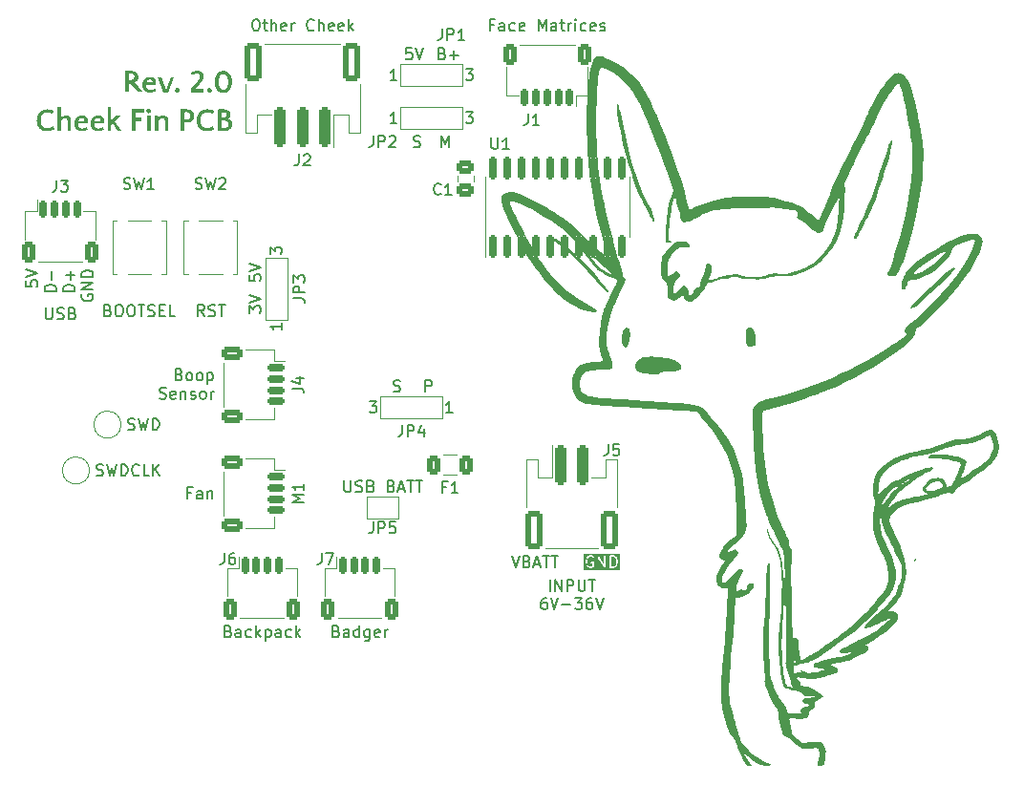
<source format=gbr>
%TF.GenerationSoftware,KiCad,Pcbnew,7.0.7*%
%TF.CreationDate,2023-08-31T16:12:03-04:00*%
%TF.ProjectId,protopico,70726f74-6f70-4696-936f-2e6b69636164,rev?*%
%TF.SameCoordinates,Original*%
%TF.FileFunction,Legend,Top*%
%TF.FilePolarity,Positive*%
%FSLAX46Y46*%
G04 Gerber Fmt 4.6, Leading zero omitted, Abs format (unit mm)*
G04 Created by KiCad (PCBNEW 7.0.7) date 2023-08-31 16:12:03*
%MOMM*%
%LPD*%
G01*
G04 APERTURE LIST*
G04 Aperture macros list*
%AMRoundRect*
0 Rectangle with rounded corners*
0 $1 Rounding radius*
0 $2 $3 $4 $5 $6 $7 $8 $9 X,Y pos of 4 corners*
0 Add a 4 corners polygon primitive as box body*
4,1,4,$2,$3,$4,$5,$6,$7,$8,$9,$2,$3,0*
0 Add four circle primitives for the rounded corners*
1,1,$1+$1,$2,$3*
1,1,$1+$1,$4,$5*
1,1,$1+$1,$6,$7*
1,1,$1+$1,$8,$9*
0 Add four rect primitives between the rounded corners*
20,1,$1+$1,$2,$3,$4,$5,0*
20,1,$1+$1,$4,$5,$6,$7,0*
20,1,$1+$1,$6,$7,$8,$9,0*
20,1,$1+$1,$8,$9,$2,$3,0*%
%AMFreePoly0*
4,1,6,1.000000,0.000000,0.500000,-0.750000,-0.500000,-0.750000,-0.500000,0.750000,0.500000,0.750000,1.000000,0.000000,1.000000,0.000000,$1*%
%AMFreePoly1*
4,1,6,0.500000,-0.750000,-0.650000,-0.750000,-0.150000,0.000000,-0.650000,0.750000,0.500000,0.750000,0.500000,-0.750000,0.500000,-0.750000,$1*%
G04 Aperture macros list end*
%ADD10C,0.152400*%
%ADD11C,0.150000*%
%ADD12C,0.304800*%
%ADD13C,0.120000*%
%ADD14FreePoly0,180.000000*%
%ADD15FreePoly1,180.000000*%
%ADD16C,3.200000*%
%ADD17R,1.500000X1.500000*%
%ADD18FreePoly0,0.000000*%
%ADD19RoundRect,0.250000X-0.250000X-1.500000X0.250000X-1.500000X0.250000X1.500000X-0.250000X1.500000X0*%
%ADD20RoundRect,0.250001X-0.499999X-1.449999X0.499999X-1.449999X0.499999X1.449999X-0.499999X1.449999X0*%
%ADD21R,1.400000X1.600000*%
%ADD22RoundRect,0.150000X0.150000X-0.837500X0.150000X0.837500X-0.150000X0.837500X-0.150000X-0.837500X0*%
%ADD23C,2.000000*%
%ADD24RoundRect,0.250000X0.250000X1.500000X-0.250000X1.500000X-0.250000X-1.500000X0.250000X-1.500000X0*%
%ADD25RoundRect,0.250001X0.499999X1.449999X-0.499999X1.449999X-0.499999X-1.449999X0.499999X-1.449999X0*%
%ADD26RoundRect,0.150000X-0.150000X-0.625000X0.150000X-0.625000X0.150000X0.625000X-0.150000X0.625000X0*%
%ADD27RoundRect,0.250000X-0.350000X-0.650000X0.350000X-0.650000X0.350000X0.650000X-0.350000X0.650000X0*%
%ADD28RoundRect,0.150000X0.150000X0.625000X-0.150000X0.625000X-0.150000X-0.625000X0.150000X-0.625000X0*%
%ADD29RoundRect,0.250000X0.350000X0.650000X-0.350000X0.650000X-0.350000X-0.650000X0.350000X-0.650000X0*%
%ADD30FreePoly0,90.000000*%
%ADD31FreePoly0,270.000000*%
%ADD32RoundRect,0.250000X-0.475000X0.337500X-0.475000X-0.337500X0.475000X-0.337500X0.475000X0.337500X0*%
%ADD33RoundRect,0.250000X0.375000X0.625000X-0.375000X0.625000X-0.375000X-0.625000X0.375000X-0.625000X0*%
%ADD34RoundRect,0.150000X-0.625000X0.150000X-0.625000X-0.150000X0.625000X-0.150000X0.625000X0.150000X0*%
%ADD35RoundRect,0.250000X-0.650000X0.350000X-0.650000X-0.350000X0.650000X-0.350000X0.650000X0.350000X0*%
%ADD36C,1.695450*%
%ADD37R,1.695450X1.695450*%
G04 APERTURE END LIST*
D10*
X122742476Y-95520265D02*
X122887619Y-95568646D01*
X122887619Y-95568646D02*
X122936000Y-95617027D01*
X122936000Y-95617027D02*
X122984381Y-95713789D01*
X122984381Y-95713789D02*
X122984381Y-95858932D01*
X122984381Y-95858932D02*
X122936000Y-95955694D01*
X122936000Y-95955694D02*
X122887619Y-96004075D01*
X122887619Y-96004075D02*
X122790857Y-96052455D01*
X122790857Y-96052455D02*
X122403809Y-96052455D01*
X122403809Y-96052455D02*
X122403809Y-95036455D01*
X122403809Y-95036455D02*
X122742476Y-95036455D01*
X122742476Y-95036455D02*
X122839238Y-95084836D01*
X122839238Y-95084836D02*
X122887619Y-95133217D01*
X122887619Y-95133217D02*
X122936000Y-95229979D01*
X122936000Y-95229979D02*
X122936000Y-95326741D01*
X122936000Y-95326741D02*
X122887619Y-95423503D01*
X122887619Y-95423503D02*
X122839238Y-95471884D01*
X122839238Y-95471884D02*
X122742476Y-95520265D01*
X122742476Y-95520265D02*
X122403809Y-95520265D01*
X123613333Y-95036455D02*
X123806857Y-95036455D01*
X123806857Y-95036455D02*
X123903619Y-95084836D01*
X123903619Y-95084836D02*
X124000381Y-95181598D01*
X124000381Y-95181598D02*
X124048762Y-95375122D01*
X124048762Y-95375122D02*
X124048762Y-95713789D01*
X124048762Y-95713789D02*
X124000381Y-95907313D01*
X124000381Y-95907313D02*
X123903619Y-96004075D01*
X123903619Y-96004075D02*
X123806857Y-96052455D01*
X123806857Y-96052455D02*
X123613333Y-96052455D01*
X123613333Y-96052455D02*
X123516571Y-96004075D01*
X123516571Y-96004075D02*
X123419809Y-95907313D01*
X123419809Y-95907313D02*
X123371428Y-95713789D01*
X123371428Y-95713789D02*
X123371428Y-95375122D01*
X123371428Y-95375122D02*
X123419809Y-95181598D01*
X123419809Y-95181598D02*
X123516571Y-95084836D01*
X123516571Y-95084836D02*
X123613333Y-95036455D01*
X124677714Y-95036455D02*
X124871238Y-95036455D01*
X124871238Y-95036455D02*
X124968000Y-95084836D01*
X124968000Y-95084836D02*
X125064762Y-95181598D01*
X125064762Y-95181598D02*
X125113143Y-95375122D01*
X125113143Y-95375122D02*
X125113143Y-95713789D01*
X125113143Y-95713789D02*
X125064762Y-95907313D01*
X125064762Y-95907313D02*
X124968000Y-96004075D01*
X124968000Y-96004075D02*
X124871238Y-96052455D01*
X124871238Y-96052455D02*
X124677714Y-96052455D01*
X124677714Y-96052455D02*
X124580952Y-96004075D01*
X124580952Y-96004075D02*
X124484190Y-95907313D01*
X124484190Y-95907313D02*
X124435809Y-95713789D01*
X124435809Y-95713789D02*
X124435809Y-95375122D01*
X124435809Y-95375122D02*
X124484190Y-95181598D01*
X124484190Y-95181598D02*
X124580952Y-95084836D01*
X124580952Y-95084836D02*
X124677714Y-95036455D01*
X125403428Y-95036455D02*
X125984000Y-95036455D01*
X125693714Y-96052455D02*
X125693714Y-95036455D01*
X126274285Y-96004075D02*
X126419428Y-96052455D01*
X126419428Y-96052455D02*
X126661333Y-96052455D01*
X126661333Y-96052455D02*
X126758095Y-96004075D01*
X126758095Y-96004075D02*
X126806476Y-95955694D01*
X126806476Y-95955694D02*
X126854857Y-95858932D01*
X126854857Y-95858932D02*
X126854857Y-95762170D01*
X126854857Y-95762170D02*
X126806476Y-95665408D01*
X126806476Y-95665408D02*
X126758095Y-95617027D01*
X126758095Y-95617027D02*
X126661333Y-95568646D01*
X126661333Y-95568646D02*
X126467809Y-95520265D01*
X126467809Y-95520265D02*
X126371047Y-95471884D01*
X126371047Y-95471884D02*
X126322666Y-95423503D01*
X126322666Y-95423503D02*
X126274285Y-95326741D01*
X126274285Y-95326741D02*
X126274285Y-95229979D01*
X126274285Y-95229979D02*
X126322666Y-95133217D01*
X126322666Y-95133217D02*
X126371047Y-95084836D01*
X126371047Y-95084836D02*
X126467809Y-95036455D01*
X126467809Y-95036455D02*
X126709714Y-95036455D01*
X126709714Y-95036455D02*
X126854857Y-95084836D01*
X127290285Y-95520265D02*
X127628952Y-95520265D01*
X127774095Y-96052455D02*
X127290285Y-96052455D01*
X127290285Y-96052455D02*
X127290285Y-95036455D01*
X127290285Y-95036455D02*
X127774095Y-95036455D01*
X128693333Y-96052455D02*
X128209523Y-96052455D01*
X128209523Y-96052455D02*
X128209523Y-95036455D01*
X131269619Y-96052455D02*
X130930952Y-95568646D01*
X130689047Y-96052455D02*
X130689047Y-95036455D01*
X130689047Y-95036455D02*
X131076095Y-95036455D01*
X131076095Y-95036455D02*
X131172857Y-95084836D01*
X131172857Y-95084836D02*
X131221238Y-95133217D01*
X131221238Y-95133217D02*
X131269619Y-95229979D01*
X131269619Y-95229979D02*
X131269619Y-95375122D01*
X131269619Y-95375122D02*
X131221238Y-95471884D01*
X131221238Y-95471884D02*
X131172857Y-95520265D01*
X131172857Y-95520265D02*
X131076095Y-95568646D01*
X131076095Y-95568646D02*
X130689047Y-95568646D01*
X131656666Y-96004075D02*
X131801809Y-96052455D01*
X131801809Y-96052455D02*
X132043714Y-96052455D01*
X132043714Y-96052455D02*
X132140476Y-96004075D01*
X132140476Y-96004075D02*
X132188857Y-95955694D01*
X132188857Y-95955694D02*
X132237238Y-95858932D01*
X132237238Y-95858932D02*
X132237238Y-95762170D01*
X132237238Y-95762170D02*
X132188857Y-95665408D01*
X132188857Y-95665408D02*
X132140476Y-95617027D01*
X132140476Y-95617027D02*
X132043714Y-95568646D01*
X132043714Y-95568646D02*
X131850190Y-95520265D01*
X131850190Y-95520265D02*
X131753428Y-95471884D01*
X131753428Y-95471884D02*
X131705047Y-95423503D01*
X131705047Y-95423503D02*
X131656666Y-95326741D01*
X131656666Y-95326741D02*
X131656666Y-95229979D01*
X131656666Y-95229979D02*
X131705047Y-95133217D01*
X131705047Y-95133217D02*
X131753428Y-95084836D01*
X131753428Y-95084836D02*
X131850190Y-95036455D01*
X131850190Y-95036455D02*
X132092095Y-95036455D01*
X132092095Y-95036455D02*
X132237238Y-95084836D01*
X132527523Y-95036455D02*
X133108095Y-95036455D01*
X132817809Y-96052455D02*
X132817809Y-95036455D01*
X115483455Y-92907024D02*
X115483455Y-93390834D01*
X115483455Y-93390834D02*
X115967265Y-93439215D01*
X115967265Y-93439215D02*
X115918884Y-93390834D01*
X115918884Y-93390834D02*
X115870503Y-93294072D01*
X115870503Y-93294072D02*
X115870503Y-93052167D01*
X115870503Y-93052167D02*
X115918884Y-92955405D01*
X115918884Y-92955405D02*
X115967265Y-92907024D01*
X115967265Y-92907024D02*
X116064027Y-92858643D01*
X116064027Y-92858643D02*
X116305932Y-92858643D01*
X116305932Y-92858643D02*
X116402694Y-92907024D01*
X116402694Y-92907024D02*
X116451075Y-92955405D01*
X116451075Y-92955405D02*
X116499455Y-93052167D01*
X116499455Y-93052167D02*
X116499455Y-93294072D01*
X116499455Y-93294072D02*
X116451075Y-93390834D01*
X116451075Y-93390834D02*
X116402694Y-93439215D01*
X115483455Y-92568358D02*
X116499455Y-92229691D01*
X116499455Y-92229691D02*
X115483455Y-91891024D01*
X118135215Y-93826263D02*
X117119215Y-93826263D01*
X117119215Y-93826263D02*
X117119215Y-93584358D01*
X117119215Y-93584358D02*
X117167596Y-93439215D01*
X117167596Y-93439215D02*
X117264358Y-93342453D01*
X117264358Y-93342453D02*
X117361120Y-93294072D01*
X117361120Y-93294072D02*
X117554644Y-93245691D01*
X117554644Y-93245691D02*
X117699787Y-93245691D01*
X117699787Y-93245691D02*
X117893311Y-93294072D01*
X117893311Y-93294072D02*
X117990073Y-93342453D01*
X117990073Y-93342453D02*
X118086835Y-93439215D01*
X118086835Y-93439215D02*
X118135215Y-93584358D01*
X118135215Y-93584358D02*
X118135215Y-93826263D01*
X117748168Y-92810263D02*
X117748168Y-92036168D01*
X119770975Y-93826263D02*
X118754975Y-93826263D01*
X118754975Y-93826263D02*
X118754975Y-93584358D01*
X118754975Y-93584358D02*
X118803356Y-93439215D01*
X118803356Y-93439215D02*
X118900118Y-93342453D01*
X118900118Y-93342453D02*
X118996880Y-93294072D01*
X118996880Y-93294072D02*
X119190404Y-93245691D01*
X119190404Y-93245691D02*
X119335547Y-93245691D01*
X119335547Y-93245691D02*
X119529071Y-93294072D01*
X119529071Y-93294072D02*
X119625833Y-93342453D01*
X119625833Y-93342453D02*
X119722595Y-93439215D01*
X119722595Y-93439215D02*
X119770975Y-93584358D01*
X119770975Y-93584358D02*
X119770975Y-93826263D01*
X119383928Y-92810263D02*
X119383928Y-92036168D01*
X119770975Y-92423215D02*
X118996880Y-92423215D01*
X120439116Y-94116548D02*
X120390735Y-94213310D01*
X120390735Y-94213310D02*
X120390735Y-94358453D01*
X120390735Y-94358453D02*
X120439116Y-94503596D01*
X120439116Y-94503596D02*
X120535878Y-94600358D01*
X120535878Y-94600358D02*
X120632640Y-94648739D01*
X120632640Y-94648739D02*
X120826164Y-94697120D01*
X120826164Y-94697120D02*
X120971307Y-94697120D01*
X120971307Y-94697120D02*
X121164831Y-94648739D01*
X121164831Y-94648739D02*
X121261593Y-94600358D01*
X121261593Y-94600358D02*
X121358355Y-94503596D01*
X121358355Y-94503596D02*
X121406735Y-94358453D01*
X121406735Y-94358453D02*
X121406735Y-94261691D01*
X121406735Y-94261691D02*
X121358355Y-94116548D01*
X121358355Y-94116548D02*
X121309974Y-94068167D01*
X121309974Y-94068167D02*
X120971307Y-94068167D01*
X120971307Y-94068167D02*
X120971307Y-94261691D01*
X121406735Y-93632739D02*
X120390735Y-93632739D01*
X120390735Y-93632739D02*
X121406735Y-93052167D01*
X121406735Y-93052167D02*
X120390735Y-93052167D01*
X121406735Y-92568358D02*
X120390735Y-92568358D01*
X120390735Y-92568358D02*
X120390735Y-92326453D01*
X120390735Y-92326453D02*
X120439116Y-92181310D01*
X120439116Y-92181310D02*
X120535878Y-92084548D01*
X120535878Y-92084548D02*
X120632640Y-92036167D01*
X120632640Y-92036167D02*
X120826164Y-91987786D01*
X120826164Y-91987786D02*
X120971307Y-91987786D01*
X120971307Y-91987786D02*
X121164831Y-92036167D01*
X121164831Y-92036167D02*
X121261593Y-92084548D01*
X121261593Y-92084548D02*
X121358355Y-92181310D01*
X121358355Y-92181310D02*
X121406735Y-92326453D01*
X121406735Y-92326453D02*
X121406735Y-92568358D01*
D11*
X135267819Y-92392476D02*
X135267819Y-92868666D01*
X135267819Y-92868666D02*
X135744009Y-92916285D01*
X135744009Y-92916285D02*
X135696390Y-92868666D01*
X135696390Y-92868666D02*
X135648771Y-92773428D01*
X135648771Y-92773428D02*
X135648771Y-92535333D01*
X135648771Y-92535333D02*
X135696390Y-92440095D01*
X135696390Y-92440095D02*
X135744009Y-92392476D01*
X135744009Y-92392476D02*
X135839247Y-92344857D01*
X135839247Y-92344857D02*
X136077342Y-92344857D01*
X136077342Y-92344857D02*
X136172580Y-92392476D01*
X136172580Y-92392476D02*
X136220200Y-92440095D01*
X136220200Y-92440095D02*
X136267819Y-92535333D01*
X136267819Y-92535333D02*
X136267819Y-92773428D01*
X136267819Y-92773428D02*
X136220200Y-92868666D01*
X136220200Y-92868666D02*
X136172580Y-92916285D01*
X135267819Y-92059142D02*
X136267819Y-91725809D01*
X136267819Y-91725809D02*
X135267819Y-91392476D01*
D10*
X135249735Y-95770095D02*
X135249735Y-95141142D01*
X135249735Y-95141142D02*
X135636783Y-95479809D01*
X135636783Y-95479809D02*
X135636783Y-95334666D01*
X135636783Y-95334666D02*
X135685164Y-95237904D01*
X135685164Y-95237904D02*
X135733545Y-95189523D01*
X135733545Y-95189523D02*
X135830307Y-95141142D01*
X135830307Y-95141142D02*
X136072212Y-95141142D01*
X136072212Y-95141142D02*
X136168974Y-95189523D01*
X136168974Y-95189523D02*
X136217355Y-95237904D01*
X136217355Y-95237904D02*
X136265735Y-95334666D01*
X136265735Y-95334666D02*
X136265735Y-95624952D01*
X136265735Y-95624952D02*
X136217355Y-95721714D01*
X136217355Y-95721714D02*
X136168974Y-95770095D01*
X135249735Y-94850857D02*
X136265735Y-94512190D01*
X136265735Y-94512190D02*
X135249735Y-94173523D01*
X152315333Y-81066455D02*
X152315333Y-80050455D01*
X152315333Y-80050455D02*
X152654000Y-80776170D01*
X152654000Y-80776170D02*
X152992667Y-80050455D01*
X152992667Y-80050455D02*
X152992667Y-81066455D01*
X149823714Y-81018075D02*
X149968857Y-81066455D01*
X149968857Y-81066455D02*
X150210762Y-81066455D01*
X150210762Y-81066455D02*
X150307524Y-81018075D01*
X150307524Y-81018075D02*
X150355905Y-80969694D01*
X150355905Y-80969694D02*
X150404286Y-80872932D01*
X150404286Y-80872932D02*
X150404286Y-80776170D01*
X150404286Y-80776170D02*
X150355905Y-80679408D01*
X150355905Y-80679408D02*
X150307524Y-80631027D01*
X150307524Y-80631027D02*
X150210762Y-80582646D01*
X150210762Y-80582646D02*
X150017238Y-80534265D01*
X150017238Y-80534265D02*
X149920476Y-80485884D01*
X149920476Y-80485884D02*
X149872095Y-80437503D01*
X149872095Y-80437503D02*
X149823714Y-80340741D01*
X149823714Y-80340741D02*
X149823714Y-80243979D01*
X149823714Y-80243979D02*
X149872095Y-80147217D01*
X149872095Y-80147217D02*
X149920476Y-80098836D01*
X149920476Y-80098836D02*
X150017238Y-80050455D01*
X150017238Y-80050455D02*
X150259143Y-80050455D01*
X150259143Y-80050455D02*
X150404286Y-80098836D01*
X152351619Y-72741545D02*
X152496762Y-72789926D01*
X152496762Y-72789926D02*
X152545143Y-72838307D01*
X152545143Y-72838307D02*
X152593524Y-72935069D01*
X152593524Y-72935069D02*
X152593524Y-73080212D01*
X152593524Y-73080212D02*
X152545143Y-73176974D01*
X152545143Y-73176974D02*
X152496762Y-73225355D01*
X152496762Y-73225355D02*
X152400000Y-73273735D01*
X152400000Y-73273735D02*
X152012952Y-73273735D01*
X152012952Y-73273735D02*
X152012952Y-72257735D01*
X152012952Y-72257735D02*
X152351619Y-72257735D01*
X152351619Y-72257735D02*
X152448381Y-72306116D01*
X152448381Y-72306116D02*
X152496762Y-72354497D01*
X152496762Y-72354497D02*
X152545143Y-72451259D01*
X152545143Y-72451259D02*
X152545143Y-72548021D01*
X152545143Y-72548021D02*
X152496762Y-72644783D01*
X152496762Y-72644783D02*
X152448381Y-72693164D01*
X152448381Y-72693164D02*
X152351619Y-72741545D01*
X152351619Y-72741545D02*
X152012952Y-72741545D01*
X153028952Y-72886688D02*
X153803048Y-72886688D01*
X153416000Y-73273735D02*
X153416000Y-72499640D01*
X149666476Y-72257735D02*
X149182666Y-72257735D01*
X149182666Y-72257735D02*
X149134285Y-72741545D01*
X149134285Y-72741545D02*
X149182666Y-72693164D01*
X149182666Y-72693164D02*
X149279428Y-72644783D01*
X149279428Y-72644783D02*
X149521333Y-72644783D01*
X149521333Y-72644783D02*
X149618095Y-72693164D01*
X149618095Y-72693164D02*
X149666476Y-72741545D01*
X149666476Y-72741545D02*
X149714857Y-72838307D01*
X149714857Y-72838307D02*
X149714857Y-73080212D01*
X149714857Y-73080212D02*
X149666476Y-73176974D01*
X149666476Y-73176974D02*
X149618095Y-73225355D01*
X149618095Y-73225355D02*
X149521333Y-73273735D01*
X149521333Y-73273735D02*
X149279428Y-73273735D01*
X149279428Y-73273735D02*
X149182666Y-73225355D01*
X149182666Y-73225355D02*
X149134285Y-73176974D01*
X150005142Y-72257735D02*
X150343809Y-73273735D01*
X150343809Y-73273735D02*
X150682476Y-72257735D01*
X150863904Y-102737735D02*
X150863904Y-101721735D01*
X150863904Y-101721735D02*
X151250952Y-101721735D01*
X151250952Y-101721735D02*
X151347714Y-101770116D01*
X151347714Y-101770116D02*
X151396095Y-101818497D01*
X151396095Y-101818497D02*
X151444476Y-101915259D01*
X151444476Y-101915259D02*
X151444476Y-102060402D01*
X151444476Y-102060402D02*
X151396095Y-102157164D01*
X151396095Y-102157164D02*
X151347714Y-102205545D01*
X151347714Y-102205545D02*
X151250952Y-102253926D01*
X151250952Y-102253926D02*
X150863904Y-102253926D01*
X143679333Y-110611735D02*
X143679333Y-111434212D01*
X143679333Y-111434212D02*
X143727714Y-111530974D01*
X143727714Y-111530974D02*
X143776095Y-111579355D01*
X143776095Y-111579355D02*
X143872857Y-111627735D01*
X143872857Y-111627735D02*
X144066381Y-111627735D01*
X144066381Y-111627735D02*
X144163143Y-111579355D01*
X144163143Y-111579355D02*
X144211524Y-111530974D01*
X144211524Y-111530974D02*
X144259905Y-111434212D01*
X144259905Y-111434212D02*
X144259905Y-110611735D01*
X144695333Y-111579355D02*
X144840476Y-111627735D01*
X144840476Y-111627735D02*
X145082381Y-111627735D01*
X145082381Y-111627735D02*
X145179143Y-111579355D01*
X145179143Y-111579355D02*
X145227524Y-111530974D01*
X145227524Y-111530974D02*
X145275905Y-111434212D01*
X145275905Y-111434212D02*
X145275905Y-111337450D01*
X145275905Y-111337450D02*
X145227524Y-111240688D01*
X145227524Y-111240688D02*
X145179143Y-111192307D01*
X145179143Y-111192307D02*
X145082381Y-111143926D01*
X145082381Y-111143926D02*
X144888857Y-111095545D01*
X144888857Y-111095545D02*
X144792095Y-111047164D01*
X144792095Y-111047164D02*
X144743714Y-110998783D01*
X144743714Y-110998783D02*
X144695333Y-110902021D01*
X144695333Y-110902021D02*
X144695333Y-110805259D01*
X144695333Y-110805259D02*
X144743714Y-110708497D01*
X144743714Y-110708497D02*
X144792095Y-110660116D01*
X144792095Y-110660116D02*
X144888857Y-110611735D01*
X144888857Y-110611735D02*
X145130762Y-110611735D01*
X145130762Y-110611735D02*
X145275905Y-110660116D01*
X146050000Y-111095545D02*
X146195143Y-111143926D01*
X146195143Y-111143926D02*
X146243524Y-111192307D01*
X146243524Y-111192307D02*
X146291905Y-111289069D01*
X146291905Y-111289069D02*
X146291905Y-111434212D01*
X146291905Y-111434212D02*
X146243524Y-111530974D01*
X146243524Y-111530974D02*
X146195143Y-111579355D01*
X146195143Y-111579355D02*
X146098381Y-111627735D01*
X146098381Y-111627735D02*
X145711333Y-111627735D01*
X145711333Y-111627735D02*
X145711333Y-110611735D01*
X145711333Y-110611735D02*
X146050000Y-110611735D01*
X146050000Y-110611735D02*
X146146762Y-110660116D01*
X146146762Y-110660116D02*
X146195143Y-110708497D01*
X146195143Y-110708497D02*
X146243524Y-110805259D01*
X146243524Y-110805259D02*
X146243524Y-110902021D01*
X146243524Y-110902021D02*
X146195143Y-110998783D01*
X146195143Y-110998783D02*
X146146762Y-111047164D01*
X146146762Y-111047164D02*
X146050000Y-111095545D01*
X146050000Y-111095545D02*
X145711333Y-111095545D01*
X147840095Y-111095545D02*
X147985238Y-111143926D01*
X147985238Y-111143926D02*
X148033619Y-111192307D01*
X148033619Y-111192307D02*
X148082000Y-111289069D01*
X148082000Y-111289069D02*
X148082000Y-111434212D01*
X148082000Y-111434212D02*
X148033619Y-111530974D01*
X148033619Y-111530974D02*
X147985238Y-111579355D01*
X147985238Y-111579355D02*
X147888476Y-111627735D01*
X147888476Y-111627735D02*
X147501428Y-111627735D01*
X147501428Y-111627735D02*
X147501428Y-110611735D01*
X147501428Y-110611735D02*
X147840095Y-110611735D01*
X147840095Y-110611735D02*
X147936857Y-110660116D01*
X147936857Y-110660116D02*
X147985238Y-110708497D01*
X147985238Y-110708497D02*
X148033619Y-110805259D01*
X148033619Y-110805259D02*
X148033619Y-110902021D01*
X148033619Y-110902021D02*
X147985238Y-110998783D01*
X147985238Y-110998783D02*
X147936857Y-111047164D01*
X147936857Y-111047164D02*
X147840095Y-111095545D01*
X147840095Y-111095545D02*
X147501428Y-111095545D01*
X148469047Y-111337450D02*
X148952857Y-111337450D01*
X148372285Y-111627735D02*
X148710952Y-110611735D01*
X148710952Y-110611735D02*
X149049619Y-111627735D01*
X149243142Y-110611735D02*
X149823714Y-110611735D01*
X149533428Y-111627735D02*
X149533428Y-110611735D01*
X150017237Y-110611735D02*
X150597809Y-110611735D01*
X150307523Y-111627735D02*
X150307523Y-110611735D01*
D11*
X161901429Y-120419819D02*
X161901429Y-119419819D01*
X162377619Y-120419819D02*
X162377619Y-119419819D01*
X162377619Y-119419819D02*
X162949047Y-120419819D01*
X162949047Y-120419819D02*
X162949047Y-119419819D01*
X163425238Y-120419819D02*
X163425238Y-119419819D01*
X163425238Y-119419819D02*
X163806190Y-119419819D01*
X163806190Y-119419819D02*
X163901428Y-119467438D01*
X163901428Y-119467438D02*
X163949047Y-119515057D01*
X163949047Y-119515057D02*
X163996666Y-119610295D01*
X163996666Y-119610295D02*
X163996666Y-119753152D01*
X163996666Y-119753152D02*
X163949047Y-119848390D01*
X163949047Y-119848390D02*
X163901428Y-119896009D01*
X163901428Y-119896009D02*
X163806190Y-119943628D01*
X163806190Y-119943628D02*
X163425238Y-119943628D01*
X164425238Y-119419819D02*
X164425238Y-120229342D01*
X164425238Y-120229342D02*
X164472857Y-120324580D01*
X164472857Y-120324580D02*
X164520476Y-120372200D01*
X164520476Y-120372200D02*
X164615714Y-120419819D01*
X164615714Y-120419819D02*
X164806190Y-120419819D01*
X164806190Y-120419819D02*
X164901428Y-120372200D01*
X164901428Y-120372200D02*
X164949047Y-120324580D01*
X164949047Y-120324580D02*
X164996666Y-120229342D01*
X164996666Y-120229342D02*
X164996666Y-119419819D01*
X165330000Y-119419819D02*
X165901428Y-119419819D01*
X165615714Y-120419819D02*
X165615714Y-119419819D01*
X161591904Y-121029819D02*
X161401428Y-121029819D01*
X161401428Y-121029819D02*
X161306190Y-121077438D01*
X161306190Y-121077438D02*
X161258571Y-121125057D01*
X161258571Y-121125057D02*
X161163333Y-121267914D01*
X161163333Y-121267914D02*
X161115714Y-121458390D01*
X161115714Y-121458390D02*
X161115714Y-121839342D01*
X161115714Y-121839342D02*
X161163333Y-121934580D01*
X161163333Y-121934580D02*
X161210952Y-121982200D01*
X161210952Y-121982200D02*
X161306190Y-122029819D01*
X161306190Y-122029819D02*
X161496666Y-122029819D01*
X161496666Y-122029819D02*
X161591904Y-121982200D01*
X161591904Y-121982200D02*
X161639523Y-121934580D01*
X161639523Y-121934580D02*
X161687142Y-121839342D01*
X161687142Y-121839342D02*
X161687142Y-121601247D01*
X161687142Y-121601247D02*
X161639523Y-121506009D01*
X161639523Y-121506009D02*
X161591904Y-121458390D01*
X161591904Y-121458390D02*
X161496666Y-121410771D01*
X161496666Y-121410771D02*
X161306190Y-121410771D01*
X161306190Y-121410771D02*
X161210952Y-121458390D01*
X161210952Y-121458390D02*
X161163333Y-121506009D01*
X161163333Y-121506009D02*
X161115714Y-121601247D01*
X161972857Y-121029819D02*
X162306190Y-122029819D01*
X162306190Y-122029819D02*
X162639523Y-121029819D01*
X162972857Y-121648866D02*
X163734762Y-121648866D01*
X164115714Y-121029819D02*
X164734761Y-121029819D01*
X164734761Y-121029819D02*
X164401428Y-121410771D01*
X164401428Y-121410771D02*
X164544285Y-121410771D01*
X164544285Y-121410771D02*
X164639523Y-121458390D01*
X164639523Y-121458390D02*
X164687142Y-121506009D01*
X164687142Y-121506009D02*
X164734761Y-121601247D01*
X164734761Y-121601247D02*
X164734761Y-121839342D01*
X164734761Y-121839342D02*
X164687142Y-121934580D01*
X164687142Y-121934580D02*
X164639523Y-121982200D01*
X164639523Y-121982200D02*
X164544285Y-122029819D01*
X164544285Y-122029819D02*
X164258571Y-122029819D01*
X164258571Y-122029819D02*
X164163333Y-121982200D01*
X164163333Y-121982200D02*
X164115714Y-121934580D01*
X165591904Y-121029819D02*
X165401428Y-121029819D01*
X165401428Y-121029819D02*
X165306190Y-121077438D01*
X165306190Y-121077438D02*
X165258571Y-121125057D01*
X165258571Y-121125057D02*
X165163333Y-121267914D01*
X165163333Y-121267914D02*
X165115714Y-121458390D01*
X165115714Y-121458390D02*
X165115714Y-121839342D01*
X165115714Y-121839342D02*
X165163333Y-121934580D01*
X165163333Y-121934580D02*
X165210952Y-121982200D01*
X165210952Y-121982200D02*
X165306190Y-122029819D01*
X165306190Y-122029819D02*
X165496666Y-122029819D01*
X165496666Y-122029819D02*
X165591904Y-121982200D01*
X165591904Y-121982200D02*
X165639523Y-121934580D01*
X165639523Y-121934580D02*
X165687142Y-121839342D01*
X165687142Y-121839342D02*
X165687142Y-121601247D01*
X165687142Y-121601247D02*
X165639523Y-121506009D01*
X165639523Y-121506009D02*
X165591904Y-121458390D01*
X165591904Y-121458390D02*
X165496666Y-121410771D01*
X165496666Y-121410771D02*
X165306190Y-121410771D01*
X165306190Y-121410771D02*
X165210952Y-121458390D01*
X165210952Y-121458390D02*
X165163333Y-121506009D01*
X165163333Y-121506009D02*
X165115714Y-121601247D01*
X165972857Y-121029819D02*
X166306190Y-122029819D01*
X166306190Y-122029819D02*
X166639523Y-121029819D01*
D10*
G36*
X167614433Y-117417077D02*
G01*
X167689733Y-117492376D01*
X167728842Y-117570593D01*
X167772920Y-117746904D01*
X167772920Y-117873286D01*
X167728842Y-118049597D01*
X167689733Y-118127814D01*
X167614433Y-118203113D01*
X167498087Y-118241895D01*
X167344748Y-118241895D01*
X167344748Y-117378295D01*
X167498086Y-117378295D01*
X167614433Y-117417077D01*
G37*
G36*
X168070463Y-118539438D02*
G01*
X164918443Y-118539438D01*
X164918443Y-117882667D01*
X165063586Y-117882667D01*
X165064790Y-117885975D01*
X165065861Y-117901148D01*
X165114242Y-118094672D01*
X165116261Y-118097662D01*
X165120012Y-118110269D01*
X165168393Y-118207030D01*
X165169596Y-118208169D01*
X165182666Y-118226835D01*
X165279428Y-118323596D01*
X165283556Y-118325521D01*
X165285942Y-118329404D01*
X165309214Y-118342005D01*
X165454357Y-118390385D01*
X165456018Y-118390339D01*
X165478453Y-118394295D01*
X165575215Y-118394295D01*
X165576776Y-118393726D01*
X165599311Y-118390385D01*
X165744454Y-118342005D01*
X165748022Y-118339173D01*
X165752562Y-118338776D01*
X165774240Y-118323597D01*
X165779742Y-118318095D01*
X166127967Y-118318095D01*
X166145794Y-118367075D01*
X166190935Y-118393137D01*
X166242267Y-118384086D01*
X166275772Y-118344157D01*
X166280367Y-118318095D01*
X166280367Y-117589030D01*
X166718579Y-118355900D01*
X166723955Y-118360452D01*
X166726366Y-118367075D01*
X166743373Y-118376894D01*
X166758358Y-118389582D01*
X166765403Y-118389613D01*
X166771507Y-118393137D01*
X166790848Y-118389726D01*
X166810481Y-118389814D01*
X166815897Y-118385309D01*
X166822839Y-118384086D01*
X166835463Y-118369040D01*
X166850560Y-118356488D01*
X166851814Y-118349555D01*
X166856344Y-118344157D01*
X166860939Y-118318095D01*
X167192348Y-118318095D01*
X167199119Y-118336700D01*
X167202557Y-118356195D01*
X167207823Y-118360614D01*
X167210175Y-118367075D01*
X167227318Y-118376972D01*
X167242486Y-118389700D01*
X167252386Y-118391445D01*
X167255316Y-118393137D01*
X167258647Y-118392549D01*
X167268548Y-118394295D01*
X167510453Y-118394295D01*
X167512014Y-118393726D01*
X167534549Y-118390385D01*
X167679692Y-118342005D01*
X167683260Y-118339173D01*
X167687800Y-118338776D01*
X167709478Y-118323597D01*
X167806239Y-118226835D01*
X167806941Y-118225328D01*
X167820513Y-118207031D01*
X167868894Y-118110269D01*
X167869306Y-118106685D01*
X167874664Y-118094672D01*
X167923045Y-117901148D01*
X167922679Y-117897645D01*
X167925320Y-117882667D01*
X167925320Y-117737524D01*
X167924115Y-117734215D01*
X167923045Y-117719043D01*
X167874664Y-117525519D01*
X167872644Y-117522528D01*
X167868894Y-117509922D01*
X167820513Y-117413160D01*
X167819307Y-117412018D01*
X167806239Y-117393356D01*
X167709478Y-117296594D01*
X167705348Y-117294668D01*
X167702964Y-117290787D01*
X167679692Y-117278186D01*
X167534550Y-117229805D01*
X167532887Y-117229850D01*
X167510453Y-117225895D01*
X167268548Y-117225895D01*
X167249942Y-117232666D01*
X167230448Y-117236104D01*
X167226028Y-117241370D01*
X167219568Y-117243722D01*
X167209670Y-117260865D01*
X167196943Y-117276033D01*
X167195197Y-117285933D01*
X167193506Y-117288863D01*
X167194093Y-117292194D01*
X167192348Y-117302095D01*
X167192348Y-118318095D01*
X166860939Y-118318095D01*
X166860939Y-117302095D01*
X166843112Y-117253115D01*
X166797971Y-117227053D01*
X166746639Y-117236104D01*
X166713134Y-117276033D01*
X166708539Y-117302095D01*
X166708539Y-118031159D01*
X166270327Y-117264289D01*
X166264949Y-117259735D01*
X166262540Y-117253115D01*
X166245536Y-117243297D01*
X166230548Y-117230607D01*
X166223500Y-117230575D01*
X166217399Y-117227053D01*
X166198062Y-117230462D01*
X166178424Y-117230375D01*
X166173005Y-117234880D01*
X166166067Y-117236104D01*
X166153444Y-117251147D01*
X166138346Y-117263702D01*
X166137091Y-117270634D01*
X166132562Y-117276033D01*
X166127967Y-117302095D01*
X166127967Y-118318095D01*
X165779742Y-118318095D01*
X165822620Y-118275216D01*
X165829650Y-118260140D01*
X165840344Y-118247396D01*
X165843232Y-118231014D01*
X165844649Y-118227976D01*
X165844117Y-118225992D01*
X165844939Y-118221334D01*
X165844939Y-117882667D01*
X165838167Y-117864061D01*
X165834730Y-117844567D01*
X165829463Y-117840147D01*
X165827112Y-117833687D01*
X165809968Y-117823789D01*
X165794801Y-117811062D01*
X165784900Y-117809316D01*
X165781971Y-117807625D01*
X165778639Y-117808212D01*
X165768739Y-117806467D01*
X165575215Y-117806467D01*
X165526235Y-117824294D01*
X165500173Y-117869435D01*
X165509224Y-117920767D01*
X165549153Y-117954272D01*
X165575215Y-117958867D01*
X165692539Y-117958867D01*
X165692539Y-118189770D01*
X165679195Y-118203113D01*
X165562849Y-118241895D01*
X165490819Y-118241895D01*
X165374471Y-118203113D01*
X165299172Y-118127813D01*
X165260063Y-118049595D01*
X165215986Y-117873286D01*
X165215986Y-117746904D01*
X165260063Y-117570594D01*
X165299172Y-117492377D01*
X165374471Y-117417077D01*
X165490819Y-117378295D01*
X165605608Y-117378295D01*
X165686280Y-117418631D01*
X165738062Y-117424591D01*
X165781560Y-117395871D01*
X165796421Y-117345910D01*
X165775691Y-117298086D01*
X165754435Y-117282321D01*
X165657674Y-117233940D01*
X165653148Y-117233419D01*
X165649658Y-117230490D01*
X165623596Y-117225895D01*
X165478453Y-117225895D01*
X165476892Y-117226463D01*
X165454356Y-117229805D01*
X165309213Y-117278186D01*
X165305644Y-117281018D01*
X165301106Y-117281415D01*
X165279428Y-117296595D01*
X165182666Y-117393356D01*
X165181961Y-117394866D01*
X165168393Y-117413161D01*
X165120012Y-117509922D01*
X165119599Y-117513505D01*
X165114242Y-117525519D01*
X165065861Y-117719043D01*
X165066226Y-117722545D01*
X165063586Y-117737524D01*
X165063586Y-117882667D01*
X164918443Y-117882667D01*
X164918443Y-117080752D01*
X168070463Y-117080752D01*
X168070463Y-118539438D01*
G37*
X158504594Y-117302095D02*
X158843261Y-118318095D01*
X158843261Y-118318095D02*
X159181928Y-117302095D01*
X159859261Y-117785905D02*
X160004404Y-117834286D01*
X160004404Y-117834286D02*
X160052785Y-117882667D01*
X160052785Y-117882667D02*
X160101166Y-117979429D01*
X160101166Y-117979429D02*
X160101166Y-118124572D01*
X160101166Y-118124572D02*
X160052785Y-118221334D01*
X160052785Y-118221334D02*
X160004404Y-118269715D01*
X160004404Y-118269715D02*
X159907642Y-118318095D01*
X159907642Y-118318095D02*
X159520594Y-118318095D01*
X159520594Y-118318095D02*
X159520594Y-117302095D01*
X159520594Y-117302095D02*
X159859261Y-117302095D01*
X159859261Y-117302095D02*
X159956023Y-117350476D01*
X159956023Y-117350476D02*
X160004404Y-117398857D01*
X160004404Y-117398857D02*
X160052785Y-117495619D01*
X160052785Y-117495619D02*
X160052785Y-117592381D01*
X160052785Y-117592381D02*
X160004404Y-117689143D01*
X160004404Y-117689143D02*
X159956023Y-117737524D01*
X159956023Y-117737524D02*
X159859261Y-117785905D01*
X159859261Y-117785905D02*
X159520594Y-117785905D01*
X160488213Y-118027810D02*
X160972023Y-118027810D01*
X160391451Y-118318095D02*
X160730118Y-117302095D01*
X160730118Y-117302095D02*
X161068785Y-118318095D01*
X161262308Y-117302095D02*
X161842880Y-117302095D01*
X161552594Y-118318095D02*
X161552594Y-117302095D01*
X162036403Y-117302095D02*
X162616975Y-117302095D01*
X162326689Y-118318095D02*
X162326689Y-117302095D01*
X135752667Y-69717735D02*
X135946191Y-69717735D01*
X135946191Y-69717735D02*
X136042953Y-69766116D01*
X136042953Y-69766116D02*
X136139715Y-69862878D01*
X136139715Y-69862878D02*
X136188096Y-70056402D01*
X136188096Y-70056402D02*
X136188096Y-70395069D01*
X136188096Y-70395069D02*
X136139715Y-70588593D01*
X136139715Y-70588593D02*
X136042953Y-70685355D01*
X136042953Y-70685355D02*
X135946191Y-70733735D01*
X135946191Y-70733735D02*
X135752667Y-70733735D01*
X135752667Y-70733735D02*
X135655905Y-70685355D01*
X135655905Y-70685355D02*
X135559143Y-70588593D01*
X135559143Y-70588593D02*
X135510762Y-70395069D01*
X135510762Y-70395069D02*
X135510762Y-70056402D01*
X135510762Y-70056402D02*
X135559143Y-69862878D01*
X135559143Y-69862878D02*
X135655905Y-69766116D01*
X135655905Y-69766116D02*
X135752667Y-69717735D01*
X136478381Y-70056402D02*
X136865429Y-70056402D01*
X136623524Y-69717735D02*
X136623524Y-70588593D01*
X136623524Y-70588593D02*
X136671905Y-70685355D01*
X136671905Y-70685355D02*
X136768667Y-70733735D01*
X136768667Y-70733735D02*
X136865429Y-70733735D01*
X137204095Y-70733735D02*
X137204095Y-69717735D01*
X137639524Y-70733735D02*
X137639524Y-70201545D01*
X137639524Y-70201545D02*
X137591143Y-70104783D01*
X137591143Y-70104783D02*
X137494381Y-70056402D01*
X137494381Y-70056402D02*
X137349238Y-70056402D01*
X137349238Y-70056402D02*
X137252476Y-70104783D01*
X137252476Y-70104783D02*
X137204095Y-70153164D01*
X138510381Y-70685355D02*
X138413619Y-70733735D01*
X138413619Y-70733735D02*
X138220095Y-70733735D01*
X138220095Y-70733735D02*
X138123333Y-70685355D01*
X138123333Y-70685355D02*
X138074952Y-70588593D01*
X138074952Y-70588593D02*
X138074952Y-70201545D01*
X138074952Y-70201545D02*
X138123333Y-70104783D01*
X138123333Y-70104783D02*
X138220095Y-70056402D01*
X138220095Y-70056402D02*
X138413619Y-70056402D01*
X138413619Y-70056402D02*
X138510381Y-70104783D01*
X138510381Y-70104783D02*
X138558762Y-70201545D01*
X138558762Y-70201545D02*
X138558762Y-70298307D01*
X138558762Y-70298307D02*
X138074952Y-70395069D01*
X138994190Y-70733735D02*
X138994190Y-70056402D01*
X138994190Y-70249926D02*
X139042571Y-70153164D01*
X139042571Y-70153164D02*
X139090952Y-70104783D01*
X139090952Y-70104783D02*
X139187714Y-70056402D01*
X139187714Y-70056402D02*
X139284476Y-70056402D01*
X140977809Y-70636974D02*
X140929428Y-70685355D01*
X140929428Y-70685355D02*
X140784285Y-70733735D01*
X140784285Y-70733735D02*
X140687523Y-70733735D01*
X140687523Y-70733735D02*
X140542380Y-70685355D01*
X140542380Y-70685355D02*
X140445618Y-70588593D01*
X140445618Y-70588593D02*
X140397237Y-70491831D01*
X140397237Y-70491831D02*
X140348856Y-70298307D01*
X140348856Y-70298307D02*
X140348856Y-70153164D01*
X140348856Y-70153164D02*
X140397237Y-69959640D01*
X140397237Y-69959640D02*
X140445618Y-69862878D01*
X140445618Y-69862878D02*
X140542380Y-69766116D01*
X140542380Y-69766116D02*
X140687523Y-69717735D01*
X140687523Y-69717735D02*
X140784285Y-69717735D01*
X140784285Y-69717735D02*
X140929428Y-69766116D01*
X140929428Y-69766116D02*
X140977809Y-69814497D01*
X141413237Y-70733735D02*
X141413237Y-69717735D01*
X141848666Y-70733735D02*
X141848666Y-70201545D01*
X141848666Y-70201545D02*
X141800285Y-70104783D01*
X141800285Y-70104783D02*
X141703523Y-70056402D01*
X141703523Y-70056402D02*
X141558380Y-70056402D01*
X141558380Y-70056402D02*
X141461618Y-70104783D01*
X141461618Y-70104783D02*
X141413237Y-70153164D01*
X142719523Y-70685355D02*
X142622761Y-70733735D01*
X142622761Y-70733735D02*
X142429237Y-70733735D01*
X142429237Y-70733735D02*
X142332475Y-70685355D01*
X142332475Y-70685355D02*
X142284094Y-70588593D01*
X142284094Y-70588593D02*
X142284094Y-70201545D01*
X142284094Y-70201545D02*
X142332475Y-70104783D01*
X142332475Y-70104783D02*
X142429237Y-70056402D01*
X142429237Y-70056402D02*
X142622761Y-70056402D01*
X142622761Y-70056402D02*
X142719523Y-70104783D01*
X142719523Y-70104783D02*
X142767904Y-70201545D01*
X142767904Y-70201545D02*
X142767904Y-70298307D01*
X142767904Y-70298307D02*
X142284094Y-70395069D01*
X143590380Y-70685355D02*
X143493618Y-70733735D01*
X143493618Y-70733735D02*
X143300094Y-70733735D01*
X143300094Y-70733735D02*
X143203332Y-70685355D01*
X143203332Y-70685355D02*
X143154951Y-70588593D01*
X143154951Y-70588593D02*
X143154951Y-70201545D01*
X143154951Y-70201545D02*
X143203332Y-70104783D01*
X143203332Y-70104783D02*
X143300094Y-70056402D01*
X143300094Y-70056402D02*
X143493618Y-70056402D01*
X143493618Y-70056402D02*
X143590380Y-70104783D01*
X143590380Y-70104783D02*
X143638761Y-70201545D01*
X143638761Y-70201545D02*
X143638761Y-70298307D01*
X143638761Y-70298307D02*
X143154951Y-70395069D01*
X144074189Y-70733735D02*
X144074189Y-69717735D01*
X144170951Y-70346688D02*
X144461237Y-70733735D01*
X144461237Y-70056402D02*
X144074189Y-70443450D01*
X156913667Y-70201545D02*
X156575000Y-70201545D01*
X156575000Y-70733735D02*
X156575000Y-69717735D01*
X156575000Y-69717735D02*
X157058810Y-69717735D01*
X157881286Y-70733735D02*
X157881286Y-70201545D01*
X157881286Y-70201545D02*
X157832905Y-70104783D01*
X157832905Y-70104783D02*
X157736143Y-70056402D01*
X157736143Y-70056402D02*
X157542619Y-70056402D01*
X157542619Y-70056402D02*
X157445857Y-70104783D01*
X157881286Y-70685355D02*
X157784524Y-70733735D01*
X157784524Y-70733735D02*
X157542619Y-70733735D01*
X157542619Y-70733735D02*
X157445857Y-70685355D01*
X157445857Y-70685355D02*
X157397476Y-70588593D01*
X157397476Y-70588593D02*
X157397476Y-70491831D01*
X157397476Y-70491831D02*
X157445857Y-70395069D01*
X157445857Y-70395069D02*
X157542619Y-70346688D01*
X157542619Y-70346688D02*
X157784524Y-70346688D01*
X157784524Y-70346688D02*
X157881286Y-70298307D01*
X158800524Y-70685355D02*
X158703762Y-70733735D01*
X158703762Y-70733735D02*
X158510238Y-70733735D01*
X158510238Y-70733735D02*
X158413476Y-70685355D01*
X158413476Y-70685355D02*
X158365095Y-70636974D01*
X158365095Y-70636974D02*
X158316714Y-70540212D01*
X158316714Y-70540212D02*
X158316714Y-70249926D01*
X158316714Y-70249926D02*
X158365095Y-70153164D01*
X158365095Y-70153164D02*
X158413476Y-70104783D01*
X158413476Y-70104783D02*
X158510238Y-70056402D01*
X158510238Y-70056402D02*
X158703762Y-70056402D01*
X158703762Y-70056402D02*
X158800524Y-70104783D01*
X159623000Y-70685355D02*
X159526238Y-70733735D01*
X159526238Y-70733735D02*
X159332714Y-70733735D01*
X159332714Y-70733735D02*
X159235952Y-70685355D01*
X159235952Y-70685355D02*
X159187571Y-70588593D01*
X159187571Y-70588593D02*
X159187571Y-70201545D01*
X159187571Y-70201545D02*
X159235952Y-70104783D01*
X159235952Y-70104783D02*
X159332714Y-70056402D01*
X159332714Y-70056402D02*
X159526238Y-70056402D01*
X159526238Y-70056402D02*
X159623000Y-70104783D01*
X159623000Y-70104783D02*
X159671381Y-70201545D01*
X159671381Y-70201545D02*
X159671381Y-70298307D01*
X159671381Y-70298307D02*
X159187571Y-70395069D01*
X160880904Y-70733735D02*
X160880904Y-69717735D01*
X160880904Y-69717735D02*
X161219571Y-70443450D01*
X161219571Y-70443450D02*
X161558238Y-69717735D01*
X161558238Y-69717735D02*
X161558238Y-70733735D01*
X162477476Y-70733735D02*
X162477476Y-70201545D01*
X162477476Y-70201545D02*
X162429095Y-70104783D01*
X162429095Y-70104783D02*
X162332333Y-70056402D01*
X162332333Y-70056402D02*
X162138809Y-70056402D01*
X162138809Y-70056402D02*
X162042047Y-70104783D01*
X162477476Y-70685355D02*
X162380714Y-70733735D01*
X162380714Y-70733735D02*
X162138809Y-70733735D01*
X162138809Y-70733735D02*
X162042047Y-70685355D01*
X162042047Y-70685355D02*
X161993666Y-70588593D01*
X161993666Y-70588593D02*
X161993666Y-70491831D01*
X161993666Y-70491831D02*
X162042047Y-70395069D01*
X162042047Y-70395069D02*
X162138809Y-70346688D01*
X162138809Y-70346688D02*
X162380714Y-70346688D01*
X162380714Y-70346688D02*
X162477476Y-70298307D01*
X162816142Y-70056402D02*
X163203190Y-70056402D01*
X162961285Y-69717735D02*
X162961285Y-70588593D01*
X162961285Y-70588593D02*
X163009666Y-70685355D01*
X163009666Y-70685355D02*
X163106428Y-70733735D01*
X163106428Y-70733735D02*
X163203190Y-70733735D01*
X163541856Y-70733735D02*
X163541856Y-70056402D01*
X163541856Y-70249926D02*
X163590237Y-70153164D01*
X163590237Y-70153164D02*
X163638618Y-70104783D01*
X163638618Y-70104783D02*
X163735380Y-70056402D01*
X163735380Y-70056402D02*
X163832142Y-70056402D01*
X164170808Y-70733735D02*
X164170808Y-70056402D01*
X164170808Y-69717735D02*
X164122427Y-69766116D01*
X164122427Y-69766116D02*
X164170808Y-69814497D01*
X164170808Y-69814497D02*
X164219189Y-69766116D01*
X164219189Y-69766116D02*
X164170808Y-69717735D01*
X164170808Y-69717735D02*
X164170808Y-69814497D01*
X165090047Y-70685355D02*
X164993285Y-70733735D01*
X164993285Y-70733735D02*
X164799761Y-70733735D01*
X164799761Y-70733735D02*
X164702999Y-70685355D01*
X164702999Y-70685355D02*
X164654618Y-70636974D01*
X164654618Y-70636974D02*
X164606237Y-70540212D01*
X164606237Y-70540212D02*
X164606237Y-70249926D01*
X164606237Y-70249926D02*
X164654618Y-70153164D01*
X164654618Y-70153164D02*
X164702999Y-70104783D01*
X164702999Y-70104783D02*
X164799761Y-70056402D01*
X164799761Y-70056402D02*
X164993285Y-70056402D01*
X164993285Y-70056402D02*
X165090047Y-70104783D01*
X165912523Y-70685355D02*
X165815761Y-70733735D01*
X165815761Y-70733735D02*
X165622237Y-70733735D01*
X165622237Y-70733735D02*
X165525475Y-70685355D01*
X165525475Y-70685355D02*
X165477094Y-70588593D01*
X165477094Y-70588593D02*
X165477094Y-70201545D01*
X165477094Y-70201545D02*
X165525475Y-70104783D01*
X165525475Y-70104783D02*
X165622237Y-70056402D01*
X165622237Y-70056402D02*
X165815761Y-70056402D01*
X165815761Y-70056402D02*
X165912523Y-70104783D01*
X165912523Y-70104783D02*
X165960904Y-70201545D01*
X165960904Y-70201545D02*
X165960904Y-70298307D01*
X165960904Y-70298307D02*
X165477094Y-70395069D01*
X166347951Y-70685355D02*
X166444713Y-70733735D01*
X166444713Y-70733735D02*
X166638237Y-70733735D01*
X166638237Y-70733735D02*
X166734999Y-70685355D01*
X166734999Y-70685355D02*
X166783380Y-70588593D01*
X166783380Y-70588593D02*
X166783380Y-70540212D01*
X166783380Y-70540212D02*
X166734999Y-70443450D01*
X166734999Y-70443450D02*
X166638237Y-70395069D01*
X166638237Y-70395069D02*
X166493094Y-70395069D01*
X166493094Y-70395069D02*
X166396332Y-70346688D01*
X166396332Y-70346688D02*
X166347951Y-70249926D01*
X166347951Y-70249926D02*
X166347951Y-70201545D01*
X166347951Y-70201545D02*
X166396332Y-70104783D01*
X166396332Y-70104783D02*
X166493094Y-70056402D01*
X166493094Y-70056402D02*
X166638237Y-70056402D01*
X166638237Y-70056402D02*
X166734999Y-70104783D01*
X142977810Y-123968265D02*
X143122953Y-124016646D01*
X143122953Y-124016646D02*
X143171334Y-124065027D01*
X143171334Y-124065027D02*
X143219715Y-124161789D01*
X143219715Y-124161789D02*
X143219715Y-124306932D01*
X143219715Y-124306932D02*
X143171334Y-124403694D01*
X143171334Y-124403694D02*
X143122953Y-124452075D01*
X143122953Y-124452075D02*
X143026191Y-124500455D01*
X143026191Y-124500455D02*
X142639143Y-124500455D01*
X142639143Y-124500455D02*
X142639143Y-123484455D01*
X142639143Y-123484455D02*
X142977810Y-123484455D01*
X142977810Y-123484455D02*
X143074572Y-123532836D01*
X143074572Y-123532836D02*
X143122953Y-123581217D01*
X143122953Y-123581217D02*
X143171334Y-123677979D01*
X143171334Y-123677979D02*
X143171334Y-123774741D01*
X143171334Y-123774741D02*
X143122953Y-123871503D01*
X143122953Y-123871503D02*
X143074572Y-123919884D01*
X143074572Y-123919884D02*
X142977810Y-123968265D01*
X142977810Y-123968265D02*
X142639143Y-123968265D01*
X144090572Y-124500455D02*
X144090572Y-123968265D01*
X144090572Y-123968265D02*
X144042191Y-123871503D01*
X144042191Y-123871503D02*
X143945429Y-123823122D01*
X143945429Y-123823122D02*
X143751905Y-123823122D01*
X143751905Y-123823122D02*
X143655143Y-123871503D01*
X144090572Y-124452075D02*
X143993810Y-124500455D01*
X143993810Y-124500455D02*
X143751905Y-124500455D01*
X143751905Y-124500455D02*
X143655143Y-124452075D01*
X143655143Y-124452075D02*
X143606762Y-124355313D01*
X143606762Y-124355313D02*
X143606762Y-124258551D01*
X143606762Y-124258551D02*
X143655143Y-124161789D01*
X143655143Y-124161789D02*
X143751905Y-124113408D01*
X143751905Y-124113408D02*
X143993810Y-124113408D01*
X143993810Y-124113408D02*
X144090572Y-124065027D01*
X145009810Y-124500455D02*
X145009810Y-123484455D01*
X145009810Y-124452075D02*
X144913048Y-124500455D01*
X144913048Y-124500455D02*
X144719524Y-124500455D01*
X144719524Y-124500455D02*
X144622762Y-124452075D01*
X144622762Y-124452075D02*
X144574381Y-124403694D01*
X144574381Y-124403694D02*
X144526000Y-124306932D01*
X144526000Y-124306932D02*
X144526000Y-124016646D01*
X144526000Y-124016646D02*
X144574381Y-123919884D01*
X144574381Y-123919884D02*
X144622762Y-123871503D01*
X144622762Y-123871503D02*
X144719524Y-123823122D01*
X144719524Y-123823122D02*
X144913048Y-123823122D01*
X144913048Y-123823122D02*
X145009810Y-123871503D01*
X145929048Y-123823122D02*
X145929048Y-124645598D01*
X145929048Y-124645598D02*
X145880667Y-124742360D01*
X145880667Y-124742360D02*
X145832286Y-124790741D01*
X145832286Y-124790741D02*
X145735524Y-124839122D01*
X145735524Y-124839122D02*
X145590381Y-124839122D01*
X145590381Y-124839122D02*
X145493619Y-124790741D01*
X145929048Y-124452075D02*
X145832286Y-124500455D01*
X145832286Y-124500455D02*
X145638762Y-124500455D01*
X145638762Y-124500455D02*
X145542000Y-124452075D01*
X145542000Y-124452075D02*
X145493619Y-124403694D01*
X145493619Y-124403694D02*
X145445238Y-124306932D01*
X145445238Y-124306932D02*
X145445238Y-124016646D01*
X145445238Y-124016646D02*
X145493619Y-123919884D01*
X145493619Y-123919884D02*
X145542000Y-123871503D01*
X145542000Y-123871503D02*
X145638762Y-123823122D01*
X145638762Y-123823122D02*
X145832286Y-123823122D01*
X145832286Y-123823122D02*
X145929048Y-123871503D01*
X146799905Y-124452075D02*
X146703143Y-124500455D01*
X146703143Y-124500455D02*
X146509619Y-124500455D01*
X146509619Y-124500455D02*
X146412857Y-124452075D01*
X146412857Y-124452075D02*
X146364476Y-124355313D01*
X146364476Y-124355313D02*
X146364476Y-123968265D01*
X146364476Y-123968265D02*
X146412857Y-123871503D01*
X146412857Y-123871503D02*
X146509619Y-123823122D01*
X146509619Y-123823122D02*
X146703143Y-123823122D01*
X146703143Y-123823122D02*
X146799905Y-123871503D01*
X146799905Y-123871503D02*
X146848286Y-123968265D01*
X146848286Y-123968265D02*
X146848286Y-124065027D01*
X146848286Y-124065027D02*
X146364476Y-124161789D01*
X147283714Y-124500455D02*
X147283714Y-123823122D01*
X147283714Y-124016646D02*
X147332095Y-123919884D01*
X147332095Y-123919884D02*
X147380476Y-123871503D01*
X147380476Y-123871503D02*
X147477238Y-123823122D01*
X147477238Y-123823122D02*
X147574000Y-123823122D01*
X133392381Y-123968265D02*
X133537524Y-124016646D01*
X133537524Y-124016646D02*
X133585905Y-124065027D01*
X133585905Y-124065027D02*
X133634286Y-124161789D01*
X133634286Y-124161789D02*
X133634286Y-124306932D01*
X133634286Y-124306932D02*
X133585905Y-124403694D01*
X133585905Y-124403694D02*
X133537524Y-124452075D01*
X133537524Y-124452075D02*
X133440762Y-124500455D01*
X133440762Y-124500455D02*
X133053714Y-124500455D01*
X133053714Y-124500455D02*
X133053714Y-123484455D01*
X133053714Y-123484455D02*
X133392381Y-123484455D01*
X133392381Y-123484455D02*
X133489143Y-123532836D01*
X133489143Y-123532836D02*
X133537524Y-123581217D01*
X133537524Y-123581217D02*
X133585905Y-123677979D01*
X133585905Y-123677979D02*
X133585905Y-123774741D01*
X133585905Y-123774741D02*
X133537524Y-123871503D01*
X133537524Y-123871503D02*
X133489143Y-123919884D01*
X133489143Y-123919884D02*
X133392381Y-123968265D01*
X133392381Y-123968265D02*
X133053714Y-123968265D01*
X134505143Y-124500455D02*
X134505143Y-123968265D01*
X134505143Y-123968265D02*
X134456762Y-123871503D01*
X134456762Y-123871503D02*
X134360000Y-123823122D01*
X134360000Y-123823122D02*
X134166476Y-123823122D01*
X134166476Y-123823122D02*
X134069714Y-123871503D01*
X134505143Y-124452075D02*
X134408381Y-124500455D01*
X134408381Y-124500455D02*
X134166476Y-124500455D01*
X134166476Y-124500455D02*
X134069714Y-124452075D01*
X134069714Y-124452075D02*
X134021333Y-124355313D01*
X134021333Y-124355313D02*
X134021333Y-124258551D01*
X134021333Y-124258551D02*
X134069714Y-124161789D01*
X134069714Y-124161789D02*
X134166476Y-124113408D01*
X134166476Y-124113408D02*
X134408381Y-124113408D01*
X134408381Y-124113408D02*
X134505143Y-124065027D01*
X135424381Y-124452075D02*
X135327619Y-124500455D01*
X135327619Y-124500455D02*
X135134095Y-124500455D01*
X135134095Y-124500455D02*
X135037333Y-124452075D01*
X135037333Y-124452075D02*
X134988952Y-124403694D01*
X134988952Y-124403694D02*
X134940571Y-124306932D01*
X134940571Y-124306932D02*
X134940571Y-124016646D01*
X134940571Y-124016646D02*
X134988952Y-123919884D01*
X134988952Y-123919884D02*
X135037333Y-123871503D01*
X135037333Y-123871503D02*
X135134095Y-123823122D01*
X135134095Y-123823122D02*
X135327619Y-123823122D01*
X135327619Y-123823122D02*
X135424381Y-123871503D01*
X135859809Y-124500455D02*
X135859809Y-123484455D01*
X135956571Y-124113408D02*
X136246857Y-124500455D01*
X136246857Y-123823122D02*
X135859809Y-124210170D01*
X136682285Y-123823122D02*
X136682285Y-124839122D01*
X136682285Y-123871503D02*
X136779047Y-123823122D01*
X136779047Y-123823122D02*
X136972571Y-123823122D01*
X136972571Y-123823122D02*
X137069333Y-123871503D01*
X137069333Y-123871503D02*
X137117714Y-123919884D01*
X137117714Y-123919884D02*
X137166095Y-124016646D01*
X137166095Y-124016646D02*
X137166095Y-124306932D01*
X137166095Y-124306932D02*
X137117714Y-124403694D01*
X137117714Y-124403694D02*
X137069333Y-124452075D01*
X137069333Y-124452075D02*
X136972571Y-124500455D01*
X136972571Y-124500455D02*
X136779047Y-124500455D01*
X136779047Y-124500455D02*
X136682285Y-124452075D01*
X138036952Y-124500455D02*
X138036952Y-123968265D01*
X138036952Y-123968265D02*
X137988571Y-123871503D01*
X137988571Y-123871503D02*
X137891809Y-123823122D01*
X137891809Y-123823122D02*
X137698285Y-123823122D01*
X137698285Y-123823122D02*
X137601523Y-123871503D01*
X138036952Y-124452075D02*
X137940190Y-124500455D01*
X137940190Y-124500455D02*
X137698285Y-124500455D01*
X137698285Y-124500455D02*
X137601523Y-124452075D01*
X137601523Y-124452075D02*
X137553142Y-124355313D01*
X137553142Y-124355313D02*
X137553142Y-124258551D01*
X137553142Y-124258551D02*
X137601523Y-124161789D01*
X137601523Y-124161789D02*
X137698285Y-124113408D01*
X137698285Y-124113408D02*
X137940190Y-124113408D01*
X137940190Y-124113408D02*
X138036952Y-124065027D01*
X138956190Y-124452075D02*
X138859428Y-124500455D01*
X138859428Y-124500455D02*
X138665904Y-124500455D01*
X138665904Y-124500455D02*
X138569142Y-124452075D01*
X138569142Y-124452075D02*
X138520761Y-124403694D01*
X138520761Y-124403694D02*
X138472380Y-124306932D01*
X138472380Y-124306932D02*
X138472380Y-124016646D01*
X138472380Y-124016646D02*
X138520761Y-123919884D01*
X138520761Y-123919884D02*
X138569142Y-123871503D01*
X138569142Y-123871503D02*
X138665904Y-123823122D01*
X138665904Y-123823122D02*
X138859428Y-123823122D01*
X138859428Y-123823122D02*
X138956190Y-123871503D01*
X139391618Y-124500455D02*
X139391618Y-123484455D01*
X139488380Y-124113408D02*
X139778666Y-124500455D01*
X139778666Y-123823122D02*
X139391618Y-124210170D01*
X130104975Y-111689905D02*
X129766308Y-111689905D01*
X129766308Y-112222095D02*
X129766308Y-111206095D01*
X129766308Y-111206095D02*
X130250118Y-111206095D01*
X131072594Y-112222095D02*
X131072594Y-111689905D01*
X131072594Y-111689905D02*
X131024213Y-111593143D01*
X131024213Y-111593143D02*
X130927451Y-111544762D01*
X130927451Y-111544762D02*
X130733927Y-111544762D01*
X130733927Y-111544762D02*
X130637165Y-111593143D01*
X131072594Y-112173715D02*
X130975832Y-112222095D01*
X130975832Y-112222095D02*
X130733927Y-112222095D01*
X130733927Y-112222095D02*
X130637165Y-112173715D01*
X130637165Y-112173715D02*
X130588784Y-112076953D01*
X130588784Y-112076953D02*
X130588784Y-111980191D01*
X130588784Y-111980191D02*
X130637165Y-111883429D01*
X130637165Y-111883429D02*
X130733927Y-111835048D01*
X130733927Y-111835048D02*
X130975832Y-111835048D01*
X130975832Y-111835048D02*
X131072594Y-111786667D01*
X131556403Y-111544762D02*
X131556403Y-112222095D01*
X131556403Y-111641524D02*
X131604784Y-111593143D01*
X131604784Y-111593143D02*
X131701546Y-111544762D01*
X131701546Y-111544762D02*
X131846689Y-111544762D01*
X131846689Y-111544762D02*
X131943451Y-111593143D01*
X131943451Y-111593143D02*
X131991832Y-111689905D01*
X131991832Y-111689905D02*
X131991832Y-112222095D01*
X129040594Y-101220025D02*
X129185737Y-101268406D01*
X129185737Y-101268406D02*
X129234118Y-101316787D01*
X129234118Y-101316787D02*
X129282499Y-101413549D01*
X129282499Y-101413549D02*
X129282499Y-101558692D01*
X129282499Y-101558692D02*
X129234118Y-101655454D01*
X129234118Y-101655454D02*
X129185737Y-101703835D01*
X129185737Y-101703835D02*
X129088975Y-101752215D01*
X129088975Y-101752215D02*
X128701927Y-101752215D01*
X128701927Y-101752215D02*
X128701927Y-100736215D01*
X128701927Y-100736215D02*
X129040594Y-100736215D01*
X129040594Y-100736215D02*
X129137356Y-100784596D01*
X129137356Y-100784596D02*
X129185737Y-100832977D01*
X129185737Y-100832977D02*
X129234118Y-100929739D01*
X129234118Y-100929739D02*
X129234118Y-101026501D01*
X129234118Y-101026501D02*
X129185737Y-101123263D01*
X129185737Y-101123263D02*
X129137356Y-101171644D01*
X129137356Y-101171644D02*
X129040594Y-101220025D01*
X129040594Y-101220025D02*
X128701927Y-101220025D01*
X129863070Y-101752215D02*
X129766308Y-101703835D01*
X129766308Y-101703835D02*
X129717927Y-101655454D01*
X129717927Y-101655454D02*
X129669546Y-101558692D01*
X129669546Y-101558692D02*
X129669546Y-101268406D01*
X129669546Y-101268406D02*
X129717927Y-101171644D01*
X129717927Y-101171644D02*
X129766308Y-101123263D01*
X129766308Y-101123263D02*
X129863070Y-101074882D01*
X129863070Y-101074882D02*
X130008213Y-101074882D01*
X130008213Y-101074882D02*
X130104975Y-101123263D01*
X130104975Y-101123263D02*
X130153356Y-101171644D01*
X130153356Y-101171644D02*
X130201737Y-101268406D01*
X130201737Y-101268406D02*
X130201737Y-101558692D01*
X130201737Y-101558692D02*
X130153356Y-101655454D01*
X130153356Y-101655454D02*
X130104975Y-101703835D01*
X130104975Y-101703835D02*
X130008213Y-101752215D01*
X130008213Y-101752215D02*
X129863070Y-101752215D01*
X130782308Y-101752215D02*
X130685546Y-101703835D01*
X130685546Y-101703835D02*
X130637165Y-101655454D01*
X130637165Y-101655454D02*
X130588784Y-101558692D01*
X130588784Y-101558692D02*
X130588784Y-101268406D01*
X130588784Y-101268406D02*
X130637165Y-101171644D01*
X130637165Y-101171644D02*
X130685546Y-101123263D01*
X130685546Y-101123263D02*
X130782308Y-101074882D01*
X130782308Y-101074882D02*
X130927451Y-101074882D01*
X130927451Y-101074882D02*
X131024213Y-101123263D01*
X131024213Y-101123263D02*
X131072594Y-101171644D01*
X131072594Y-101171644D02*
X131120975Y-101268406D01*
X131120975Y-101268406D02*
X131120975Y-101558692D01*
X131120975Y-101558692D02*
X131072594Y-101655454D01*
X131072594Y-101655454D02*
X131024213Y-101703835D01*
X131024213Y-101703835D02*
X130927451Y-101752215D01*
X130927451Y-101752215D02*
X130782308Y-101752215D01*
X131556403Y-101074882D02*
X131556403Y-102090882D01*
X131556403Y-101123263D02*
X131653165Y-101074882D01*
X131653165Y-101074882D02*
X131846689Y-101074882D01*
X131846689Y-101074882D02*
X131943451Y-101123263D01*
X131943451Y-101123263D02*
X131991832Y-101171644D01*
X131991832Y-101171644D02*
X132040213Y-101268406D01*
X132040213Y-101268406D02*
X132040213Y-101558692D01*
X132040213Y-101558692D02*
X131991832Y-101655454D01*
X131991832Y-101655454D02*
X131943451Y-101703835D01*
X131943451Y-101703835D02*
X131846689Y-101752215D01*
X131846689Y-101752215D02*
X131653165Y-101752215D01*
X131653165Y-101752215D02*
X131556403Y-101703835D01*
X127298880Y-103339595D02*
X127444023Y-103387975D01*
X127444023Y-103387975D02*
X127685928Y-103387975D01*
X127685928Y-103387975D02*
X127782690Y-103339595D01*
X127782690Y-103339595D02*
X127831071Y-103291214D01*
X127831071Y-103291214D02*
X127879452Y-103194452D01*
X127879452Y-103194452D02*
X127879452Y-103097690D01*
X127879452Y-103097690D02*
X127831071Y-103000928D01*
X127831071Y-103000928D02*
X127782690Y-102952547D01*
X127782690Y-102952547D02*
X127685928Y-102904166D01*
X127685928Y-102904166D02*
X127492404Y-102855785D01*
X127492404Y-102855785D02*
X127395642Y-102807404D01*
X127395642Y-102807404D02*
X127347261Y-102759023D01*
X127347261Y-102759023D02*
X127298880Y-102662261D01*
X127298880Y-102662261D02*
X127298880Y-102565499D01*
X127298880Y-102565499D02*
X127347261Y-102468737D01*
X127347261Y-102468737D02*
X127395642Y-102420356D01*
X127395642Y-102420356D02*
X127492404Y-102371975D01*
X127492404Y-102371975D02*
X127734309Y-102371975D01*
X127734309Y-102371975D02*
X127879452Y-102420356D01*
X128701928Y-103339595D02*
X128605166Y-103387975D01*
X128605166Y-103387975D02*
X128411642Y-103387975D01*
X128411642Y-103387975D02*
X128314880Y-103339595D01*
X128314880Y-103339595D02*
X128266499Y-103242833D01*
X128266499Y-103242833D02*
X128266499Y-102855785D01*
X128266499Y-102855785D02*
X128314880Y-102759023D01*
X128314880Y-102759023D02*
X128411642Y-102710642D01*
X128411642Y-102710642D02*
X128605166Y-102710642D01*
X128605166Y-102710642D02*
X128701928Y-102759023D01*
X128701928Y-102759023D02*
X128750309Y-102855785D01*
X128750309Y-102855785D02*
X128750309Y-102952547D01*
X128750309Y-102952547D02*
X128266499Y-103049309D01*
X129185737Y-102710642D02*
X129185737Y-103387975D01*
X129185737Y-102807404D02*
X129234118Y-102759023D01*
X129234118Y-102759023D02*
X129330880Y-102710642D01*
X129330880Y-102710642D02*
X129476023Y-102710642D01*
X129476023Y-102710642D02*
X129572785Y-102759023D01*
X129572785Y-102759023D02*
X129621166Y-102855785D01*
X129621166Y-102855785D02*
X129621166Y-103387975D01*
X130056594Y-103339595D02*
X130153356Y-103387975D01*
X130153356Y-103387975D02*
X130346880Y-103387975D01*
X130346880Y-103387975D02*
X130443642Y-103339595D01*
X130443642Y-103339595D02*
X130492023Y-103242833D01*
X130492023Y-103242833D02*
X130492023Y-103194452D01*
X130492023Y-103194452D02*
X130443642Y-103097690D01*
X130443642Y-103097690D02*
X130346880Y-103049309D01*
X130346880Y-103049309D02*
X130201737Y-103049309D01*
X130201737Y-103049309D02*
X130104975Y-103000928D01*
X130104975Y-103000928D02*
X130056594Y-102904166D01*
X130056594Y-102904166D02*
X130056594Y-102855785D01*
X130056594Y-102855785D02*
X130104975Y-102759023D01*
X130104975Y-102759023D02*
X130201737Y-102710642D01*
X130201737Y-102710642D02*
X130346880Y-102710642D01*
X130346880Y-102710642D02*
X130443642Y-102759023D01*
X131072594Y-103387975D02*
X130975832Y-103339595D01*
X130975832Y-103339595D02*
X130927451Y-103291214D01*
X130927451Y-103291214D02*
X130879070Y-103194452D01*
X130879070Y-103194452D02*
X130879070Y-102904166D01*
X130879070Y-102904166D02*
X130927451Y-102807404D01*
X130927451Y-102807404D02*
X130975832Y-102759023D01*
X130975832Y-102759023D02*
X131072594Y-102710642D01*
X131072594Y-102710642D02*
X131217737Y-102710642D01*
X131217737Y-102710642D02*
X131314499Y-102759023D01*
X131314499Y-102759023D02*
X131362880Y-102807404D01*
X131362880Y-102807404D02*
X131411261Y-102904166D01*
X131411261Y-102904166D02*
X131411261Y-103194452D01*
X131411261Y-103194452D02*
X131362880Y-103291214D01*
X131362880Y-103291214D02*
X131314499Y-103339595D01*
X131314499Y-103339595D02*
X131217737Y-103387975D01*
X131217737Y-103387975D02*
X131072594Y-103387975D01*
X131846689Y-103387975D02*
X131846689Y-102710642D01*
X131846689Y-102904166D02*
X131895070Y-102807404D01*
X131895070Y-102807404D02*
X131943451Y-102759023D01*
X131943451Y-102759023D02*
X132040213Y-102710642D01*
X132040213Y-102710642D02*
X132136975Y-102710642D01*
X117208904Y-95290455D02*
X117208904Y-96112932D01*
X117208904Y-96112932D02*
X117257285Y-96209694D01*
X117257285Y-96209694D02*
X117305666Y-96258075D01*
X117305666Y-96258075D02*
X117402428Y-96306455D01*
X117402428Y-96306455D02*
X117595952Y-96306455D01*
X117595952Y-96306455D02*
X117692714Y-96258075D01*
X117692714Y-96258075D02*
X117741095Y-96209694D01*
X117741095Y-96209694D02*
X117789476Y-96112932D01*
X117789476Y-96112932D02*
X117789476Y-95290455D01*
X118224904Y-96258075D02*
X118370047Y-96306455D01*
X118370047Y-96306455D02*
X118611952Y-96306455D01*
X118611952Y-96306455D02*
X118708714Y-96258075D01*
X118708714Y-96258075D02*
X118757095Y-96209694D01*
X118757095Y-96209694D02*
X118805476Y-96112932D01*
X118805476Y-96112932D02*
X118805476Y-96016170D01*
X118805476Y-96016170D02*
X118757095Y-95919408D01*
X118757095Y-95919408D02*
X118708714Y-95871027D01*
X118708714Y-95871027D02*
X118611952Y-95822646D01*
X118611952Y-95822646D02*
X118418428Y-95774265D01*
X118418428Y-95774265D02*
X118321666Y-95725884D01*
X118321666Y-95725884D02*
X118273285Y-95677503D01*
X118273285Y-95677503D02*
X118224904Y-95580741D01*
X118224904Y-95580741D02*
X118224904Y-95483979D01*
X118224904Y-95483979D02*
X118273285Y-95387217D01*
X118273285Y-95387217D02*
X118321666Y-95338836D01*
X118321666Y-95338836D02*
X118418428Y-95290455D01*
X118418428Y-95290455D02*
X118660333Y-95290455D01*
X118660333Y-95290455D02*
X118805476Y-95338836D01*
X119579571Y-95774265D02*
X119724714Y-95822646D01*
X119724714Y-95822646D02*
X119773095Y-95871027D01*
X119773095Y-95871027D02*
X119821476Y-95967789D01*
X119821476Y-95967789D02*
X119821476Y-96112932D01*
X119821476Y-96112932D02*
X119773095Y-96209694D01*
X119773095Y-96209694D02*
X119724714Y-96258075D01*
X119724714Y-96258075D02*
X119627952Y-96306455D01*
X119627952Y-96306455D02*
X119240904Y-96306455D01*
X119240904Y-96306455D02*
X119240904Y-95290455D01*
X119240904Y-95290455D02*
X119579571Y-95290455D01*
X119579571Y-95290455D02*
X119676333Y-95338836D01*
X119676333Y-95338836D02*
X119724714Y-95387217D01*
X119724714Y-95387217D02*
X119773095Y-95483979D01*
X119773095Y-95483979D02*
X119773095Y-95580741D01*
X119773095Y-95580741D02*
X119724714Y-95677503D01*
X119724714Y-95677503D02*
X119676333Y-95725884D01*
X119676333Y-95725884D02*
X119579571Y-95774265D01*
X119579571Y-95774265D02*
X119240904Y-95774265D01*
X148045714Y-102689355D02*
X148190857Y-102737735D01*
X148190857Y-102737735D02*
X148432762Y-102737735D01*
X148432762Y-102737735D02*
X148529524Y-102689355D01*
X148529524Y-102689355D02*
X148577905Y-102640974D01*
X148577905Y-102640974D02*
X148626286Y-102544212D01*
X148626286Y-102544212D02*
X148626286Y-102447450D01*
X148626286Y-102447450D02*
X148577905Y-102350688D01*
X148577905Y-102350688D02*
X148529524Y-102302307D01*
X148529524Y-102302307D02*
X148432762Y-102253926D01*
X148432762Y-102253926D02*
X148239238Y-102205545D01*
X148239238Y-102205545D02*
X148142476Y-102157164D01*
X148142476Y-102157164D02*
X148094095Y-102108783D01*
X148094095Y-102108783D02*
X148045714Y-102012021D01*
X148045714Y-102012021D02*
X148045714Y-101915259D01*
X148045714Y-101915259D02*
X148094095Y-101818497D01*
X148094095Y-101818497D02*
X148142476Y-101770116D01*
X148142476Y-101770116D02*
X148239238Y-101721735D01*
X148239238Y-101721735D02*
X148481143Y-101721735D01*
X148481143Y-101721735D02*
X148626286Y-101770116D01*
X121705786Y-110141715D02*
X121850929Y-110190095D01*
X121850929Y-110190095D02*
X122092834Y-110190095D01*
X122092834Y-110190095D02*
X122189596Y-110141715D01*
X122189596Y-110141715D02*
X122237977Y-110093334D01*
X122237977Y-110093334D02*
X122286358Y-109996572D01*
X122286358Y-109996572D02*
X122286358Y-109899810D01*
X122286358Y-109899810D02*
X122237977Y-109803048D01*
X122237977Y-109803048D02*
X122189596Y-109754667D01*
X122189596Y-109754667D02*
X122092834Y-109706286D01*
X122092834Y-109706286D02*
X121899310Y-109657905D01*
X121899310Y-109657905D02*
X121802548Y-109609524D01*
X121802548Y-109609524D02*
X121754167Y-109561143D01*
X121754167Y-109561143D02*
X121705786Y-109464381D01*
X121705786Y-109464381D02*
X121705786Y-109367619D01*
X121705786Y-109367619D02*
X121754167Y-109270857D01*
X121754167Y-109270857D02*
X121802548Y-109222476D01*
X121802548Y-109222476D02*
X121899310Y-109174095D01*
X121899310Y-109174095D02*
X122141215Y-109174095D01*
X122141215Y-109174095D02*
X122286358Y-109222476D01*
X122625024Y-109174095D02*
X122866929Y-110190095D01*
X122866929Y-110190095D02*
X123060453Y-109464381D01*
X123060453Y-109464381D02*
X123253977Y-110190095D01*
X123253977Y-110190095D02*
X123495882Y-109174095D01*
X123882929Y-110190095D02*
X123882929Y-109174095D01*
X123882929Y-109174095D02*
X124124834Y-109174095D01*
X124124834Y-109174095D02*
X124269977Y-109222476D01*
X124269977Y-109222476D02*
X124366739Y-109319238D01*
X124366739Y-109319238D02*
X124415120Y-109416000D01*
X124415120Y-109416000D02*
X124463501Y-109609524D01*
X124463501Y-109609524D02*
X124463501Y-109754667D01*
X124463501Y-109754667D02*
X124415120Y-109948191D01*
X124415120Y-109948191D02*
X124366739Y-110044953D01*
X124366739Y-110044953D02*
X124269977Y-110141715D01*
X124269977Y-110141715D02*
X124124834Y-110190095D01*
X124124834Y-110190095D02*
X123882929Y-110190095D01*
X125479501Y-110093334D02*
X125431120Y-110141715D01*
X125431120Y-110141715D02*
X125285977Y-110190095D01*
X125285977Y-110190095D02*
X125189215Y-110190095D01*
X125189215Y-110190095D02*
X125044072Y-110141715D01*
X125044072Y-110141715D02*
X124947310Y-110044953D01*
X124947310Y-110044953D02*
X124898929Y-109948191D01*
X124898929Y-109948191D02*
X124850548Y-109754667D01*
X124850548Y-109754667D02*
X124850548Y-109609524D01*
X124850548Y-109609524D02*
X124898929Y-109416000D01*
X124898929Y-109416000D02*
X124947310Y-109319238D01*
X124947310Y-109319238D02*
X125044072Y-109222476D01*
X125044072Y-109222476D02*
X125189215Y-109174095D01*
X125189215Y-109174095D02*
X125285977Y-109174095D01*
X125285977Y-109174095D02*
X125431120Y-109222476D01*
X125431120Y-109222476D02*
X125479501Y-109270857D01*
X126398739Y-110190095D02*
X125914929Y-110190095D01*
X125914929Y-110190095D02*
X125914929Y-109174095D01*
X126737405Y-110190095D02*
X126737405Y-109174095D01*
X127317977Y-110190095D02*
X126882548Y-109609524D01*
X127317977Y-109174095D02*
X126737405Y-109754667D01*
D12*
G36*
X124692165Y-74294335D02*
G01*
X124714516Y-74294735D01*
X124736526Y-74295401D01*
X124758196Y-74296334D01*
X124779526Y-74297534D01*
X124800516Y-74299000D01*
X124821165Y-74300733D01*
X124841474Y-74302732D01*
X124861443Y-74304998D01*
X124900360Y-74310329D01*
X124937916Y-74316727D01*
X124974111Y-74324191D01*
X125008945Y-74332721D01*
X125042419Y-74342317D01*
X125074531Y-74352980D01*
X125105282Y-74364709D01*
X125134672Y-74377504D01*
X125162702Y-74391366D01*
X125189370Y-74406294D01*
X125214678Y-74422288D01*
X125226821Y-74430685D01*
X125250019Y-74448234D01*
X125271721Y-74466760D01*
X125291926Y-74486263D01*
X125310634Y-74506743D01*
X125327846Y-74528200D01*
X125343561Y-74550635D01*
X125357779Y-74574046D01*
X125370501Y-74598435D01*
X125381725Y-74623800D01*
X125391454Y-74650143D01*
X125399685Y-74677463D01*
X125406420Y-74705760D01*
X125411659Y-74735034D01*
X125415400Y-74765285D01*
X125417645Y-74796513D01*
X125418394Y-74828719D01*
X125418070Y-74849309D01*
X125417099Y-74869640D01*
X125415480Y-74889711D01*
X125413213Y-74909523D01*
X125408600Y-74938753D01*
X125402529Y-74967398D01*
X125395002Y-74995459D01*
X125386018Y-75022935D01*
X125375576Y-75049827D01*
X125363678Y-75076135D01*
X125350323Y-75101857D01*
X125335511Y-75126996D01*
X125318989Y-75151156D01*
X125300505Y-75174129D01*
X125287091Y-75188785D01*
X125272805Y-75202914D01*
X125257646Y-75216516D01*
X125241615Y-75229591D01*
X125224712Y-75242138D01*
X125206936Y-75254157D01*
X125188288Y-75265650D01*
X125168768Y-75276615D01*
X125148375Y-75287053D01*
X125127109Y-75296963D01*
X125104971Y-75306347D01*
X125081961Y-75315203D01*
X125058079Y-75323531D01*
X125749923Y-76184118D01*
X125369756Y-76184118D01*
X124712157Y-75374154D01*
X124690426Y-75374154D01*
X124670264Y-75374154D01*
X124649714Y-75374154D01*
X124647637Y-75374154D01*
X124626729Y-75373863D01*
X124604948Y-75372991D01*
X124584599Y-75371708D01*
X124577659Y-75371176D01*
X124577659Y-76184118D01*
X124249107Y-76184118D01*
X124249107Y-75088284D01*
X124577659Y-75088284D01*
X124754839Y-75088284D01*
X124783125Y-75087612D01*
X124810102Y-75085597D01*
X124835772Y-75082238D01*
X124860132Y-75077536D01*
X124883184Y-75071490D01*
X124904927Y-75064101D01*
X124925362Y-75055368D01*
X124944488Y-75045292D01*
X124962305Y-75033872D01*
X124978814Y-75021109D01*
X124989093Y-75011854D01*
X125003461Y-74996956D01*
X125016417Y-74980924D01*
X125027958Y-74963758D01*
X125038087Y-74945458D01*
X125046802Y-74926024D01*
X125054104Y-74905455D01*
X125059993Y-74883753D01*
X125064469Y-74860916D01*
X125067531Y-74836945D01*
X125069180Y-74811840D01*
X125069494Y-74794474D01*
X125068800Y-74771160D01*
X125066719Y-74749051D01*
X125063252Y-74728145D01*
X125058397Y-74708443D01*
X125049766Y-74684047D01*
X125038669Y-74661791D01*
X125025106Y-74641675D01*
X125009077Y-74623700D01*
X124990582Y-74607864D01*
X124968853Y-74593906D01*
X124949768Y-74584658D01*
X124928292Y-74576458D01*
X124904426Y-74569304D01*
X124878169Y-74563197D01*
X124849523Y-74558137D01*
X124829097Y-74555346D01*
X124807608Y-74553019D01*
X124785058Y-74551158D01*
X124761445Y-74549762D01*
X124736769Y-74548832D01*
X124711031Y-74548366D01*
X124697764Y-74548308D01*
X124677740Y-74548308D01*
X124656640Y-74548308D01*
X124643171Y-74548308D01*
X124623338Y-74549278D01*
X124602924Y-74552186D01*
X124581928Y-74557032D01*
X124577659Y-74558234D01*
X124577659Y-75088284D01*
X124249107Y-75088284D01*
X124249107Y-74294202D01*
X124269701Y-74294202D01*
X124291529Y-74294202D01*
X124314593Y-74294202D01*
X124335345Y-74294202D01*
X124353331Y-74294202D01*
X124375344Y-74294202D01*
X124397463Y-74294202D01*
X124419686Y-74294202D01*
X124442014Y-74294202D01*
X124464446Y-74294202D01*
X124471947Y-74294202D01*
X124494205Y-74294202D01*
X124515939Y-74294202D01*
X124537150Y-74294202D01*
X124557838Y-74294202D01*
X124578002Y-74294202D01*
X124584607Y-74294202D01*
X124606819Y-74294202D01*
X124626989Y-74294202D01*
X124647539Y-74294202D01*
X124667469Y-74294202D01*
X124669475Y-74294202D01*
X124692165Y-74294335D01*
G37*
G36*
X126494610Y-74834676D02*
G01*
X126524719Y-74836171D01*
X126553933Y-74838662D01*
X126582252Y-74842150D01*
X126609674Y-74846634D01*
X126636201Y-74852115D01*
X126661832Y-74858592D01*
X126686568Y-74866065D01*
X126710408Y-74874535D01*
X126733352Y-74884002D01*
X126755401Y-74894465D01*
X126776554Y-74905924D01*
X126796811Y-74918380D01*
X126816172Y-74931833D01*
X126834638Y-74946282D01*
X126852209Y-74961727D01*
X126868856Y-74978078D01*
X126884429Y-74995243D01*
X126898929Y-75013222D01*
X126912354Y-75032016D01*
X126924705Y-75051624D01*
X126935983Y-75072046D01*
X126946186Y-75093282D01*
X126955315Y-75115333D01*
X126963370Y-75138197D01*
X126970352Y-75161876D01*
X126976259Y-75186370D01*
X126981092Y-75211677D01*
X126984851Y-75237799D01*
X126987536Y-75264735D01*
X126989147Y-75292485D01*
X126989684Y-75321050D01*
X126989248Y-75341289D01*
X126987939Y-75362305D01*
X126985758Y-75384095D01*
X126985217Y-75388547D01*
X126982709Y-75408568D01*
X126979651Y-75428433D01*
X126976044Y-75448141D01*
X126973802Y-75459021D01*
X126969169Y-75479746D01*
X126963954Y-75499113D01*
X126957546Y-75518850D01*
X126956928Y-75520563D01*
X126949274Y-75539337D01*
X126939815Y-75557888D01*
X126935587Y-75564734D01*
X126103786Y-75564734D01*
X126105469Y-75586780D01*
X126107787Y-75608501D01*
X126110742Y-75629896D01*
X126114332Y-75650966D01*
X126118559Y-75671710D01*
X126123421Y-75692128D01*
X126128919Y-75712220D01*
X126135053Y-75731987D01*
X126141862Y-75751265D01*
X126149384Y-75769892D01*
X126159789Y-75792260D01*
X126171310Y-75813609D01*
X126183945Y-75833941D01*
X126197695Y-75853255D01*
X126209498Y-75867974D01*
X126225218Y-75885395D01*
X126241981Y-75901678D01*
X126259785Y-75916821D01*
X126278631Y-75930826D01*
X126298520Y-75943691D01*
X126319450Y-75955418D01*
X126328114Y-75959790D01*
X126350576Y-75969512D01*
X126369401Y-75976104D01*
X126388985Y-75981640D01*
X126409330Y-75986123D01*
X126430434Y-75989550D01*
X126452299Y-75991923D01*
X126474923Y-75993241D01*
X126492390Y-75993538D01*
X126512324Y-75993180D01*
X126532486Y-75992107D01*
X126552874Y-75990319D01*
X126573489Y-75987815D01*
X126594330Y-75984596D01*
X126615399Y-75980661D01*
X126636694Y-75976011D01*
X126658217Y-75970646D01*
X126679966Y-75964566D01*
X126701942Y-75957769D01*
X126716718Y-75952841D01*
X126738645Y-75944943D01*
X126759943Y-75936696D01*
X126780613Y-75928100D01*
X126800655Y-75919155D01*
X126820069Y-75909861D01*
X126838855Y-75900218D01*
X126857013Y-75890226D01*
X126874542Y-75879885D01*
X126891443Y-75869195D01*
X126913002Y-75854399D01*
X126918217Y-75850603D01*
X126969832Y-76084361D01*
X126950135Y-76095528D01*
X126931119Y-76105706D01*
X126910441Y-76116264D01*
X126891393Y-76125616D01*
X126878016Y-76132006D01*
X126857224Y-76141544D01*
X126835420Y-76150804D01*
X126816476Y-76158306D01*
X126796830Y-76165615D01*
X126776481Y-76172730D01*
X126755430Y-76179651D01*
X126733772Y-76186306D01*
X126711606Y-76192621D01*
X126688931Y-76198597D01*
X126665747Y-76204234D01*
X126642053Y-76209531D01*
X126617851Y-76214489D01*
X126608028Y-76216377D01*
X126588308Y-76219983D01*
X126568355Y-76223109D01*
X126548170Y-76225753D01*
X126527751Y-76227916D01*
X126507101Y-76229599D01*
X126486217Y-76230801D01*
X126465101Y-76231522D01*
X126443752Y-76231763D01*
X126423860Y-76231544D01*
X126394566Y-76230394D01*
X126365926Y-76228258D01*
X126337941Y-76225136D01*
X126310610Y-76221028D01*
X126283933Y-76215935D01*
X126257911Y-76209856D01*
X126232543Y-76202791D01*
X126207829Y-76194740D01*
X126183769Y-76185703D01*
X126160364Y-76175681D01*
X126137728Y-76164816D01*
X126115790Y-76153254D01*
X126094550Y-76140994D01*
X126074008Y-76128036D01*
X126054164Y-76114380D01*
X126035017Y-76100026D01*
X126016569Y-76084974D01*
X125998818Y-76069224D01*
X125981766Y-76052776D01*
X125965411Y-76035631D01*
X125954895Y-76023812D01*
X125939704Y-76005498D01*
X125925210Y-75986660D01*
X125911415Y-75967298D01*
X125898317Y-75947413D01*
X125885917Y-75927005D01*
X125874215Y-75906073D01*
X125863212Y-75884617D01*
X125852906Y-75862639D01*
X125843297Y-75840136D01*
X125834387Y-75817111D01*
X125828835Y-75801469D01*
X125821207Y-75777644D01*
X125814330Y-75753627D01*
X125808203Y-75729418D01*
X125802826Y-75705016D01*
X125798199Y-75680423D01*
X125794323Y-75655638D01*
X125791196Y-75630661D01*
X125788821Y-75605492D01*
X125787195Y-75580132D01*
X125786320Y-75554579D01*
X125786153Y-75537437D01*
X125786541Y-75511127D01*
X125787706Y-75485052D01*
X125789647Y-75459213D01*
X125792365Y-75433609D01*
X125795858Y-75408241D01*
X125800129Y-75383109D01*
X125805176Y-75358212D01*
X125810999Y-75333550D01*
X125812902Y-75326509D01*
X126129097Y-75326509D01*
X126675525Y-75326509D01*
X126679496Y-75307153D01*
X126680891Y-75286960D01*
X126680985Y-75278864D01*
X126680000Y-75257011D01*
X126677045Y-75236120D01*
X126672121Y-75216190D01*
X126665227Y-75197222D01*
X126656363Y-75179216D01*
X126645530Y-75162171D01*
X126632727Y-75146088D01*
X126617954Y-75130966D01*
X126601731Y-75117240D01*
X126584330Y-75105345D01*
X126565750Y-75095279D01*
X126545991Y-75087043D01*
X126525053Y-75080638D01*
X126502936Y-75076063D01*
X126479641Y-75073318D01*
X126455167Y-75072403D01*
X126432962Y-75073005D01*
X126411384Y-75074810D01*
X126390435Y-75077820D01*
X126370114Y-75082034D01*
X126350421Y-75087452D01*
X126331356Y-75094073D01*
X126312919Y-75101899D01*
X126295110Y-75110928D01*
X126277930Y-75121161D01*
X126261377Y-75132599D01*
X126250691Y-75140892D01*
X126235286Y-75154161D01*
X126220710Y-75168286D01*
X126206962Y-75183265D01*
X126194043Y-75199099D01*
X126181953Y-75215788D01*
X126170692Y-75233332D01*
X126160259Y-75251731D01*
X126150655Y-75270985D01*
X126141880Y-75291094D01*
X126133934Y-75312058D01*
X126129097Y-75326509D01*
X125812902Y-75326509D01*
X125817599Y-75309124D01*
X125824975Y-75284934D01*
X125830324Y-75268938D01*
X125839057Y-75245289D01*
X125848505Y-75222171D01*
X125858668Y-75199586D01*
X125869547Y-75177533D01*
X125881141Y-75156012D01*
X125893451Y-75135024D01*
X125906476Y-75114567D01*
X125920216Y-75094643D01*
X125934672Y-75075251D01*
X125949843Y-75056391D01*
X125960355Y-75044113D01*
X125976816Y-75026148D01*
X125994001Y-75008915D01*
X126011910Y-74992415D01*
X126030543Y-74976647D01*
X126049900Y-74961613D01*
X126069981Y-74947311D01*
X126090787Y-74933743D01*
X126112316Y-74920907D01*
X126134570Y-74908803D01*
X126157547Y-74897433D01*
X126173268Y-74890260D01*
X126197493Y-74880237D01*
X126222338Y-74871201D01*
X126247802Y-74863150D01*
X126273885Y-74856085D01*
X126300588Y-74850006D01*
X126327911Y-74844912D01*
X126355852Y-74840805D01*
X126384413Y-74837683D01*
X126413594Y-74835547D01*
X126443394Y-74834397D01*
X126463604Y-74834178D01*
X126494610Y-74834676D01*
G37*
G36*
X128039362Y-76200000D02*
G01*
X127658698Y-76200000D01*
X127133115Y-74881823D01*
X127461667Y-74881823D01*
X127859204Y-75942419D01*
X128273616Y-74881823D01*
X128582315Y-74881823D01*
X128039362Y-76200000D01*
G37*
G36*
X128670161Y-76028279D02*
G01*
X128671122Y-76008365D01*
X128674503Y-75986407D01*
X128680318Y-75964919D01*
X128685546Y-75950856D01*
X128694262Y-75932679D01*
X128704530Y-75915371D01*
X128716348Y-75898931D01*
X128729717Y-75883359D01*
X128744544Y-75869059D01*
X128760240Y-75856435D01*
X128776804Y-75845485D01*
X128794236Y-75836211D01*
X128814925Y-75827814D01*
X128834304Y-75822657D01*
X128854614Y-75819671D01*
X128873148Y-75818840D01*
X128895285Y-75820214D01*
X128917030Y-75824336D01*
X128936029Y-75830307D01*
X128950075Y-75836211D01*
X128968221Y-75845485D01*
X128985436Y-75856435D01*
X129001721Y-75869059D01*
X129017076Y-75883359D01*
X129031375Y-75898931D01*
X129044000Y-75915371D01*
X129054950Y-75932679D01*
X129064224Y-75950856D01*
X129071824Y-75969654D01*
X129077252Y-75988823D01*
X129080764Y-76010834D01*
X129081595Y-76028279D01*
X129080509Y-76049217D01*
X129077252Y-76069348D01*
X129071824Y-76088673D01*
X129064224Y-76107191D01*
X129053672Y-76126742D01*
X129042513Y-76143197D01*
X129029679Y-76158784D01*
X129017076Y-76171710D01*
X129001721Y-76185079D01*
X128985436Y-76196898D01*
X128968221Y-76207165D01*
X128950075Y-76215881D01*
X128931308Y-76222829D01*
X128909825Y-76228273D01*
X128887950Y-76231204D01*
X128873148Y-76231763D01*
X128852668Y-76230824D01*
X128832917Y-76228010D01*
X128809253Y-76221852D01*
X128786728Y-76212762D01*
X128765342Y-76200740D01*
X128749053Y-76189011D01*
X128733493Y-76175405D01*
X128729717Y-76171710D01*
X128715758Y-76156224D01*
X128703661Y-76140040D01*
X128691157Y-76118829D01*
X128681560Y-76096526D01*
X128674872Y-76073134D01*
X128671091Y-76048651D01*
X128670161Y-76028279D01*
G37*
G36*
X130074198Y-74438129D02*
G01*
X130095042Y-74427759D01*
X130113266Y-74419198D01*
X130132265Y-74410709D01*
X130152039Y-74402292D01*
X130172589Y-74393949D01*
X130193915Y-74385678D01*
X130198273Y-74384032D01*
X130220418Y-74375958D01*
X130242804Y-74368174D01*
X130265434Y-74360681D01*
X130288305Y-74353479D01*
X130311419Y-74346567D01*
X130334775Y-74339947D01*
X130344186Y-74337380D01*
X130367939Y-74331108D01*
X130391741Y-74325322D01*
X130415592Y-74320019D01*
X130439491Y-74315202D01*
X130463439Y-74310869D01*
X130487435Y-74307020D01*
X130497046Y-74305617D01*
X130521168Y-74302328D01*
X130545145Y-74299597D01*
X130568976Y-74297423D01*
X130592662Y-74295807D01*
X130616202Y-74294748D01*
X130639597Y-74294246D01*
X130648915Y-74294202D01*
X130671282Y-74294494D01*
X130693343Y-74295371D01*
X130715100Y-74296832D01*
X130736551Y-74298878D01*
X130757696Y-74301508D01*
X130778537Y-74304723D01*
X130799072Y-74308522D01*
X130819301Y-74312906D01*
X130839226Y-74317875D01*
X130858844Y-74323427D01*
X130871754Y-74327454D01*
X130890755Y-74333849D01*
X130915275Y-74343162D01*
X130938865Y-74353375D01*
X130961525Y-74364488D01*
X130983253Y-74376500D01*
X131004051Y-74389411D01*
X131023919Y-74403222D01*
X131042856Y-74417933D01*
X131047445Y-74421751D01*
X131065188Y-74437548D01*
X131081938Y-74454166D01*
X131097695Y-74471606D01*
X131112460Y-74489869D01*
X131126233Y-74508953D01*
X131139012Y-74528859D01*
X131150800Y-74549588D01*
X131161594Y-74571138D01*
X131171365Y-74593262D01*
X131179833Y-74615960D01*
X131186999Y-74639232D01*
X131192861Y-74663078D01*
X131197421Y-74687498D01*
X131200678Y-74712491D01*
X131202632Y-74738058D01*
X131203283Y-74764199D01*
X131202642Y-74791638D01*
X131200719Y-74819050D01*
X131197513Y-74846437D01*
X131193024Y-74873797D01*
X131187253Y-74901131D01*
X131180200Y-74928438D01*
X131171864Y-74955720D01*
X131162246Y-74982975D01*
X131151345Y-75010204D01*
X131139162Y-75037408D01*
X131130327Y-75055528D01*
X131121062Y-75073643D01*
X131111506Y-75091758D01*
X131101660Y-75109873D01*
X131091523Y-75127988D01*
X131081094Y-75146103D01*
X131070375Y-75164218D01*
X131059366Y-75182333D01*
X131048065Y-75200448D01*
X131036474Y-75218563D01*
X131024592Y-75236678D01*
X131012419Y-75254793D01*
X130999955Y-75272908D01*
X130987200Y-75291023D01*
X130974155Y-75309138D01*
X130960819Y-75327253D01*
X130947192Y-75345368D01*
X130933396Y-75363412D01*
X130919430Y-75381436D01*
X130905293Y-75399440D01*
X130890986Y-75417425D01*
X130876508Y-75435391D01*
X130861859Y-75453337D01*
X130847040Y-75471264D01*
X130832050Y-75489172D01*
X130816890Y-75507060D01*
X130801558Y-75524929D01*
X130786057Y-75542778D01*
X130770385Y-75560608D01*
X130754542Y-75578419D01*
X130738528Y-75596210D01*
X130722344Y-75613982D01*
X130705989Y-75631734D01*
X130689617Y-75649471D01*
X130673381Y-75667197D01*
X130657280Y-75684910D01*
X130641315Y-75702612D01*
X130625486Y-75720303D01*
X130609792Y-75737982D01*
X130594234Y-75755649D01*
X130578812Y-75773304D01*
X130563526Y-75790948D01*
X130548375Y-75808580D01*
X130533360Y-75826201D01*
X130518481Y-75843810D01*
X130503737Y-75861408D01*
X130489129Y-75878993D01*
X130474657Y-75896567D01*
X130460320Y-75914130D01*
X131223632Y-75914130D01*
X131223632Y-76200000D01*
X130065761Y-76200000D01*
X130065761Y-75914130D01*
X130079775Y-75894978D01*
X130094026Y-75875860D01*
X130108514Y-75856778D01*
X130123238Y-75837730D01*
X130138199Y-75818718D01*
X130153397Y-75799740D01*
X130168830Y-75780797D01*
X130184501Y-75761889D01*
X130200407Y-75743016D01*
X130216551Y-75724178D01*
X130232931Y-75705375D01*
X130249547Y-75686607D01*
X130266400Y-75667873D01*
X130283490Y-75649175D01*
X130300815Y-75630511D01*
X130318378Y-75611882D01*
X130336051Y-75593240D01*
X130353584Y-75574660D01*
X130370978Y-75556141D01*
X130388232Y-75537685D01*
X130405347Y-75519291D01*
X130422322Y-75500959D01*
X130439158Y-75482689D01*
X130455853Y-75464481D01*
X130472410Y-75446335D01*
X130488826Y-75428251D01*
X130505104Y-75410229D01*
X130521241Y-75392269D01*
X130537239Y-75374371D01*
X130553098Y-75356535D01*
X130568816Y-75338761D01*
X130584396Y-75321050D01*
X130599814Y-75303330D01*
X130614926Y-75285657D01*
X130629732Y-75268031D01*
X130644231Y-75250451D01*
X130658424Y-75232917D01*
X130672311Y-75215430D01*
X130685891Y-75197990D01*
X130699165Y-75180596D01*
X130712133Y-75163249D01*
X130724795Y-75145948D01*
X130737150Y-75128694D01*
X130749199Y-75111486D01*
X130760941Y-75094325D01*
X130772377Y-75077210D01*
X130783507Y-75060142D01*
X130794331Y-75043121D01*
X130804728Y-75026146D01*
X130819066Y-75000770D01*
X130831895Y-74975500D01*
X130843214Y-74950334D01*
X130853025Y-74925272D01*
X130861325Y-74900316D01*
X130868117Y-74875464D01*
X130873400Y-74850717D01*
X130877173Y-74826074D01*
X130879437Y-74801536D01*
X130880191Y-74777103D01*
X130879489Y-74754383D01*
X130877382Y-74732936D01*
X130873871Y-74712763D01*
X130867004Y-74687847D01*
X130857640Y-74665196D01*
X130845779Y-74644809D01*
X130831421Y-74626686D01*
X130814567Y-74610828D01*
X130800287Y-74600420D01*
X130779551Y-74588206D01*
X130757295Y-74577621D01*
X130733519Y-74568664D01*
X130708223Y-74561336D01*
X130688253Y-74556909D01*
X130667429Y-74553397D01*
X130645750Y-74550802D01*
X130623216Y-74549122D01*
X130599826Y-74548359D01*
X130591840Y-74548308D01*
X130568801Y-74548675D01*
X130545841Y-74549774D01*
X130522959Y-74551606D01*
X130500156Y-74554171D01*
X130477431Y-74557468D01*
X130454785Y-74561499D01*
X130432218Y-74566262D01*
X130409728Y-74571758D01*
X130387318Y-74577987D01*
X130364986Y-74584949D01*
X130350141Y-74589998D01*
X130328136Y-74597843D01*
X130306602Y-74605933D01*
X130285540Y-74614268D01*
X130264948Y-74622846D01*
X130244827Y-74631669D01*
X130225178Y-74640737D01*
X130206000Y-74650048D01*
X130187292Y-74659604D01*
X130169056Y-74669404D01*
X130151291Y-74679448D01*
X130139709Y-74686280D01*
X130074198Y-74438129D01*
G37*
G36*
X131524887Y-76028279D02*
G01*
X131525848Y-76008365D01*
X131529229Y-75986407D01*
X131535044Y-75964919D01*
X131540272Y-75950856D01*
X131548988Y-75932679D01*
X131559256Y-75915371D01*
X131571074Y-75898931D01*
X131584443Y-75883359D01*
X131599270Y-75869059D01*
X131614966Y-75856435D01*
X131631530Y-75845485D01*
X131648962Y-75836211D01*
X131669651Y-75827814D01*
X131689030Y-75822657D01*
X131709340Y-75819671D01*
X131727874Y-75818840D01*
X131750011Y-75820214D01*
X131771756Y-75824336D01*
X131790755Y-75830307D01*
X131804801Y-75836211D01*
X131822947Y-75845485D01*
X131840162Y-75856435D01*
X131856447Y-75869059D01*
X131871802Y-75883359D01*
X131886101Y-75898931D01*
X131898726Y-75915371D01*
X131909676Y-75932679D01*
X131918950Y-75950856D01*
X131926550Y-75969654D01*
X131931978Y-75988823D01*
X131935490Y-76010834D01*
X131936321Y-76028279D01*
X131935235Y-76049217D01*
X131931978Y-76069348D01*
X131926550Y-76088673D01*
X131918950Y-76107191D01*
X131908398Y-76126742D01*
X131897239Y-76143197D01*
X131884405Y-76158784D01*
X131871802Y-76171710D01*
X131856447Y-76185079D01*
X131840162Y-76196898D01*
X131822947Y-76207165D01*
X131804801Y-76215881D01*
X131786034Y-76222829D01*
X131764551Y-76228273D01*
X131742676Y-76231204D01*
X131727874Y-76231763D01*
X131707394Y-76230824D01*
X131687643Y-76228010D01*
X131663979Y-76221852D01*
X131641454Y-76212762D01*
X131620068Y-76200740D01*
X131603779Y-76189011D01*
X131588219Y-76175405D01*
X131584443Y-76171710D01*
X131570485Y-76156224D01*
X131558387Y-76140040D01*
X131545883Y-76118829D01*
X131536286Y-76096526D01*
X131529598Y-76073134D01*
X131525817Y-76048651D01*
X131524887Y-76028279D01*
G37*
G36*
X132983356Y-74294514D02*
G01*
X133005703Y-74295450D01*
X133027728Y-74297011D01*
X133049432Y-74299196D01*
X133070814Y-74302005D01*
X133091873Y-74305438D01*
X133112611Y-74309496D01*
X133133028Y-74314178D01*
X133153122Y-74319484D01*
X133172895Y-74325415D01*
X133192345Y-74331969D01*
X133211474Y-74339148D01*
X133230281Y-74346951D01*
X133248767Y-74355379D01*
X133266930Y-74364430D01*
X133284772Y-74374106D01*
X133302338Y-74384306D01*
X133319552Y-74394928D01*
X133336412Y-74405972D01*
X133352920Y-74417440D01*
X133369075Y-74429330D01*
X133384877Y-74441642D01*
X133400327Y-74454377D01*
X133415423Y-74467535D01*
X133430167Y-74481116D01*
X133444558Y-74495119D01*
X133458596Y-74509544D01*
X133472281Y-74524393D01*
X133485613Y-74539664D01*
X133498592Y-74555357D01*
X133511219Y-74571473D01*
X133523493Y-74588012D01*
X133535468Y-74604927D01*
X133547075Y-74622172D01*
X133558313Y-74639746D01*
X133569184Y-74657650D01*
X133579685Y-74675883D01*
X133589819Y-74694446D01*
X133599584Y-74713338D01*
X133608981Y-74732560D01*
X133618009Y-74752112D01*
X133626669Y-74771993D01*
X133634961Y-74792204D01*
X133642884Y-74812744D01*
X133650439Y-74833614D01*
X133657626Y-74854813D01*
X133664444Y-74876342D01*
X133670894Y-74898201D01*
X133676964Y-74920236D01*
X133682643Y-74942418D01*
X133687930Y-74964748D01*
X133692825Y-74987225D01*
X133697328Y-75009849D01*
X133701440Y-75032621D01*
X133705160Y-75055540D01*
X133708489Y-75078606D01*
X133711426Y-75101820D01*
X133713972Y-75125181D01*
X133716126Y-75148690D01*
X133717888Y-75172345D01*
X133719259Y-75196148D01*
X133720238Y-75220099D01*
X133720825Y-75244197D01*
X133721021Y-75268442D01*
X133720819Y-75292760D01*
X133720214Y-75316955D01*
X133719206Y-75341026D01*
X133717795Y-75364972D01*
X133715980Y-75388795D01*
X133713762Y-75412493D01*
X133711141Y-75436067D01*
X133708117Y-75459518D01*
X133704689Y-75482844D01*
X133700859Y-75506046D01*
X133696624Y-75529124D01*
X133691987Y-75552078D01*
X133686947Y-75574908D01*
X133681503Y-75597614D01*
X133675656Y-75620195D01*
X133669405Y-75642653D01*
X133662769Y-75664829D01*
X133655765Y-75686692D01*
X133648392Y-75708240D01*
X133640651Y-75729475D01*
X133632542Y-75750395D01*
X133624064Y-75771001D01*
X133615217Y-75791293D01*
X133606003Y-75811271D01*
X133596420Y-75830935D01*
X133586469Y-75850285D01*
X133576149Y-75869321D01*
X133565461Y-75888043D01*
X133554405Y-75906451D01*
X133542980Y-75924544D01*
X133531187Y-75942324D01*
X133519026Y-75959790D01*
X133506557Y-75976821D01*
X133493715Y-75993422D01*
X133480501Y-76009592D01*
X133466914Y-76025332D01*
X133452956Y-76040642D01*
X133438625Y-76055521D01*
X133423922Y-76069970D01*
X133408847Y-76083989D01*
X133393400Y-76097577D01*
X133377580Y-76110735D01*
X133361388Y-76123462D01*
X133344824Y-76135759D01*
X133327888Y-76147626D01*
X133310579Y-76159062D01*
X133292899Y-76170068D01*
X133274846Y-76180644D01*
X133256498Y-76190680D01*
X133237809Y-76200069D01*
X133218779Y-76208811D01*
X133199408Y-76216905D01*
X133179695Y-76224351D01*
X133159642Y-76231150D01*
X133139247Y-76237302D01*
X133118511Y-76242806D01*
X133097434Y-76247662D01*
X133076015Y-76251871D01*
X133054255Y-76255432D01*
X133032154Y-76258346D01*
X133009712Y-76260612D01*
X132986929Y-76262231D01*
X132963804Y-76263202D01*
X132940339Y-76263526D01*
X132917319Y-76263220D01*
X132894663Y-76262301D01*
X132872372Y-76260769D01*
X132850446Y-76258625D01*
X132828884Y-76255868D01*
X132807687Y-76252499D01*
X132786854Y-76248517D01*
X132766385Y-76243922D01*
X132746281Y-76238715D01*
X132726541Y-76232895D01*
X132707166Y-76226462D01*
X132688155Y-76219417D01*
X132669509Y-76211760D01*
X132651227Y-76203489D01*
X132633310Y-76194606D01*
X132615757Y-76185110D01*
X132598633Y-76175033D01*
X132573637Y-76159118D01*
X132549470Y-76142242D01*
X132526132Y-76124408D01*
X132503622Y-76105613D01*
X132481942Y-76085859D01*
X132461090Y-76065145D01*
X132441067Y-76043472D01*
X132421872Y-76020839D01*
X132409536Y-76005217D01*
X132397569Y-75989168D01*
X132385970Y-75972693D01*
X132374727Y-75955780D01*
X132363830Y-75938542D01*
X132353278Y-75920977D01*
X132343071Y-75903087D01*
X132333209Y-75884871D01*
X132323692Y-75866330D01*
X132314520Y-75847463D01*
X132305693Y-75828270D01*
X132297211Y-75808751D01*
X132289075Y-75788907D01*
X132281283Y-75768737D01*
X132273837Y-75748241D01*
X132266735Y-75727420D01*
X132259979Y-75706273D01*
X132253568Y-75684800D01*
X132247502Y-75663001D01*
X132241792Y-75640904D01*
X132236451Y-75618660D01*
X132231479Y-75596268D01*
X132226874Y-75573729D01*
X132222638Y-75551043D01*
X132218771Y-75528209D01*
X132215271Y-75505228D01*
X132212140Y-75482099D01*
X132209378Y-75458824D01*
X132206983Y-75435401D01*
X132204957Y-75411830D01*
X132203300Y-75388112D01*
X132202011Y-75364247D01*
X132201090Y-75340235D01*
X132200537Y-75316075D01*
X132200353Y-75291768D01*
X132200511Y-75271419D01*
X132551735Y-75271419D01*
X132551836Y-75293059D01*
X132552142Y-75314367D01*
X132552651Y-75335342D01*
X132553363Y-75355985D01*
X132554279Y-75376295D01*
X132555399Y-75396272D01*
X132558249Y-75435230D01*
X132561913Y-75472858D01*
X132566391Y-75509156D01*
X132571684Y-75544124D01*
X132577790Y-75577762D01*
X132584711Y-75610070D01*
X132592447Y-75641048D01*
X132600996Y-75670696D01*
X132610360Y-75699014D01*
X132620538Y-75726003D01*
X132631531Y-75751661D01*
X132643337Y-75775989D01*
X132655958Y-75798988D01*
X132669327Y-75820624D01*
X132683379Y-75840863D01*
X132698112Y-75859707D01*
X132713529Y-75877155D01*
X132729628Y-75893208D01*
X132746409Y-75907864D01*
X132763872Y-75921125D01*
X132782018Y-75932989D01*
X132800847Y-75943458D01*
X132820358Y-75952531D01*
X132840551Y-75960208D01*
X132861427Y-75966490D01*
X132882985Y-75971375D01*
X132905225Y-75974865D01*
X132928148Y-75976959D01*
X132951754Y-75977656D01*
X132971867Y-75977190D01*
X132997857Y-75975115D01*
X133022901Y-75971381D01*
X133046998Y-75965988D01*
X133070150Y-75958935D01*
X133092356Y-75950223D01*
X133113615Y-75939851D01*
X133133929Y-75927819D01*
X133138859Y-75924552D01*
X133158153Y-75910508D01*
X133176578Y-75895177D01*
X133194135Y-75878559D01*
X133210823Y-75860653D01*
X133226643Y-75841460D01*
X133241594Y-75820980D01*
X133255676Y-75799213D01*
X133265668Y-75782042D01*
X133268890Y-75776158D01*
X133278341Y-75757990D01*
X133287339Y-75739220D01*
X133295882Y-75719849D01*
X133303972Y-75699875D01*
X133311609Y-75679299D01*
X133318792Y-75658122D01*
X133325521Y-75636342D01*
X133331796Y-75613961D01*
X133337618Y-75590977D01*
X133342986Y-75567392D01*
X133346313Y-75551333D01*
X133350925Y-75526778D01*
X133355084Y-75501874D01*
X133358789Y-75476621D01*
X133362040Y-75451019D01*
X133364837Y-75425067D01*
X133367181Y-75398767D01*
X133369071Y-75372118D01*
X133370508Y-75345120D01*
X133371491Y-75317773D01*
X133372020Y-75290077D01*
X133372121Y-75271419D01*
X133371894Y-75243078D01*
X133371214Y-75215190D01*
X133370079Y-75187756D01*
X133368492Y-75160775D01*
X133366450Y-75134248D01*
X133363955Y-75108175D01*
X133361006Y-75082555D01*
X133357604Y-75057389D01*
X133353748Y-75032677D01*
X133349438Y-75008418D01*
X133346313Y-74992498D01*
X133341234Y-74968981D01*
X133335676Y-74946074D01*
X133329637Y-74923779D01*
X133323119Y-74902094D01*
X133316121Y-74881019D01*
X133308643Y-74860556D01*
X133300685Y-74840702D01*
X133292247Y-74821460D01*
X133283330Y-74802828D01*
X133273933Y-74784808D01*
X133267401Y-74773133D01*
X133253823Y-74750714D01*
X133239391Y-74729613D01*
X133224107Y-74709831D01*
X133207969Y-74691367D01*
X133190979Y-74674221D01*
X133173135Y-74658394D01*
X133154438Y-74643885D01*
X133134889Y-74630694D01*
X133114509Y-74618830D01*
X133093324Y-74608547D01*
X133071331Y-74599846D01*
X133048532Y-74592727D01*
X133024927Y-74587190D01*
X133000515Y-74583235D01*
X132975297Y-74580862D01*
X132949272Y-74580072D01*
X132923309Y-74580862D01*
X132898277Y-74583235D01*
X132874175Y-74587190D01*
X132851004Y-74592727D01*
X132828764Y-74599846D01*
X132807454Y-74608547D01*
X132787075Y-74618830D01*
X132767626Y-74630694D01*
X132749092Y-74643862D01*
X132731458Y-74658301D01*
X132714723Y-74674012D01*
X132698888Y-74690995D01*
X132683952Y-74709249D01*
X132669916Y-74728776D01*
X132656780Y-74749574D01*
X132644543Y-74771644D01*
X132633136Y-74794939D01*
X132625079Y-74813184D01*
X132617450Y-74832092D01*
X132610248Y-74851663D01*
X132603474Y-74871897D01*
X132597127Y-74892794D01*
X132591208Y-74914354D01*
X132585716Y-74936577D01*
X132580652Y-74959463D01*
X132576015Y-74983012D01*
X132574564Y-74991009D01*
X132570484Y-75015231D01*
X132566806Y-75039881D01*
X132563529Y-75064959D01*
X132560652Y-75090463D01*
X132558178Y-75116396D01*
X132556104Y-75142755D01*
X132554432Y-75169542D01*
X132553161Y-75196757D01*
X132552292Y-75224399D01*
X132551824Y-75252469D01*
X132551735Y-75271419D01*
X132200511Y-75271419D01*
X132200553Y-75266057D01*
X132201152Y-75240540D01*
X132202150Y-75215217D01*
X132203548Y-75190088D01*
X132205345Y-75165153D01*
X132207542Y-75140411D01*
X132210138Y-75115864D01*
X132213133Y-75091510D01*
X132216528Y-75067350D01*
X132220322Y-75043384D01*
X132224515Y-75019612D01*
X132229108Y-74996034D01*
X132234100Y-74972650D01*
X132239491Y-74949459D01*
X132245282Y-74926463D01*
X132251472Y-74903660D01*
X132258102Y-74881137D01*
X132265089Y-74858977D01*
X132272433Y-74837183D01*
X132280134Y-74815753D01*
X132288191Y-74794687D01*
X132296605Y-74773986D01*
X132305375Y-74753649D01*
X132314502Y-74733677D01*
X132323986Y-74714069D01*
X132333827Y-74694826D01*
X132344025Y-74675947D01*
X132354579Y-74657433D01*
X132365490Y-74639283D01*
X132376757Y-74621497D01*
X132388382Y-74604076D01*
X132400363Y-74587020D01*
X132412695Y-74570306D01*
X132425372Y-74554039D01*
X132438394Y-74538217D01*
X132451761Y-74522842D01*
X132465473Y-74507912D01*
X132479530Y-74493428D01*
X132493933Y-74479390D01*
X132508680Y-74465798D01*
X132523773Y-74452652D01*
X132539211Y-74439952D01*
X132554993Y-74427697D01*
X132571121Y-74415889D01*
X132587594Y-74404526D01*
X132604412Y-74393610D01*
X132621575Y-74383139D01*
X132639084Y-74373114D01*
X132656916Y-74363558D01*
X132675050Y-74354619D01*
X132693487Y-74346296D01*
X132712226Y-74338590D01*
X132731268Y-74331500D01*
X132750612Y-74325027D01*
X132770258Y-74319170D01*
X132790207Y-74313930D01*
X132810459Y-74309306D01*
X132831013Y-74305299D01*
X132851869Y-74301908D01*
X132873028Y-74299134D01*
X132894489Y-74296976D01*
X132916252Y-74295435D01*
X132938319Y-74294510D01*
X132960687Y-74294202D01*
X132983356Y-74294514D01*
G37*
G36*
X117853270Y-78136270D02*
G01*
X117835745Y-78124484D01*
X117817600Y-78113134D01*
X117798836Y-78102220D01*
X117779453Y-78091742D01*
X117759450Y-78081701D01*
X117738828Y-78072096D01*
X117717586Y-78062927D01*
X117695725Y-78054194D01*
X117673245Y-78045898D01*
X117650145Y-78038037D01*
X117634401Y-78033039D01*
X117610260Y-78026032D01*
X117585483Y-78019715D01*
X117560068Y-78014086D01*
X117534016Y-78009147D01*
X117507328Y-78004897D01*
X117480003Y-78001336D01*
X117452041Y-77998464D01*
X117423442Y-77996282D01*
X117394206Y-77994789D01*
X117374362Y-77994176D01*
X117354235Y-77993870D01*
X117344065Y-77993832D01*
X117315512Y-77994259D01*
X117287737Y-77995541D01*
X117260737Y-77997679D01*
X117234514Y-78000671D01*
X117209067Y-78004518D01*
X117184397Y-78009221D01*
X117160504Y-78014778D01*
X117137386Y-78021190D01*
X117115045Y-78028457D01*
X117093481Y-78036579D01*
X117079536Y-78042469D01*
X117059328Y-78051845D01*
X117039836Y-78061918D01*
X117021059Y-78072689D01*
X117002997Y-78084158D01*
X116985651Y-78096326D01*
X116969020Y-78109191D01*
X116953104Y-78122754D01*
X116937904Y-78137014D01*
X116923419Y-78151973D01*
X116909650Y-78167630D01*
X116900868Y-78178456D01*
X116888340Y-78195241D01*
X116876440Y-78212654D01*
X116865169Y-78230695D01*
X116854525Y-78249365D01*
X116844510Y-78268662D01*
X116835123Y-78288588D01*
X116826364Y-78309142D01*
X116818233Y-78330324D01*
X116810731Y-78352134D01*
X116803856Y-78374572D01*
X116799622Y-78389880D01*
X116793768Y-78413287D01*
X116788490Y-78437164D01*
X116783788Y-78461513D01*
X116779662Y-78486333D01*
X116776111Y-78511624D01*
X116773136Y-78537386D01*
X116770737Y-78563620D01*
X116768913Y-78590324D01*
X116767666Y-78617499D01*
X116766994Y-78645146D01*
X116766866Y-78663838D01*
X116767010Y-78685171D01*
X116767440Y-78706175D01*
X116768157Y-78726852D01*
X116769162Y-78747202D01*
X116770453Y-78767223D01*
X116773896Y-78806284D01*
X116778487Y-78844034D01*
X116784225Y-78880473D01*
X116791111Y-78915602D01*
X116799145Y-78949420D01*
X116808327Y-78981928D01*
X116818656Y-79013125D01*
X116830133Y-79043012D01*
X116842758Y-79071588D01*
X116856530Y-79098854D01*
X116871450Y-79124809D01*
X116887518Y-79149453D01*
X116904733Y-79172787D01*
X116913771Y-79183962D01*
X116932705Y-79205237D01*
X116952654Y-79225140D01*
X116973618Y-79243670D01*
X116995599Y-79260827D01*
X117018596Y-79276612D01*
X117042608Y-79291024D01*
X117067637Y-79304064D01*
X117093681Y-79315730D01*
X117120741Y-79326025D01*
X117148817Y-79334947D01*
X117177909Y-79342496D01*
X117208016Y-79348672D01*
X117239140Y-79353477D01*
X117271279Y-79356908D01*
X117304434Y-79358967D01*
X117338606Y-79359653D01*
X117359892Y-79359455D01*
X117380946Y-79358862D01*
X117401768Y-79357873D01*
X117422356Y-79356489D01*
X117442713Y-79354710D01*
X117462836Y-79352534D01*
X117482727Y-79349964D01*
X117502385Y-79346997D01*
X117531436Y-79341807D01*
X117559964Y-79335726D01*
X117587968Y-79328755D01*
X117615449Y-79320895D01*
X117642406Y-79312145D01*
X117651275Y-79309030D01*
X117677445Y-79299249D01*
X117702724Y-79289076D01*
X117727114Y-79278509D01*
X117750613Y-79267550D01*
X117773223Y-79256199D01*
X117794943Y-79244455D01*
X117815773Y-79232318D01*
X117835713Y-79219789D01*
X117854764Y-79206867D01*
X117872924Y-79193553D01*
X117884537Y-79184459D01*
X117970397Y-79467847D01*
X117948487Y-79480828D01*
X117925748Y-79493530D01*
X117902180Y-79505954D01*
X117877783Y-79518097D01*
X117852557Y-79529962D01*
X117826503Y-79541548D01*
X117799620Y-79552854D01*
X117771908Y-79563881D01*
X117752973Y-79571078D01*
X117733669Y-79578150D01*
X117713998Y-79585098D01*
X117693957Y-79591922D01*
X117673632Y-79598413D01*
X117652982Y-79604485D01*
X117632005Y-79610138D01*
X117610703Y-79615372D01*
X117589075Y-79620188D01*
X117567121Y-79624585D01*
X117544842Y-79628563D01*
X117522237Y-79632123D01*
X117499306Y-79635263D01*
X117476050Y-79637985D01*
X117452468Y-79640288D01*
X117428560Y-79642173D01*
X117404327Y-79643638D01*
X117379768Y-79644685D01*
X117354883Y-79645313D01*
X117329672Y-79645523D01*
X117300635Y-79645222D01*
X117272086Y-79644321D01*
X117244025Y-79642818D01*
X117216453Y-79640715D01*
X117189370Y-79638010D01*
X117162775Y-79634705D01*
X117136669Y-79630799D01*
X117111051Y-79626291D01*
X117085922Y-79621183D01*
X117061282Y-79615473D01*
X117037130Y-79609163D01*
X117013466Y-79602252D01*
X116990291Y-79594739D01*
X116967605Y-79586626D01*
X116945407Y-79577911D01*
X116923698Y-79568596D01*
X116902521Y-79558707D01*
X116881799Y-79548395D01*
X116861530Y-79537661D01*
X116841715Y-79526503D01*
X116822353Y-79514924D01*
X116803445Y-79502921D01*
X116784991Y-79490496D01*
X116766990Y-79477649D01*
X116749443Y-79464379D01*
X116732350Y-79450686D01*
X116715710Y-79436570D01*
X116699524Y-79422032D01*
X116683792Y-79407071D01*
X116668513Y-79391688D01*
X116653688Y-79375882D01*
X116639317Y-79359653D01*
X116625461Y-79342990D01*
X116612059Y-79326005D01*
X116599111Y-79308699D01*
X116586616Y-79291070D01*
X116574575Y-79273120D01*
X116562987Y-79254848D01*
X116551853Y-79236254D01*
X116541173Y-79217339D01*
X116530947Y-79198101D01*
X116521174Y-79178542D01*
X116511855Y-79158661D01*
X116502989Y-79138458D01*
X116494577Y-79117933D01*
X116486619Y-79097086D01*
X116479114Y-79075918D01*
X116472063Y-79054428D01*
X116465512Y-79032693D01*
X116459384Y-79010792D01*
X116453679Y-78988724D01*
X116448396Y-78966489D01*
X116443536Y-78944088D01*
X116439098Y-78921520D01*
X116435083Y-78898785D01*
X116431491Y-78875883D01*
X116428321Y-78852815D01*
X116425574Y-78829580D01*
X116423249Y-78806178D01*
X116421347Y-78782610D01*
X116419868Y-78758874D01*
X116418812Y-78734972D01*
X116418178Y-78710904D01*
X116417966Y-78686668D01*
X116418201Y-78661396D01*
X116418905Y-78636325D01*
X116420078Y-78611455D01*
X116421720Y-78586788D01*
X116423831Y-78562322D01*
X116426411Y-78538057D01*
X116429461Y-78513994D01*
X116432979Y-78490133D01*
X116436967Y-78466473D01*
X116441424Y-78443015D01*
X116446351Y-78419759D01*
X116451746Y-78396704D01*
X116457610Y-78373851D01*
X116463944Y-78351200D01*
X116470747Y-78328750D01*
X116478019Y-78306501D01*
X116485754Y-78284466D01*
X116493947Y-78262780D01*
X116502597Y-78241443D01*
X116511705Y-78220455D01*
X116521271Y-78199816D01*
X116531294Y-78179526D01*
X116541774Y-78159585D01*
X116552712Y-78139992D01*
X116564108Y-78120749D01*
X116575961Y-78101855D01*
X116588271Y-78083309D01*
X116601040Y-78065113D01*
X116614265Y-78047265D01*
X116627948Y-78029767D01*
X116642089Y-78012617D01*
X116656687Y-77995817D01*
X116671737Y-77979350D01*
X116687233Y-77963324D01*
X116703175Y-77947741D01*
X116719563Y-77932600D01*
X116736396Y-77917901D01*
X116753675Y-77903644D01*
X116771401Y-77889829D01*
X116789572Y-77876456D01*
X116808189Y-77863525D01*
X116827252Y-77851036D01*
X116846761Y-77838989D01*
X116866716Y-77827384D01*
X116887117Y-77816222D01*
X116907963Y-77805501D01*
X116929256Y-77795222D01*
X116950994Y-77785385D01*
X116973186Y-77776009D01*
X116995840Y-77767239D01*
X117018954Y-77759073D01*
X117042531Y-77751512D01*
X117066568Y-77744556D01*
X117091067Y-77738205D01*
X117116028Y-77732459D01*
X117141450Y-77727318D01*
X117167333Y-77722781D01*
X117193678Y-77718849D01*
X117220484Y-77715523D01*
X117247751Y-77712801D01*
X117275480Y-77710684D01*
X117303671Y-77709172D01*
X117332322Y-77708264D01*
X117361435Y-77707962D01*
X117390376Y-77708258D01*
X117419317Y-77709148D01*
X117448257Y-77710631D01*
X117477198Y-77712708D01*
X117506138Y-77715377D01*
X117535079Y-77718640D01*
X117564019Y-77722496D01*
X117592960Y-77726945D01*
X117621901Y-77731988D01*
X117650841Y-77737624D01*
X117670135Y-77741710D01*
X117698700Y-77748168D01*
X117726516Y-77755070D01*
X117753580Y-77762417D01*
X117779895Y-77770209D01*
X117805459Y-77778446D01*
X117830274Y-77787128D01*
X117854337Y-77796255D01*
X117877651Y-77805826D01*
X117900214Y-77815843D01*
X117922027Y-77826305D01*
X117936153Y-77833526D01*
X117853270Y-78136270D01*
G37*
G36*
X118573404Y-78485666D02*
G01*
X118588626Y-78464188D01*
X118604327Y-78443861D01*
X118620509Y-78424685D01*
X118637171Y-78406661D01*
X118654312Y-78389789D01*
X118671933Y-78374068D01*
X118690034Y-78359499D01*
X118708615Y-78346081D01*
X118727675Y-78333815D01*
X118747216Y-78322701D01*
X118760509Y-78315931D01*
X118780950Y-78306618D01*
X118802071Y-78298221D01*
X118823872Y-78290740D01*
X118846354Y-78284176D01*
X118869516Y-78278527D01*
X118893359Y-78273794D01*
X118917882Y-78269977D01*
X118943086Y-78267076D01*
X118968970Y-78265092D01*
X118995535Y-78264023D01*
X119013623Y-78263820D01*
X119034995Y-78264199D01*
X119056181Y-78265339D01*
X119077181Y-78267239D01*
X119097994Y-78269899D01*
X119118622Y-78273319D01*
X119139063Y-78277499D01*
X119159318Y-78282439D01*
X119179388Y-78288138D01*
X119199077Y-78294567D01*
X119218192Y-78301942D01*
X119236734Y-78310262D01*
X119254701Y-78319529D01*
X119272095Y-78329742D01*
X119288915Y-78340901D01*
X119305161Y-78353006D01*
X119320834Y-78366058D01*
X119335816Y-78380117D01*
X119349991Y-78395246D01*
X119363360Y-78411446D01*
X119375923Y-78428716D01*
X119387679Y-78447056D01*
X119398629Y-78466466D01*
X119408772Y-78486946D01*
X119418109Y-78508496D01*
X119426484Y-78531086D01*
X119433742Y-78554931D01*
X119439884Y-78580033D01*
X119443757Y-78599684D01*
X119447003Y-78620042D01*
X119449620Y-78641106D01*
X119451609Y-78662877D01*
X119452970Y-78685354D01*
X119453703Y-78708539D01*
X119453842Y-78724387D01*
X119453842Y-79613760D01*
X119139684Y-79613760D01*
X119139684Y-78738284D01*
X119139230Y-78716655D01*
X119137869Y-78696065D01*
X119134643Y-78670226D01*
X119129804Y-78646233D01*
X119123352Y-78624086D01*
X119115287Y-78603784D01*
X119105609Y-78585328D01*
X119094319Y-78568717D01*
X119088068Y-78561104D01*
X119071042Y-78544090D01*
X119052222Y-78529959D01*
X119031609Y-78518712D01*
X119009203Y-78510350D01*
X118985003Y-78504870D01*
X118964352Y-78502563D01*
X118948111Y-78502044D01*
X118927499Y-78502655D01*
X118906608Y-78504487D01*
X118885438Y-78507540D01*
X118863988Y-78511815D01*
X118842259Y-78517311D01*
X118834954Y-78519415D01*
X118813237Y-78526539D01*
X118792009Y-78534885D01*
X118771269Y-78544453D01*
X118751017Y-78555242D01*
X118731255Y-78567252D01*
X118724776Y-78571526D01*
X118705990Y-78585078D01*
X118687972Y-78599676D01*
X118670721Y-78615321D01*
X118654239Y-78632013D01*
X118638524Y-78649752D01*
X118633456Y-78655898D01*
X118619096Y-78674742D01*
X118606167Y-78694423D01*
X118594669Y-78714942D01*
X118584601Y-78736299D01*
X118575965Y-78758492D01*
X118573404Y-78766077D01*
X118573404Y-79613760D01*
X118258748Y-79613760D01*
X118258748Y-77485619D01*
X118573404Y-77485619D01*
X118573404Y-78485666D01*
G37*
G36*
X120457599Y-78248436D02*
G01*
X120487708Y-78249931D01*
X120516922Y-78252422D01*
X120545240Y-78255910D01*
X120572663Y-78260394D01*
X120599190Y-78265875D01*
X120624821Y-78272352D01*
X120649557Y-78279825D01*
X120673397Y-78288295D01*
X120696341Y-78297762D01*
X120718389Y-78308225D01*
X120739542Y-78319684D01*
X120759800Y-78332140D01*
X120779161Y-78345593D01*
X120797627Y-78360042D01*
X120815197Y-78375487D01*
X120831845Y-78391838D01*
X120847418Y-78409003D01*
X120861917Y-78426982D01*
X120875343Y-78445776D01*
X120887694Y-78465384D01*
X120898971Y-78485806D01*
X120909175Y-78507042D01*
X120918304Y-78529093D01*
X120926359Y-78551957D01*
X120933340Y-78575636D01*
X120939247Y-78600130D01*
X120944081Y-78625437D01*
X120947840Y-78651559D01*
X120950525Y-78678495D01*
X120952136Y-78706245D01*
X120952673Y-78734810D01*
X120952237Y-78755049D01*
X120950928Y-78776065D01*
X120948747Y-78797855D01*
X120948206Y-78802307D01*
X120945698Y-78822328D01*
X120942640Y-78842193D01*
X120939033Y-78861901D01*
X120936791Y-78872781D01*
X120932158Y-78893506D01*
X120926943Y-78912873D01*
X120920534Y-78932610D01*
X120919917Y-78934323D01*
X120912263Y-78953097D01*
X120902804Y-78971648D01*
X120898576Y-78978494D01*
X120066775Y-78978494D01*
X120068457Y-79000540D01*
X120070776Y-79022261D01*
X120073731Y-79043656D01*
X120077321Y-79064726D01*
X120081547Y-79085470D01*
X120086410Y-79105888D01*
X120091908Y-79125980D01*
X120098042Y-79145747D01*
X120104850Y-79165025D01*
X120112372Y-79183652D01*
X120122778Y-79206020D01*
X120134299Y-79227369D01*
X120146934Y-79247701D01*
X120160684Y-79267015D01*
X120172487Y-79281734D01*
X120188207Y-79299155D01*
X120204969Y-79315438D01*
X120222774Y-79330581D01*
X120241620Y-79344586D01*
X120261509Y-79357451D01*
X120282439Y-79369178D01*
X120291103Y-79373550D01*
X120313565Y-79383272D01*
X120332390Y-79389864D01*
X120351974Y-79395400D01*
X120372319Y-79399883D01*
X120393423Y-79403310D01*
X120415287Y-79405683D01*
X120437912Y-79407001D01*
X120455379Y-79407298D01*
X120475313Y-79406940D01*
X120495474Y-79405867D01*
X120515863Y-79404079D01*
X120536478Y-79401575D01*
X120557319Y-79398356D01*
X120578388Y-79394421D01*
X120599683Y-79389771D01*
X120621205Y-79384406D01*
X120642955Y-79378326D01*
X120664930Y-79371529D01*
X120679707Y-79366601D01*
X120701633Y-79358703D01*
X120722932Y-79350456D01*
X120743602Y-79341860D01*
X120763644Y-79332915D01*
X120783058Y-79323621D01*
X120801844Y-79313978D01*
X120820001Y-79303986D01*
X120837531Y-79293645D01*
X120854432Y-79282955D01*
X120875990Y-79268159D01*
X120881205Y-79264363D01*
X120932821Y-79498121D01*
X120913124Y-79509288D01*
X120894108Y-79519466D01*
X120873429Y-79530024D01*
X120854382Y-79539376D01*
X120841005Y-79545766D01*
X120820213Y-79555304D01*
X120798408Y-79564564D01*
X120779465Y-79572066D01*
X120759819Y-79579375D01*
X120739470Y-79586490D01*
X120718419Y-79593411D01*
X120696761Y-79600066D01*
X120674595Y-79606381D01*
X120651919Y-79612357D01*
X120628735Y-79617994D01*
X120605042Y-79623291D01*
X120580840Y-79628249D01*
X120571017Y-79630137D01*
X120551297Y-79633743D01*
X120531344Y-79636869D01*
X120511158Y-79639513D01*
X120490740Y-79641676D01*
X120470089Y-79643359D01*
X120449206Y-79644561D01*
X120428090Y-79645282D01*
X120406741Y-79645523D01*
X120386848Y-79645304D01*
X120357555Y-79644154D01*
X120328915Y-79642018D01*
X120300930Y-79638896D01*
X120273599Y-79634788D01*
X120246922Y-79629695D01*
X120220900Y-79623616D01*
X120195531Y-79616551D01*
X120170818Y-79608500D01*
X120146758Y-79599463D01*
X120123353Y-79589441D01*
X120100717Y-79578576D01*
X120078779Y-79567014D01*
X120057539Y-79554754D01*
X120036997Y-79541796D01*
X120017152Y-79528140D01*
X119998006Y-79513786D01*
X119979557Y-79498734D01*
X119961807Y-79482984D01*
X119944754Y-79466536D01*
X119928400Y-79449391D01*
X119917884Y-79437572D01*
X119902693Y-79419258D01*
X119888199Y-79400420D01*
X119874404Y-79381058D01*
X119861306Y-79361173D01*
X119848906Y-79340765D01*
X119837204Y-79319833D01*
X119826200Y-79298377D01*
X119815894Y-79276399D01*
X119806286Y-79253896D01*
X119797376Y-79230871D01*
X119791824Y-79215229D01*
X119784196Y-79191404D01*
X119777318Y-79167387D01*
X119771191Y-79143178D01*
X119765814Y-79118776D01*
X119761188Y-79094183D01*
X119757311Y-79069398D01*
X119754185Y-79044421D01*
X119751809Y-79019252D01*
X119750184Y-78993892D01*
X119749308Y-78968339D01*
X119749142Y-78951197D01*
X119749530Y-78924887D01*
X119750695Y-78898812D01*
X119752636Y-78872973D01*
X119755353Y-78847369D01*
X119758847Y-78822001D01*
X119763118Y-78796869D01*
X119768165Y-78771972D01*
X119773988Y-78747310D01*
X119775891Y-78740269D01*
X120092086Y-78740269D01*
X120638514Y-78740269D01*
X120642484Y-78720913D01*
X120643880Y-78700720D01*
X120643973Y-78692624D01*
X120642988Y-78670771D01*
X120640034Y-78649880D01*
X120635110Y-78629950D01*
X120628216Y-78610982D01*
X120619352Y-78592976D01*
X120608519Y-78575931D01*
X120595716Y-78559848D01*
X120580943Y-78544726D01*
X120564720Y-78531000D01*
X120547319Y-78519105D01*
X120528738Y-78509039D01*
X120508979Y-78500803D01*
X120488042Y-78494398D01*
X120465925Y-78489823D01*
X120442630Y-78487078D01*
X120418156Y-78486163D01*
X120395951Y-78486765D01*
X120374373Y-78488570D01*
X120353424Y-78491580D01*
X120333102Y-78495794D01*
X120313409Y-78501212D01*
X120294344Y-78507833D01*
X120275908Y-78515659D01*
X120258099Y-78524688D01*
X120240918Y-78534921D01*
X120224366Y-78546359D01*
X120213680Y-78554652D01*
X120198275Y-78567921D01*
X120183698Y-78582046D01*
X120169951Y-78597025D01*
X120157032Y-78612859D01*
X120144942Y-78629548D01*
X120133680Y-78647092D01*
X120123248Y-78665491D01*
X120113644Y-78684745D01*
X120104869Y-78704854D01*
X120096923Y-78725818D01*
X120092086Y-78740269D01*
X119775891Y-78740269D01*
X119780588Y-78722884D01*
X119787964Y-78698694D01*
X119793313Y-78682698D01*
X119802045Y-78659049D01*
X119811494Y-78635931D01*
X119821657Y-78613346D01*
X119832536Y-78591293D01*
X119844130Y-78569772D01*
X119856440Y-78548784D01*
X119869465Y-78528327D01*
X119883205Y-78508403D01*
X119897661Y-78489011D01*
X119912832Y-78470151D01*
X119923344Y-78457873D01*
X119939804Y-78439908D01*
X119956989Y-78422675D01*
X119974898Y-78406175D01*
X119993531Y-78390407D01*
X120012889Y-78375373D01*
X120032970Y-78361071D01*
X120053775Y-78347503D01*
X120075305Y-78334667D01*
X120097558Y-78322563D01*
X120120536Y-78311193D01*
X120136257Y-78304020D01*
X120160482Y-78293997D01*
X120185327Y-78284961D01*
X120210791Y-78276910D01*
X120236874Y-78269845D01*
X120263577Y-78263766D01*
X120290899Y-78258672D01*
X120318841Y-78254565D01*
X120347402Y-78251443D01*
X120376583Y-78249307D01*
X120406383Y-78248157D01*
X120426593Y-78247938D01*
X120457599Y-78248436D01*
G37*
G36*
X121892902Y-78248436D02*
G01*
X121923012Y-78249931D01*
X121952226Y-78252422D01*
X121980544Y-78255910D01*
X122007967Y-78260394D01*
X122034494Y-78265875D01*
X122060125Y-78272352D01*
X122084861Y-78279825D01*
X122108700Y-78288295D01*
X122131645Y-78297762D01*
X122153693Y-78308225D01*
X122174846Y-78319684D01*
X122195103Y-78332140D01*
X122214465Y-78345593D01*
X122232931Y-78360042D01*
X122250501Y-78375487D01*
X122267149Y-78391838D01*
X122282722Y-78409003D01*
X122297221Y-78426982D01*
X122310647Y-78445776D01*
X122322998Y-78465384D01*
X122334275Y-78485806D01*
X122344479Y-78507042D01*
X122353608Y-78529093D01*
X122361663Y-78551957D01*
X122368644Y-78575636D01*
X122374551Y-78600130D01*
X122379384Y-78625437D01*
X122383144Y-78651559D01*
X122385829Y-78678495D01*
X122387440Y-78706245D01*
X122387977Y-78734810D01*
X122387540Y-78755049D01*
X122386232Y-78776065D01*
X122384051Y-78797855D01*
X122383510Y-78802307D01*
X122381002Y-78822328D01*
X122377944Y-78842193D01*
X122374337Y-78861901D01*
X122372095Y-78872781D01*
X122367462Y-78893506D01*
X122362247Y-78912873D01*
X122355838Y-78932610D01*
X122355221Y-78934323D01*
X122347567Y-78953097D01*
X122338108Y-78971648D01*
X122333880Y-78978494D01*
X121502079Y-78978494D01*
X121503761Y-79000540D01*
X121506080Y-79022261D01*
X121509035Y-79043656D01*
X121512625Y-79064726D01*
X121516851Y-79085470D01*
X121521713Y-79105888D01*
X121527212Y-79125980D01*
X121533346Y-79145747D01*
X121540154Y-79165025D01*
X121547676Y-79183652D01*
X121558082Y-79206020D01*
X121569603Y-79227369D01*
X121582238Y-79247701D01*
X121595988Y-79267015D01*
X121607791Y-79281734D01*
X121623511Y-79299155D01*
X121640273Y-79315438D01*
X121658078Y-79330581D01*
X121676924Y-79344586D01*
X121696812Y-79357451D01*
X121717743Y-79369178D01*
X121726407Y-79373550D01*
X121748869Y-79383272D01*
X121767693Y-79389864D01*
X121787278Y-79395400D01*
X121807622Y-79399883D01*
X121828727Y-79403310D01*
X121850591Y-79405683D01*
X121873216Y-79407001D01*
X121890683Y-79407298D01*
X121910617Y-79406940D01*
X121930778Y-79405867D01*
X121951166Y-79404079D01*
X121971781Y-79401575D01*
X121992623Y-79398356D01*
X122013692Y-79394421D01*
X122034987Y-79389771D01*
X122056509Y-79384406D01*
X122078258Y-79378326D01*
X122100234Y-79371529D01*
X122115011Y-79366601D01*
X122136937Y-79358703D01*
X122158236Y-79350456D01*
X122178906Y-79341860D01*
X122198948Y-79332915D01*
X122218362Y-79323621D01*
X122237148Y-79313978D01*
X122255305Y-79303986D01*
X122272835Y-79293645D01*
X122289736Y-79282955D01*
X122311294Y-79268159D01*
X122316509Y-79264363D01*
X122368125Y-79498121D01*
X122348428Y-79509288D01*
X122329412Y-79519466D01*
X122308733Y-79530024D01*
X122289686Y-79539376D01*
X122276309Y-79545766D01*
X122255517Y-79555304D01*
X122233712Y-79564564D01*
X122214769Y-79572066D01*
X122195123Y-79579375D01*
X122174774Y-79586490D01*
X122153722Y-79593411D01*
X122132065Y-79600066D01*
X122109899Y-79606381D01*
X122087223Y-79612357D01*
X122064039Y-79617994D01*
X122040346Y-79623291D01*
X122016144Y-79628249D01*
X122006321Y-79630137D01*
X121986601Y-79633743D01*
X121966648Y-79636869D01*
X121946462Y-79639513D01*
X121926044Y-79641676D01*
X121905393Y-79643359D01*
X121884510Y-79644561D01*
X121863394Y-79645282D01*
X121842045Y-79645523D01*
X121822152Y-79645304D01*
X121792858Y-79644154D01*
X121764219Y-79642018D01*
X121736233Y-79638896D01*
X121708902Y-79634788D01*
X121682226Y-79629695D01*
X121656203Y-79623616D01*
X121630835Y-79616551D01*
X121606122Y-79608500D01*
X121582062Y-79599463D01*
X121558657Y-79589441D01*
X121536021Y-79578576D01*
X121514083Y-79567014D01*
X121492843Y-79554754D01*
X121472300Y-79541796D01*
X121452456Y-79528140D01*
X121433310Y-79513786D01*
X121414861Y-79498734D01*
X121397111Y-79482984D01*
X121380058Y-79466536D01*
X121363703Y-79449391D01*
X121353188Y-79437572D01*
X121337997Y-79419258D01*
X121323503Y-79400420D01*
X121309707Y-79381058D01*
X121296610Y-79361173D01*
X121284210Y-79340765D01*
X121272508Y-79319833D01*
X121261504Y-79298377D01*
X121251198Y-79276399D01*
X121241590Y-79253896D01*
X121232680Y-79230871D01*
X121227128Y-79215229D01*
X121219500Y-79191404D01*
X121212622Y-79167387D01*
X121206495Y-79143178D01*
X121201118Y-79118776D01*
X121196492Y-79094183D01*
X121192615Y-79069398D01*
X121189489Y-79044421D01*
X121187113Y-79019252D01*
X121185488Y-78993892D01*
X121184612Y-78968339D01*
X121184446Y-78951197D01*
X121184834Y-78924887D01*
X121185998Y-78898812D01*
X121187940Y-78872973D01*
X121190657Y-78847369D01*
X121194151Y-78822001D01*
X121198422Y-78796869D01*
X121203468Y-78771972D01*
X121209292Y-78747310D01*
X121211194Y-78740269D01*
X121527390Y-78740269D01*
X122073818Y-78740269D01*
X122077788Y-78720913D01*
X122079184Y-78700720D01*
X122079277Y-78692624D01*
X122078292Y-78670771D01*
X122075338Y-78649880D01*
X122070414Y-78629950D01*
X122063520Y-78610982D01*
X122054656Y-78592976D01*
X122043823Y-78575931D01*
X122031020Y-78559848D01*
X122016247Y-78544726D01*
X122000024Y-78531000D01*
X121982622Y-78519105D01*
X121964042Y-78509039D01*
X121944283Y-78500803D01*
X121923345Y-78494398D01*
X121901229Y-78489823D01*
X121877934Y-78487078D01*
X121853460Y-78486163D01*
X121831254Y-78486765D01*
X121809677Y-78488570D01*
X121788728Y-78491580D01*
X121768406Y-78495794D01*
X121748713Y-78501212D01*
X121729648Y-78507833D01*
X121711211Y-78515659D01*
X121693403Y-78524688D01*
X121676222Y-78534921D01*
X121659670Y-78546359D01*
X121648984Y-78554652D01*
X121633579Y-78567921D01*
X121619002Y-78582046D01*
X121605254Y-78597025D01*
X121592336Y-78612859D01*
X121580246Y-78629548D01*
X121568984Y-78647092D01*
X121558552Y-78665491D01*
X121548948Y-78684745D01*
X121540173Y-78704854D01*
X121532227Y-78725818D01*
X121527390Y-78740269D01*
X121211194Y-78740269D01*
X121215891Y-78722884D01*
X121223268Y-78698694D01*
X121228616Y-78682698D01*
X121237349Y-78659049D01*
X121246797Y-78635931D01*
X121256961Y-78613346D01*
X121267840Y-78591293D01*
X121279434Y-78569772D01*
X121291744Y-78548784D01*
X121304769Y-78528327D01*
X121318509Y-78508403D01*
X121332965Y-78489011D01*
X121348136Y-78470151D01*
X121358647Y-78457873D01*
X121375108Y-78439908D01*
X121392293Y-78422675D01*
X121410202Y-78406175D01*
X121428835Y-78390407D01*
X121448193Y-78375373D01*
X121468274Y-78361071D01*
X121489079Y-78347503D01*
X121510609Y-78334667D01*
X121532862Y-78322563D01*
X121555840Y-78311193D01*
X121571561Y-78304020D01*
X121595786Y-78293997D01*
X121620631Y-78284961D01*
X121646095Y-78276910D01*
X121672178Y-78269845D01*
X121698881Y-78263766D01*
X121726203Y-78258672D01*
X121754145Y-78254565D01*
X121782706Y-78251443D01*
X121811886Y-78249307D01*
X121841686Y-78248157D01*
X121861897Y-78247938D01*
X121892902Y-78248436D01*
G37*
G36*
X123334424Y-78757143D02*
G01*
X123894748Y-79613760D01*
X123551804Y-79613760D01*
X123125977Y-78964101D01*
X123014309Y-79076265D01*
X123014309Y-79613760D01*
X122699654Y-79613760D01*
X122699654Y-77485619D01*
X123014309Y-77485619D01*
X123014309Y-78713965D01*
X123451551Y-78279701D01*
X123803428Y-78279701D01*
X123334424Y-78757143D01*
G37*
G36*
X125721634Y-78756151D02*
G01*
X125181161Y-78756151D01*
X125181161Y-79597878D01*
X124852610Y-79597878D01*
X124852610Y-77707962D01*
X125930080Y-77707962D01*
X125930080Y-77993832D01*
X125181161Y-77993832D01*
X125181161Y-78470281D01*
X125721634Y-78470281D01*
X125721634Y-78756151D01*
G37*
G36*
X126496360Y-79613760D02*
G01*
X126181705Y-79613760D01*
X126181705Y-78279701D01*
X126496360Y-78279701D01*
X126496360Y-79613760D01*
G37*
G36*
X126136045Y-77853875D02*
G01*
X126137038Y-77833960D01*
X126140528Y-77812002D01*
X126146530Y-77790515D01*
X126151927Y-77776451D01*
X126160643Y-77758274D01*
X126170910Y-77740966D01*
X126182729Y-77724526D01*
X126196098Y-77708954D01*
X126210925Y-77694655D01*
X126226620Y-77682030D01*
X126243184Y-77671080D01*
X126260617Y-77661806D01*
X126281267Y-77653409D01*
X126300545Y-77648252D01*
X126320692Y-77645266D01*
X126339033Y-77644435D01*
X126358947Y-77645521D01*
X126380905Y-77649338D01*
X126400028Y-77655037D01*
X126416456Y-77661806D01*
X126434602Y-77671080D01*
X126451817Y-77682030D01*
X126468102Y-77694655D01*
X126483456Y-77708954D01*
X126497756Y-77724526D01*
X126510381Y-77740966D01*
X126521330Y-77758274D01*
X126530605Y-77776451D01*
X126538205Y-77795249D01*
X126543633Y-77814419D01*
X126547144Y-77836429D01*
X126547976Y-77853875D01*
X126546890Y-77874812D01*
X126543633Y-77894943D01*
X126538205Y-77914268D01*
X126530605Y-77932786D01*
X126520053Y-77952337D01*
X126508894Y-77968793D01*
X126496060Y-77984379D01*
X126483456Y-77997306D01*
X126468102Y-78010675D01*
X126451817Y-78022493D01*
X126434602Y-78032760D01*
X126416456Y-78041476D01*
X126397658Y-78048425D01*
X126376066Y-78053868D01*
X126354003Y-78056800D01*
X126339033Y-78057358D01*
X126318669Y-78056420D01*
X126294217Y-78052608D01*
X126270880Y-78045864D01*
X126248658Y-78036187D01*
X126227551Y-78023579D01*
X126211468Y-78011380D01*
X126196098Y-77997306D01*
X126182023Y-77981819D01*
X126169825Y-77965635D01*
X126157216Y-77944424D01*
X126147540Y-77922122D01*
X126140796Y-77898729D01*
X126136984Y-77874246D01*
X126136045Y-77853875D01*
G37*
G36*
X127767388Y-79613760D02*
G01*
X127767388Y-78738284D01*
X127766605Y-78709677D01*
X127764255Y-78682915D01*
X127760339Y-78657999D01*
X127754857Y-78634929D01*
X127747808Y-78613704D01*
X127739192Y-78594325D01*
X127729010Y-78576792D01*
X127710800Y-78553952D01*
X127689066Y-78535265D01*
X127663807Y-78520731D01*
X127645009Y-78513349D01*
X127624645Y-78507812D01*
X127602715Y-78504121D01*
X127579218Y-78502275D01*
X127566882Y-78502044D01*
X127545271Y-78502875D01*
X127522995Y-78505369D01*
X127503371Y-78508830D01*
X127483260Y-78513511D01*
X127462659Y-78519415D01*
X127441954Y-78526505D01*
X127421528Y-78534746D01*
X127401381Y-78544139D01*
X127381514Y-78554683D01*
X127361925Y-78566379D01*
X127355458Y-78570534D01*
X127336451Y-78583562D01*
X127318142Y-78597706D01*
X127300531Y-78612968D01*
X127283618Y-78629346D01*
X127270057Y-78643847D01*
X127262153Y-78652920D01*
X127249802Y-78668638D01*
X127238492Y-78685083D01*
X127228224Y-78702254D01*
X127218998Y-78720153D01*
X127210815Y-78738779D01*
X127203673Y-78758132D01*
X127201108Y-78766077D01*
X127201108Y-79613760D01*
X126886453Y-79613760D01*
X126886453Y-78279701D01*
X127132619Y-78279701D01*
X127147011Y-78483681D01*
X127158426Y-78483681D01*
X127170275Y-78463338D01*
X127183302Y-78443998D01*
X127197506Y-78425662D01*
X127212888Y-78408329D01*
X127229447Y-78391999D01*
X127247185Y-78376672D01*
X127266100Y-78362348D01*
X127286193Y-78349028D01*
X127307464Y-78336711D01*
X127329912Y-78325398D01*
X127345532Y-78318413D01*
X127369520Y-78308656D01*
X127393840Y-78299860D01*
X127418491Y-78292022D01*
X127443474Y-78285145D01*
X127468788Y-78279227D01*
X127494434Y-78274269D01*
X127520411Y-78270270D01*
X127546720Y-78267232D01*
X127573361Y-78265152D01*
X127600332Y-78264033D01*
X127618498Y-78263820D01*
X127641894Y-78264199D01*
X127664933Y-78265339D01*
X127687616Y-78267239D01*
X127709941Y-78269899D01*
X127731910Y-78273319D01*
X127753523Y-78277499D01*
X127774778Y-78282439D01*
X127795677Y-78288138D01*
X127816103Y-78294567D01*
X127835940Y-78301942D01*
X127855187Y-78310262D01*
X127873845Y-78319529D01*
X127891913Y-78329742D01*
X127909392Y-78340901D01*
X127926282Y-78353006D01*
X127942583Y-78366058D01*
X127958286Y-78380117D01*
X127973136Y-78395246D01*
X127987133Y-78411446D01*
X128000278Y-78428716D01*
X128012569Y-78447056D01*
X128024007Y-78466466D01*
X128034592Y-78486946D01*
X128044324Y-78508496D01*
X128053049Y-78531086D01*
X128060609Y-78554931D01*
X128067007Y-78580033D01*
X128071042Y-78599684D01*
X128074422Y-78620042D01*
X128077149Y-78641106D01*
X128079221Y-78662877D01*
X128080638Y-78685354D01*
X128081402Y-78708539D01*
X128081547Y-78724387D01*
X128081547Y-79613760D01*
X127767388Y-79613760D01*
G37*
G36*
X129666748Y-77708111D02*
G01*
X129696132Y-77708895D01*
X129725018Y-77710350D01*
X129753408Y-77712478D01*
X129781300Y-77715277D01*
X129808695Y-77718747D01*
X129835593Y-77722890D01*
X129861993Y-77727704D01*
X129887896Y-77733190D01*
X129913302Y-77739348D01*
X129938211Y-77746177D01*
X129962544Y-77753590D01*
X129986222Y-77761683D01*
X130009246Y-77770456D01*
X130031616Y-77779910D01*
X130053332Y-77790045D01*
X130074393Y-77800859D01*
X130094800Y-77812355D01*
X130114553Y-77824531D01*
X130133651Y-77837387D01*
X130152095Y-77850924D01*
X130164028Y-77860326D01*
X130181334Y-77874878D01*
X130197889Y-77890058D01*
X130213694Y-77905866D01*
X130228749Y-77922302D01*
X130243053Y-77939366D01*
X130256608Y-77957059D01*
X130269412Y-77975379D01*
X130281465Y-77994328D01*
X130292769Y-78013905D01*
X130303322Y-78034109D01*
X130309941Y-78047928D01*
X130319165Y-78069083D01*
X130327482Y-78090857D01*
X130334891Y-78113250D01*
X130341394Y-78136262D01*
X130346989Y-78159894D01*
X130351676Y-78184146D01*
X130355457Y-78209016D01*
X130358330Y-78234507D01*
X130360296Y-78260616D01*
X130361354Y-78287345D01*
X130361556Y-78305509D01*
X130361203Y-78327539D01*
X130360143Y-78349333D01*
X130358376Y-78370891D01*
X130355903Y-78392214D01*
X130352723Y-78413302D01*
X130348836Y-78434154D01*
X130344243Y-78454770D01*
X130338943Y-78475151D01*
X130332937Y-78495296D01*
X130326224Y-78515206D01*
X130321356Y-78528348D01*
X130313469Y-78547668D01*
X130304885Y-78566542D01*
X130295602Y-78584972D01*
X130285622Y-78602956D01*
X130274944Y-78620496D01*
X130263567Y-78637591D01*
X130251493Y-78654241D01*
X130238721Y-78670446D01*
X130225251Y-78686206D01*
X130211084Y-78701521D01*
X130201251Y-78711483D01*
X130185876Y-78725996D01*
X130169716Y-78739941D01*
X130152771Y-78753320D01*
X130135041Y-78766131D01*
X130116526Y-78778375D01*
X130097225Y-78790052D01*
X130077139Y-78801162D01*
X130056269Y-78811705D01*
X130034613Y-78821681D01*
X130012171Y-78831090D01*
X129996774Y-78837048D01*
X129973144Y-78845296D01*
X129948781Y-78852734D01*
X129923684Y-78859359D01*
X129897855Y-78865174D01*
X129871294Y-78870177D01*
X129843999Y-78874369D01*
X129815971Y-78877750D01*
X129787211Y-78880319D01*
X129757718Y-78882077D01*
X129737649Y-78882798D01*
X129717254Y-78883159D01*
X129706934Y-78883204D01*
X129685727Y-78883204D01*
X129664661Y-78883204D01*
X129643739Y-78883204D01*
X129622959Y-78883204D01*
X129611148Y-78883204D01*
X129590711Y-78883204D01*
X129570653Y-78883204D01*
X129548195Y-78883204D01*
X129526234Y-78883204D01*
X129520821Y-78883204D01*
X129520821Y-79597878D01*
X129192270Y-79597878D01*
X129192270Y-78594356D01*
X129520821Y-78594356D01*
X129541170Y-78595659D01*
X129562014Y-78596590D01*
X129583355Y-78597148D01*
X129605193Y-78597334D01*
X129627557Y-78597334D01*
X129647584Y-78597334D01*
X129668039Y-78597334D01*
X129688921Y-78597334D01*
X129698001Y-78597334D01*
X129726274Y-78596593D01*
X129753213Y-78594368D01*
X129778816Y-78590660D01*
X129803085Y-78585469D01*
X129826019Y-78578795D01*
X129847618Y-78570639D01*
X129867883Y-78560998D01*
X129886813Y-78549875D01*
X129904408Y-78537269D01*
X129920668Y-78523180D01*
X129930766Y-78512963D01*
X129944869Y-78496378D01*
X129957584Y-78478451D01*
X129968912Y-78459179D01*
X129978853Y-78438564D01*
X129987407Y-78416606D01*
X129994574Y-78393304D01*
X130000354Y-78368658D01*
X130004746Y-78342669D01*
X130007752Y-78315337D01*
X130009370Y-78286661D01*
X130009678Y-78266797D01*
X130009063Y-78241842D01*
X130007218Y-78217786D01*
X130004143Y-78194628D01*
X129999838Y-78172368D01*
X129994302Y-78151007D01*
X129987537Y-78130545D01*
X129979541Y-78110981D01*
X129970315Y-78092316D01*
X129959860Y-78074550D01*
X129948174Y-78057682D01*
X129939700Y-78046936D01*
X129925637Y-78031769D01*
X129909689Y-78018094D01*
X129891857Y-78005911D01*
X129872141Y-77995220D01*
X129850540Y-77986020D01*
X129827055Y-77978312D01*
X129801685Y-77972097D01*
X129774431Y-77967372D01*
X129745293Y-77964140D01*
X129724821Y-77962814D01*
X129703511Y-77962151D01*
X129692542Y-77962068D01*
X129672684Y-77962068D01*
X129650281Y-77962068D01*
X129628188Y-77962068D01*
X129606405Y-77962068D01*
X129603704Y-77962068D01*
X129582518Y-77962751D01*
X129561642Y-77964798D01*
X129541077Y-77968210D01*
X129520821Y-77972987D01*
X129520821Y-78594356D01*
X129192270Y-78594356D01*
X129192270Y-77707962D01*
X129214417Y-77707962D01*
X129235119Y-77707962D01*
X129257056Y-77707962D01*
X129280229Y-77707962D01*
X129290537Y-77707962D01*
X129311760Y-77707962D01*
X129333367Y-77707962D01*
X129355357Y-77707962D01*
X129377731Y-77707962D01*
X129400490Y-77707962D01*
X129408161Y-77707962D01*
X129431221Y-77707962D01*
X129454247Y-77707962D01*
X129477238Y-77707962D01*
X129500194Y-77707962D01*
X129523115Y-77707962D01*
X129530747Y-77707962D01*
X129553581Y-77707962D01*
X129575926Y-77707962D01*
X129597783Y-77707962D01*
X129619151Y-77707962D01*
X129640031Y-77707962D01*
X129646882Y-77707962D01*
X129666748Y-77708111D01*
G37*
G36*
X132029625Y-78136270D02*
G01*
X132012100Y-78124484D01*
X131993955Y-78113134D01*
X131975192Y-78102220D01*
X131955808Y-78091742D01*
X131935805Y-78081701D01*
X131915183Y-78072096D01*
X131893942Y-78062927D01*
X131872081Y-78054194D01*
X131849600Y-78045898D01*
X131826500Y-78038037D01*
X131810756Y-78033039D01*
X131786615Y-78026032D01*
X131761838Y-78019715D01*
X131736423Y-78014086D01*
X131710372Y-78009147D01*
X131683683Y-78004897D01*
X131656358Y-78001336D01*
X131628396Y-77998464D01*
X131599797Y-77996282D01*
X131570561Y-77994789D01*
X131550717Y-77994176D01*
X131530590Y-77993870D01*
X131520420Y-77993832D01*
X131491868Y-77994259D01*
X131464092Y-77995541D01*
X131437092Y-77997679D01*
X131410869Y-78000671D01*
X131385423Y-78004518D01*
X131360752Y-78009221D01*
X131336859Y-78014778D01*
X131313741Y-78021190D01*
X131291401Y-78028457D01*
X131269836Y-78036579D01*
X131255891Y-78042469D01*
X131235683Y-78051845D01*
X131216191Y-78061918D01*
X131197414Y-78072689D01*
X131179352Y-78084158D01*
X131162006Y-78096326D01*
X131145375Y-78109191D01*
X131129459Y-78122754D01*
X131114259Y-78137014D01*
X131099774Y-78151973D01*
X131086005Y-78167630D01*
X131077223Y-78178456D01*
X131064695Y-78195241D01*
X131052795Y-78212654D01*
X131041524Y-78230695D01*
X131030881Y-78249365D01*
X131020865Y-78268662D01*
X131011478Y-78288588D01*
X131002719Y-78309142D01*
X130994589Y-78330324D01*
X130987086Y-78352134D01*
X130980211Y-78374572D01*
X130975977Y-78389880D01*
X130970123Y-78413287D01*
X130964845Y-78437164D01*
X130960143Y-78461513D01*
X130956017Y-78486333D01*
X130952466Y-78511624D01*
X130949491Y-78537386D01*
X130947092Y-78563620D01*
X130945269Y-78590324D01*
X130944021Y-78617499D01*
X130943349Y-78645146D01*
X130943221Y-78663838D01*
X130943365Y-78685171D01*
X130943795Y-78706175D01*
X130944512Y-78726852D01*
X130945517Y-78747202D01*
X130946808Y-78767223D01*
X130950251Y-78806284D01*
X130954842Y-78844034D01*
X130960580Y-78880473D01*
X130967466Y-78915602D01*
X130975500Y-78949420D01*
X130984682Y-78981928D01*
X130995011Y-79013125D01*
X131006488Y-79043012D01*
X131019113Y-79071588D01*
X131032885Y-79098854D01*
X131047805Y-79124809D01*
X131063873Y-79149453D01*
X131081088Y-79172787D01*
X131090127Y-79183962D01*
X131109060Y-79205237D01*
X131129009Y-79225140D01*
X131149974Y-79243670D01*
X131171954Y-79260827D01*
X131194951Y-79276612D01*
X131218963Y-79291024D01*
X131243992Y-79304064D01*
X131270036Y-79315730D01*
X131297096Y-79326025D01*
X131325172Y-79334947D01*
X131354264Y-79342496D01*
X131384371Y-79348672D01*
X131415495Y-79353477D01*
X131447634Y-79356908D01*
X131480789Y-79358967D01*
X131514961Y-79359653D01*
X131536247Y-79359455D01*
X131557301Y-79358862D01*
X131578123Y-79357873D01*
X131598711Y-79356489D01*
X131619068Y-79354710D01*
X131639191Y-79352534D01*
X131659082Y-79349964D01*
X131678740Y-79346997D01*
X131707791Y-79341807D01*
X131736319Y-79335726D01*
X131764323Y-79328755D01*
X131791804Y-79320895D01*
X131818761Y-79312145D01*
X131827631Y-79309030D01*
X131853800Y-79299249D01*
X131879079Y-79289076D01*
X131903469Y-79278509D01*
X131926968Y-79267550D01*
X131949578Y-79256199D01*
X131971298Y-79244455D01*
X131992128Y-79232318D01*
X132012069Y-79219789D01*
X132031119Y-79206867D01*
X132049280Y-79193553D01*
X132060892Y-79184459D01*
X132146752Y-79467847D01*
X132124842Y-79480828D01*
X132102103Y-79493530D01*
X132078535Y-79505954D01*
X132054138Y-79518097D01*
X132028912Y-79529962D01*
X132002858Y-79541548D01*
X131975975Y-79552854D01*
X131948263Y-79563881D01*
X131929328Y-79571078D01*
X131910024Y-79578150D01*
X131890353Y-79585098D01*
X131870312Y-79591922D01*
X131849987Y-79598413D01*
X131829337Y-79604485D01*
X131808360Y-79610138D01*
X131787058Y-79615372D01*
X131765430Y-79620188D01*
X131743476Y-79624585D01*
X131721197Y-79628563D01*
X131698592Y-79632123D01*
X131675661Y-79635263D01*
X131652405Y-79637985D01*
X131628823Y-79640288D01*
X131604915Y-79642173D01*
X131580682Y-79643638D01*
X131556123Y-79644685D01*
X131531238Y-79645313D01*
X131506027Y-79645523D01*
X131476990Y-79645222D01*
X131448441Y-79644321D01*
X131420380Y-79642818D01*
X131392808Y-79640715D01*
X131365725Y-79638010D01*
X131339130Y-79634705D01*
X131313024Y-79630799D01*
X131287406Y-79626291D01*
X131262277Y-79621183D01*
X131237637Y-79615473D01*
X131213485Y-79609163D01*
X131189821Y-79602252D01*
X131166646Y-79594739D01*
X131143960Y-79586626D01*
X131121762Y-79577911D01*
X131100053Y-79568596D01*
X131078876Y-79558707D01*
X131058154Y-79548395D01*
X131037885Y-79537661D01*
X131018070Y-79526503D01*
X130998708Y-79514924D01*
X130979800Y-79502921D01*
X130961346Y-79490496D01*
X130943345Y-79477649D01*
X130925798Y-79464379D01*
X130908705Y-79450686D01*
X130892065Y-79436570D01*
X130875879Y-79422032D01*
X130860147Y-79407071D01*
X130844868Y-79391688D01*
X130830043Y-79375882D01*
X130815672Y-79359653D01*
X130801816Y-79342990D01*
X130788414Y-79326005D01*
X130775466Y-79308699D01*
X130762971Y-79291070D01*
X130750930Y-79273120D01*
X130739342Y-79254848D01*
X130728208Y-79236254D01*
X130717528Y-79217339D01*
X130707302Y-79198101D01*
X130697529Y-79178542D01*
X130688210Y-79158661D01*
X130679344Y-79138458D01*
X130670932Y-79117933D01*
X130662974Y-79097086D01*
X130655469Y-79075918D01*
X130648418Y-79054428D01*
X130641867Y-79032693D01*
X130635739Y-79010792D01*
X130630034Y-78988724D01*
X130624751Y-78966489D01*
X130619891Y-78944088D01*
X130615453Y-78921520D01*
X130611438Y-78898785D01*
X130607846Y-78875883D01*
X130604676Y-78852815D01*
X130601929Y-78829580D01*
X130599604Y-78806178D01*
X130597702Y-78782610D01*
X130596223Y-78758874D01*
X130595167Y-78734972D01*
X130594533Y-78710904D01*
X130594321Y-78686668D01*
X130594556Y-78661396D01*
X130595260Y-78636325D01*
X130596433Y-78611455D01*
X130598075Y-78586788D01*
X130600186Y-78562322D01*
X130602766Y-78538057D01*
X130605816Y-78513994D01*
X130609335Y-78490133D01*
X130613322Y-78466473D01*
X130617779Y-78443015D01*
X130622706Y-78419759D01*
X130628101Y-78396704D01*
X130633965Y-78373851D01*
X130640299Y-78351200D01*
X130647102Y-78328750D01*
X130654374Y-78306501D01*
X130662109Y-78284466D01*
X130670302Y-78262780D01*
X130678952Y-78241443D01*
X130688060Y-78220455D01*
X130697626Y-78199816D01*
X130707649Y-78179526D01*
X130718129Y-78159585D01*
X130729067Y-78139992D01*
X130740463Y-78120749D01*
X130752316Y-78101855D01*
X130764626Y-78083309D01*
X130777395Y-78065113D01*
X130790620Y-78047265D01*
X130804303Y-78029767D01*
X130818444Y-78012617D01*
X130833042Y-77995817D01*
X130848092Y-77979350D01*
X130863588Y-77963324D01*
X130879530Y-77947741D01*
X130895918Y-77932600D01*
X130912751Y-77917901D01*
X130930031Y-77903644D01*
X130947756Y-77889829D01*
X130965927Y-77876456D01*
X130984544Y-77863525D01*
X131003607Y-77851036D01*
X131023116Y-77838989D01*
X131043071Y-77827384D01*
X131063472Y-77816222D01*
X131084318Y-77805501D01*
X131105611Y-77795222D01*
X131127349Y-77785385D01*
X131149541Y-77776009D01*
X131172195Y-77767239D01*
X131195309Y-77759073D01*
X131218886Y-77751512D01*
X131242923Y-77744556D01*
X131267422Y-77738205D01*
X131292383Y-77732459D01*
X131317805Y-77727318D01*
X131343688Y-77722781D01*
X131370033Y-77718849D01*
X131396839Y-77715523D01*
X131424106Y-77712801D01*
X131451835Y-77710684D01*
X131480026Y-77709172D01*
X131508677Y-77708264D01*
X131537790Y-77707962D01*
X131566731Y-77708258D01*
X131595672Y-77709148D01*
X131624612Y-77710631D01*
X131653553Y-77712708D01*
X131682493Y-77715377D01*
X131711434Y-77718640D01*
X131740375Y-77722496D01*
X131769315Y-77726945D01*
X131798256Y-77731988D01*
X131827196Y-77737624D01*
X131846490Y-77741710D01*
X131875055Y-77748168D01*
X131902871Y-77755070D01*
X131929936Y-77762417D01*
X131956250Y-77770209D01*
X131981815Y-77778446D01*
X132006629Y-77787128D01*
X132030692Y-77796255D01*
X132054006Y-77805826D01*
X132076569Y-77815843D01*
X132098382Y-77826305D01*
X132112508Y-77833526D01*
X132029625Y-78136270D01*
G37*
G36*
X132987119Y-77708441D02*
G01*
X133023360Y-77709877D01*
X133058493Y-77712272D01*
X133092517Y-77715624D01*
X133125432Y-77719933D01*
X133157238Y-77725201D01*
X133187935Y-77731426D01*
X133217523Y-77738608D01*
X133246002Y-77746749D01*
X133273372Y-77755847D01*
X133299634Y-77765903D01*
X133324786Y-77776917D01*
X133348829Y-77788888D01*
X133371764Y-77801817D01*
X133393590Y-77815704D01*
X133414306Y-77830548D01*
X133433899Y-77846327D01*
X133452227Y-77863017D01*
X133469291Y-77880619D01*
X133485091Y-77899131D01*
X133499628Y-77918555D01*
X133512900Y-77938889D01*
X133524908Y-77960135D01*
X133535652Y-77982293D01*
X133545132Y-78005361D01*
X133553348Y-78029340D01*
X133560300Y-78054231D01*
X133565988Y-78080033D01*
X133570413Y-78106746D01*
X133573573Y-78134370D01*
X133575469Y-78162906D01*
X133576101Y-78192352D01*
X133575686Y-78213293D01*
X133574443Y-78233867D01*
X133572371Y-78254075D01*
X133569470Y-78273916D01*
X133564313Y-78299801D01*
X133557683Y-78325035D01*
X133549579Y-78349618D01*
X133540002Y-78373549D01*
X133528952Y-78396828D01*
X133516335Y-78419239D01*
X133502059Y-78440813D01*
X133486123Y-78461549D01*
X133473082Y-78476552D01*
X133459107Y-78491083D01*
X133444199Y-78505143D01*
X133428358Y-78518732D01*
X133411583Y-78531850D01*
X133393875Y-78544497D01*
X133381550Y-78552667D01*
X133402723Y-78559931D01*
X133423310Y-78567703D01*
X133443311Y-78575983D01*
X133462727Y-78584771D01*
X133481557Y-78594067D01*
X133499802Y-78603871D01*
X133517461Y-78614183D01*
X133534535Y-78625003D01*
X133551024Y-78636331D01*
X133574659Y-78654275D01*
X133596976Y-78673361D01*
X133617977Y-78693591D01*
X133637659Y-78714963D01*
X133650050Y-78729847D01*
X133667434Y-78753119D01*
X133683108Y-78777526D01*
X133697072Y-78803068D01*
X133709327Y-78829743D01*
X133719871Y-78857552D01*
X133725951Y-78876722D01*
X133731270Y-78896395D01*
X133735830Y-78916573D01*
X133739630Y-78937255D01*
X133742670Y-78958441D01*
X133744950Y-78980131D01*
X133746470Y-79002325D01*
X133747230Y-79025023D01*
X133747325Y-79036561D01*
X133746945Y-79058675D01*
X133745807Y-79080536D01*
X133743909Y-79102144D01*
X133741253Y-79123499D01*
X133737837Y-79144601D01*
X133733663Y-79165450D01*
X133728729Y-79186046D01*
X133723037Y-79206389D01*
X133716585Y-79226479D01*
X133709375Y-79246316D01*
X133704146Y-79259400D01*
X133695738Y-79278631D01*
X133686518Y-79297425D01*
X133676487Y-79315784D01*
X133665644Y-79333706D01*
X133653990Y-79351192D01*
X133641525Y-79368241D01*
X133628249Y-79384855D01*
X133614161Y-79401032D01*
X133599261Y-79416773D01*
X133583551Y-79432078D01*
X133572626Y-79442039D01*
X133555683Y-79456552D01*
X133537980Y-79470497D01*
X133519519Y-79483875D01*
X133500298Y-79496687D01*
X133480319Y-79508931D01*
X133459580Y-79520608D01*
X133438083Y-79531718D01*
X133415826Y-79542261D01*
X133392811Y-79552237D01*
X133369036Y-79561646D01*
X133352765Y-79567603D01*
X133327704Y-79575852D01*
X133301840Y-79583289D01*
X133275173Y-79589915D01*
X133247704Y-79595730D01*
X133219432Y-79600733D01*
X133190358Y-79604925D01*
X133170529Y-79607269D01*
X133150344Y-79609252D01*
X133129801Y-79610875D01*
X133108903Y-79612137D01*
X133087647Y-79613038D01*
X133066035Y-79613579D01*
X133044065Y-79613760D01*
X133014729Y-79613760D01*
X132985533Y-79613760D01*
X132956476Y-79613760D01*
X132927559Y-79613760D01*
X132898781Y-79613760D01*
X132870143Y-79613760D01*
X132841644Y-79613760D01*
X132813285Y-79613760D01*
X132785066Y-79613760D01*
X132756986Y-79613760D01*
X132738344Y-79613760D01*
X132710859Y-79613554D01*
X132684237Y-79612939D01*
X132658479Y-79611914D01*
X132633585Y-79610479D01*
X132609555Y-79608634D01*
X132586388Y-79606379D01*
X132564085Y-79603714D01*
X132542646Y-79600639D01*
X132522070Y-79597153D01*
X132502358Y-79593258D01*
X132489697Y-79590433D01*
X132489697Y-78708506D01*
X132818248Y-78708506D01*
X132818248Y-79354194D01*
X132840949Y-79356321D01*
X132863887Y-79357926D01*
X132883737Y-79358885D01*
X132903761Y-79359461D01*
X132923960Y-79359653D01*
X132944520Y-79359653D01*
X132965254Y-79359653D01*
X132986163Y-79359653D01*
X133007246Y-79359653D01*
X133028504Y-79359653D01*
X133035628Y-79359653D01*
X133057103Y-79359318D01*
X133077977Y-79358312D01*
X133098250Y-79356635D01*
X133127532Y-79352861D01*
X133155462Y-79347579D01*
X133182040Y-79340787D01*
X133207265Y-79332486D01*
X133231139Y-79322676D01*
X133253660Y-79311357D01*
X133274829Y-79298528D01*
X133294645Y-79284190D01*
X133307105Y-79273793D01*
X133324489Y-79256925D01*
X133340164Y-79238705D01*
X133354128Y-79219132D01*
X133366382Y-79198208D01*
X133376927Y-79175931D01*
X133385761Y-79152302D01*
X133392886Y-79127321D01*
X133398301Y-79100987D01*
X133402005Y-79073301D01*
X133404000Y-79044263D01*
X133404380Y-79024153D01*
X133403599Y-78997247D01*
X133401257Y-78971431D01*
X133397353Y-78946706D01*
X133391887Y-78923071D01*
X133384860Y-78900526D01*
X133376271Y-78879072D01*
X133366121Y-78858709D01*
X133354409Y-78839436D01*
X133341135Y-78821254D01*
X133326300Y-78804162D01*
X133315542Y-78793373D01*
X133298023Y-78778206D01*
X133278593Y-78764531D01*
X133257253Y-78752348D01*
X133234002Y-78741657D01*
X133208840Y-78732458D01*
X133181768Y-78724750D01*
X133152785Y-78718534D01*
X133132402Y-78715219D01*
X133111169Y-78712567D01*
X133089088Y-78710578D01*
X133066157Y-78709252D01*
X133042377Y-78708589D01*
X133030169Y-78708506D01*
X133009697Y-78708506D01*
X132989224Y-78708506D01*
X132968752Y-78708506D01*
X132948279Y-78708506D01*
X132927807Y-78708506D01*
X132920983Y-78708506D01*
X132900888Y-78708506D01*
X132877930Y-78708506D01*
X132855494Y-78708506D01*
X132833581Y-78708506D01*
X132818248Y-78708506D01*
X132489697Y-78708506D01*
X132489697Y-78467303D01*
X132818248Y-78467303D01*
X132839797Y-78468873D01*
X132861636Y-78469862D01*
X132881540Y-78470255D01*
X132888227Y-78470281D01*
X132908445Y-78470281D01*
X132928898Y-78470281D01*
X132949587Y-78470281D01*
X132961183Y-78470281D01*
X132984340Y-78469539D01*
X133006536Y-78467315D01*
X133027774Y-78463607D01*
X133048051Y-78458416D01*
X133067369Y-78451742D01*
X133085728Y-78443585D01*
X133103126Y-78433945D01*
X133124832Y-78418785D01*
X133139991Y-78405684D01*
X133154191Y-78391100D01*
X133158711Y-78385910D01*
X133171483Y-78369530D01*
X133182999Y-78352217D01*
X133193258Y-78333971D01*
X133202262Y-78314791D01*
X133210008Y-78294678D01*
X133216499Y-78273631D01*
X133221734Y-78251651D01*
X133225712Y-78228737D01*
X133228434Y-78204890D01*
X133229899Y-78180109D01*
X133230178Y-78163070D01*
X133229263Y-78141939D01*
X133226518Y-78121722D01*
X133220513Y-78097738D01*
X133211649Y-78075184D01*
X133199924Y-78054060D01*
X133185341Y-78034365D01*
X133171615Y-78019639D01*
X133156191Y-78006146D01*
X133139200Y-77994452D01*
X133120643Y-77984557D01*
X133100520Y-77976461D01*
X133078830Y-77970164D01*
X133055573Y-77965666D01*
X133030751Y-77962968D01*
X133004361Y-77962068D01*
X132983243Y-77962295D01*
X132963067Y-77962976D01*
X132940720Y-77964343D01*
X132919655Y-77966327D01*
X132902619Y-77968520D01*
X132880782Y-77971870D01*
X132859441Y-77975468D01*
X132838597Y-77979315D01*
X132818248Y-77983409D01*
X132818248Y-78467303D01*
X132489697Y-78467303D01*
X132489697Y-77717888D01*
X132509326Y-77713090D01*
X132530201Y-77710143D01*
X132551114Y-77708582D01*
X132571005Y-77708001D01*
X132578038Y-77707962D01*
X132599907Y-77707962D01*
X132622333Y-77707962D01*
X132645318Y-77707962D01*
X132668862Y-77707962D01*
X132688907Y-77707962D01*
X132701121Y-77707962D01*
X132721737Y-77707962D01*
X132742328Y-77707962D01*
X132762895Y-77707962D01*
X132783437Y-77707962D01*
X132803956Y-77707962D01*
X132824450Y-77707962D01*
X132832641Y-77707962D01*
X132852905Y-77707962D01*
X132876262Y-77707962D01*
X132898573Y-77707962D01*
X132919836Y-77707962D01*
X132940052Y-77707962D01*
X132949768Y-77707962D01*
X132987119Y-77708441D01*
G37*
D10*
X124499786Y-106077715D02*
X124644929Y-106126095D01*
X124644929Y-106126095D02*
X124886834Y-106126095D01*
X124886834Y-106126095D02*
X124983596Y-106077715D01*
X124983596Y-106077715D02*
X125031977Y-106029334D01*
X125031977Y-106029334D02*
X125080358Y-105932572D01*
X125080358Y-105932572D02*
X125080358Y-105835810D01*
X125080358Y-105835810D02*
X125031977Y-105739048D01*
X125031977Y-105739048D02*
X124983596Y-105690667D01*
X124983596Y-105690667D02*
X124886834Y-105642286D01*
X124886834Y-105642286D02*
X124693310Y-105593905D01*
X124693310Y-105593905D02*
X124596548Y-105545524D01*
X124596548Y-105545524D02*
X124548167Y-105497143D01*
X124548167Y-105497143D02*
X124499786Y-105400381D01*
X124499786Y-105400381D02*
X124499786Y-105303619D01*
X124499786Y-105303619D02*
X124548167Y-105206857D01*
X124548167Y-105206857D02*
X124596548Y-105158476D01*
X124596548Y-105158476D02*
X124693310Y-105110095D01*
X124693310Y-105110095D02*
X124935215Y-105110095D01*
X124935215Y-105110095D02*
X125080358Y-105158476D01*
X125419024Y-105110095D02*
X125660929Y-106126095D01*
X125660929Y-106126095D02*
X125854453Y-105400381D01*
X125854453Y-105400381D02*
X126047977Y-106126095D01*
X126047977Y-106126095D02*
X126289882Y-105110095D01*
X126676929Y-106126095D02*
X126676929Y-105110095D01*
X126676929Y-105110095D02*
X126918834Y-105110095D01*
X126918834Y-105110095D02*
X127063977Y-105158476D01*
X127063977Y-105158476D02*
X127160739Y-105255238D01*
X127160739Y-105255238D02*
X127209120Y-105352000D01*
X127209120Y-105352000D02*
X127257501Y-105545524D01*
X127257501Y-105545524D02*
X127257501Y-105690667D01*
X127257501Y-105690667D02*
X127209120Y-105884191D01*
X127209120Y-105884191D02*
X127160739Y-105980953D01*
X127160739Y-105980953D02*
X127063977Y-106077715D01*
X127063977Y-106077715D02*
X126918834Y-106126095D01*
X126918834Y-106126095D02*
X126676929Y-106126095D01*
D11*
X146232666Y-114284819D02*
X146232666Y-114999104D01*
X146232666Y-114999104D02*
X146185047Y-115141961D01*
X146185047Y-115141961D02*
X146089809Y-115237200D01*
X146089809Y-115237200D02*
X145946952Y-115284819D01*
X145946952Y-115284819D02*
X145851714Y-115284819D01*
X146708857Y-115284819D02*
X146708857Y-114284819D01*
X146708857Y-114284819D02*
X147089809Y-114284819D01*
X147089809Y-114284819D02*
X147185047Y-114332438D01*
X147185047Y-114332438D02*
X147232666Y-114380057D01*
X147232666Y-114380057D02*
X147280285Y-114475295D01*
X147280285Y-114475295D02*
X147280285Y-114618152D01*
X147280285Y-114618152D02*
X147232666Y-114713390D01*
X147232666Y-114713390D02*
X147185047Y-114761009D01*
X147185047Y-114761009D02*
X147089809Y-114808628D01*
X147089809Y-114808628D02*
X146708857Y-114808628D01*
X148185047Y-114284819D02*
X147708857Y-114284819D01*
X147708857Y-114284819D02*
X147661238Y-114761009D01*
X147661238Y-114761009D02*
X147708857Y-114713390D01*
X147708857Y-114713390D02*
X147804095Y-114665771D01*
X147804095Y-114665771D02*
X148042190Y-114665771D01*
X148042190Y-114665771D02*
X148137428Y-114713390D01*
X148137428Y-114713390D02*
X148185047Y-114761009D01*
X148185047Y-114761009D02*
X148232666Y-114856247D01*
X148232666Y-114856247D02*
X148232666Y-115094342D01*
X148232666Y-115094342D02*
X148185047Y-115189580D01*
X148185047Y-115189580D02*
X148137428Y-115237200D01*
X148137428Y-115237200D02*
X148042190Y-115284819D01*
X148042190Y-115284819D02*
X147804095Y-115284819D01*
X147804095Y-115284819D02*
X147708857Y-115237200D01*
X147708857Y-115237200D02*
X147661238Y-115189580D01*
X148804666Y-105703819D02*
X148804666Y-106418104D01*
X148804666Y-106418104D02*
X148757047Y-106560961D01*
X148757047Y-106560961D02*
X148661809Y-106656200D01*
X148661809Y-106656200D02*
X148518952Y-106703819D01*
X148518952Y-106703819D02*
X148423714Y-106703819D01*
X149280857Y-106703819D02*
X149280857Y-105703819D01*
X149280857Y-105703819D02*
X149661809Y-105703819D01*
X149661809Y-105703819D02*
X149757047Y-105751438D01*
X149757047Y-105751438D02*
X149804666Y-105799057D01*
X149804666Y-105799057D02*
X149852285Y-105894295D01*
X149852285Y-105894295D02*
X149852285Y-106037152D01*
X149852285Y-106037152D02*
X149804666Y-106132390D01*
X149804666Y-106132390D02*
X149757047Y-106180009D01*
X149757047Y-106180009D02*
X149661809Y-106227628D01*
X149661809Y-106227628D02*
X149280857Y-106227628D01*
X150709428Y-106037152D02*
X150709428Y-106703819D01*
X150471333Y-105656200D02*
X150233238Y-106370485D01*
X150233238Y-106370485D02*
X150852285Y-106370485D01*
X153273714Y-104594819D02*
X152702286Y-104594819D01*
X152988000Y-104594819D02*
X152988000Y-103594819D01*
X152988000Y-103594819D02*
X152892762Y-103737676D01*
X152892762Y-103737676D02*
X152797524Y-103832914D01*
X152797524Y-103832914D02*
X152702286Y-103880533D01*
X145904667Y-103594819D02*
X146523714Y-103594819D01*
X146523714Y-103594819D02*
X146190381Y-103975771D01*
X146190381Y-103975771D02*
X146333238Y-103975771D01*
X146333238Y-103975771D02*
X146428476Y-104023390D01*
X146428476Y-104023390D02*
X146476095Y-104071009D01*
X146476095Y-104071009D02*
X146523714Y-104166247D01*
X146523714Y-104166247D02*
X146523714Y-104404342D01*
X146523714Y-104404342D02*
X146476095Y-104499580D01*
X146476095Y-104499580D02*
X146428476Y-104547200D01*
X146428476Y-104547200D02*
X146333238Y-104594819D01*
X146333238Y-104594819D02*
X146047524Y-104594819D01*
X146047524Y-104594819D02*
X145952286Y-104547200D01*
X145952286Y-104547200D02*
X145904667Y-104499580D01*
X167052666Y-107404819D02*
X167052666Y-108119104D01*
X167052666Y-108119104D02*
X167005047Y-108261961D01*
X167005047Y-108261961D02*
X166909809Y-108357200D01*
X166909809Y-108357200D02*
X166766952Y-108404819D01*
X166766952Y-108404819D02*
X166671714Y-108404819D01*
X168005047Y-107404819D02*
X167528857Y-107404819D01*
X167528857Y-107404819D02*
X167481238Y-107881009D01*
X167481238Y-107881009D02*
X167528857Y-107833390D01*
X167528857Y-107833390D02*
X167624095Y-107785771D01*
X167624095Y-107785771D02*
X167862190Y-107785771D01*
X167862190Y-107785771D02*
X167957428Y-107833390D01*
X167957428Y-107833390D02*
X168005047Y-107881009D01*
X168005047Y-107881009D02*
X168052666Y-107976247D01*
X168052666Y-107976247D02*
X168052666Y-108214342D01*
X168052666Y-108214342D02*
X168005047Y-108309580D01*
X168005047Y-108309580D02*
X167957428Y-108357200D01*
X167957428Y-108357200D02*
X167862190Y-108404819D01*
X167862190Y-108404819D02*
X167624095Y-108404819D01*
X167624095Y-108404819D02*
X167528857Y-108357200D01*
X167528857Y-108357200D02*
X167481238Y-108309580D01*
X130492667Y-84735200D02*
X130635524Y-84782819D01*
X130635524Y-84782819D02*
X130873619Y-84782819D01*
X130873619Y-84782819D02*
X130968857Y-84735200D01*
X130968857Y-84735200D02*
X131016476Y-84687580D01*
X131016476Y-84687580D02*
X131064095Y-84592342D01*
X131064095Y-84592342D02*
X131064095Y-84497104D01*
X131064095Y-84497104D02*
X131016476Y-84401866D01*
X131016476Y-84401866D02*
X130968857Y-84354247D01*
X130968857Y-84354247D02*
X130873619Y-84306628D01*
X130873619Y-84306628D02*
X130683143Y-84259009D01*
X130683143Y-84259009D02*
X130587905Y-84211390D01*
X130587905Y-84211390D02*
X130540286Y-84163771D01*
X130540286Y-84163771D02*
X130492667Y-84068533D01*
X130492667Y-84068533D02*
X130492667Y-83973295D01*
X130492667Y-83973295D02*
X130540286Y-83878057D01*
X130540286Y-83878057D02*
X130587905Y-83830438D01*
X130587905Y-83830438D02*
X130683143Y-83782819D01*
X130683143Y-83782819D02*
X130921238Y-83782819D01*
X130921238Y-83782819D02*
X131064095Y-83830438D01*
X131397429Y-83782819D02*
X131635524Y-84782819D01*
X131635524Y-84782819D02*
X131826000Y-84068533D01*
X131826000Y-84068533D02*
X132016476Y-84782819D01*
X132016476Y-84782819D02*
X132254572Y-83782819D01*
X132587905Y-83878057D02*
X132635524Y-83830438D01*
X132635524Y-83830438D02*
X132730762Y-83782819D01*
X132730762Y-83782819D02*
X132968857Y-83782819D01*
X132968857Y-83782819D02*
X133064095Y-83830438D01*
X133064095Y-83830438D02*
X133111714Y-83878057D01*
X133111714Y-83878057D02*
X133159333Y-83973295D01*
X133159333Y-83973295D02*
X133159333Y-84068533D01*
X133159333Y-84068533D02*
X133111714Y-84211390D01*
X133111714Y-84211390D02*
X132540286Y-84782819D01*
X132540286Y-84782819D02*
X133159333Y-84782819D01*
X156718095Y-80226819D02*
X156718095Y-81036342D01*
X156718095Y-81036342D02*
X156765714Y-81131580D01*
X156765714Y-81131580D02*
X156813333Y-81179200D01*
X156813333Y-81179200D02*
X156908571Y-81226819D01*
X156908571Y-81226819D02*
X157099047Y-81226819D01*
X157099047Y-81226819D02*
X157194285Y-81179200D01*
X157194285Y-81179200D02*
X157241904Y-81131580D01*
X157241904Y-81131580D02*
X157289523Y-81036342D01*
X157289523Y-81036342D02*
X157289523Y-80226819D01*
X158289523Y-81226819D02*
X157718095Y-81226819D01*
X158003809Y-81226819D02*
X158003809Y-80226819D01*
X158003809Y-80226819D02*
X157908571Y-80369676D01*
X157908571Y-80369676D02*
X157813333Y-80464914D01*
X157813333Y-80464914D02*
X157718095Y-80512533D01*
X146232666Y-80049819D02*
X146232666Y-80764104D01*
X146232666Y-80764104D02*
X146185047Y-80906961D01*
X146185047Y-80906961D02*
X146089809Y-81002200D01*
X146089809Y-81002200D02*
X145946952Y-81049819D01*
X145946952Y-81049819D02*
X145851714Y-81049819D01*
X146708857Y-81049819D02*
X146708857Y-80049819D01*
X146708857Y-80049819D02*
X147089809Y-80049819D01*
X147089809Y-80049819D02*
X147185047Y-80097438D01*
X147185047Y-80097438D02*
X147232666Y-80145057D01*
X147232666Y-80145057D02*
X147280285Y-80240295D01*
X147280285Y-80240295D02*
X147280285Y-80383152D01*
X147280285Y-80383152D02*
X147232666Y-80478390D01*
X147232666Y-80478390D02*
X147185047Y-80526009D01*
X147185047Y-80526009D02*
X147089809Y-80573628D01*
X147089809Y-80573628D02*
X146708857Y-80573628D01*
X147661238Y-80145057D02*
X147708857Y-80097438D01*
X147708857Y-80097438D02*
X147804095Y-80049819D01*
X147804095Y-80049819D02*
X148042190Y-80049819D01*
X148042190Y-80049819D02*
X148137428Y-80097438D01*
X148137428Y-80097438D02*
X148185047Y-80145057D01*
X148185047Y-80145057D02*
X148232666Y-80240295D01*
X148232666Y-80240295D02*
X148232666Y-80335533D01*
X148232666Y-80335533D02*
X148185047Y-80478390D01*
X148185047Y-80478390D02*
X147613619Y-81049819D01*
X147613619Y-81049819D02*
X148232666Y-81049819D01*
X148319714Y-78940819D02*
X147748286Y-78940819D01*
X148034000Y-78940819D02*
X148034000Y-77940819D01*
X148034000Y-77940819D02*
X147938762Y-78083676D01*
X147938762Y-78083676D02*
X147843524Y-78178914D01*
X147843524Y-78178914D02*
X147748286Y-78226533D01*
X154450667Y-77940819D02*
X155069714Y-77940819D01*
X155069714Y-77940819D02*
X154736381Y-78321771D01*
X154736381Y-78321771D02*
X154879238Y-78321771D01*
X154879238Y-78321771D02*
X154974476Y-78369390D01*
X154974476Y-78369390D02*
X155022095Y-78417009D01*
X155022095Y-78417009D02*
X155069714Y-78512247D01*
X155069714Y-78512247D02*
X155069714Y-78750342D01*
X155069714Y-78750342D02*
X155022095Y-78845580D01*
X155022095Y-78845580D02*
X154974476Y-78893200D01*
X154974476Y-78893200D02*
X154879238Y-78940819D01*
X154879238Y-78940819D02*
X154593524Y-78940819D01*
X154593524Y-78940819D02*
X154498286Y-78893200D01*
X154498286Y-78893200D02*
X154450667Y-78845580D01*
X152328666Y-70574819D02*
X152328666Y-71289104D01*
X152328666Y-71289104D02*
X152281047Y-71431961D01*
X152281047Y-71431961D02*
X152185809Y-71527200D01*
X152185809Y-71527200D02*
X152042952Y-71574819D01*
X152042952Y-71574819D02*
X151947714Y-71574819D01*
X152804857Y-71574819D02*
X152804857Y-70574819D01*
X152804857Y-70574819D02*
X153185809Y-70574819D01*
X153185809Y-70574819D02*
X153281047Y-70622438D01*
X153281047Y-70622438D02*
X153328666Y-70670057D01*
X153328666Y-70670057D02*
X153376285Y-70765295D01*
X153376285Y-70765295D02*
X153376285Y-70908152D01*
X153376285Y-70908152D02*
X153328666Y-71003390D01*
X153328666Y-71003390D02*
X153281047Y-71051009D01*
X153281047Y-71051009D02*
X153185809Y-71098628D01*
X153185809Y-71098628D02*
X152804857Y-71098628D01*
X154328666Y-71574819D02*
X153757238Y-71574819D01*
X154042952Y-71574819D02*
X154042952Y-70574819D01*
X154042952Y-70574819D02*
X153947714Y-70717676D01*
X153947714Y-70717676D02*
X153852476Y-70812914D01*
X153852476Y-70812914D02*
X153757238Y-70860533D01*
X154450667Y-74130819D02*
X155069714Y-74130819D01*
X155069714Y-74130819D02*
X154736381Y-74511771D01*
X154736381Y-74511771D02*
X154879238Y-74511771D01*
X154879238Y-74511771D02*
X154974476Y-74559390D01*
X154974476Y-74559390D02*
X155022095Y-74607009D01*
X155022095Y-74607009D02*
X155069714Y-74702247D01*
X155069714Y-74702247D02*
X155069714Y-74940342D01*
X155069714Y-74940342D02*
X155022095Y-75035580D01*
X155022095Y-75035580D02*
X154974476Y-75083200D01*
X154974476Y-75083200D02*
X154879238Y-75130819D01*
X154879238Y-75130819D02*
X154593524Y-75130819D01*
X154593524Y-75130819D02*
X154498286Y-75083200D01*
X154498286Y-75083200D02*
X154450667Y-75035580D01*
X148319714Y-75130819D02*
X147748286Y-75130819D01*
X148034000Y-75130819D02*
X148034000Y-74130819D01*
X148034000Y-74130819D02*
X147938762Y-74273676D01*
X147938762Y-74273676D02*
X147843524Y-74368914D01*
X147843524Y-74368914D02*
X147748286Y-74416533D01*
X139652666Y-81687819D02*
X139652666Y-82402104D01*
X139652666Y-82402104D02*
X139605047Y-82544961D01*
X139605047Y-82544961D02*
X139509809Y-82640200D01*
X139509809Y-82640200D02*
X139366952Y-82687819D01*
X139366952Y-82687819D02*
X139271714Y-82687819D01*
X140081238Y-81783057D02*
X140128857Y-81735438D01*
X140128857Y-81735438D02*
X140224095Y-81687819D01*
X140224095Y-81687819D02*
X140462190Y-81687819D01*
X140462190Y-81687819D02*
X140557428Y-81735438D01*
X140557428Y-81735438D02*
X140605047Y-81783057D01*
X140605047Y-81783057D02*
X140652666Y-81878295D01*
X140652666Y-81878295D02*
X140652666Y-81973533D01*
X140652666Y-81973533D02*
X140605047Y-82116390D01*
X140605047Y-82116390D02*
X140033619Y-82687819D01*
X140033619Y-82687819D02*
X140652666Y-82687819D01*
X141652666Y-117056819D02*
X141652666Y-117771104D01*
X141652666Y-117771104D02*
X141605047Y-117913961D01*
X141605047Y-117913961D02*
X141509809Y-118009200D01*
X141509809Y-118009200D02*
X141366952Y-118056819D01*
X141366952Y-118056819D02*
X141271714Y-118056819D01*
X142033619Y-117056819D02*
X142700285Y-117056819D01*
X142700285Y-117056819D02*
X142271714Y-118056819D01*
X159940666Y-78110819D02*
X159940666Y-78825104D01*
X159940666Y-78825104D02*
X159893047Y-78967961D01*
X159893047Y-78967961D02*
X159797809Y-79063200D01*
X159797809Y-79063200D02*
X159654952Y-79110819D01*
X159654952Y-79110819D02*
X159559714Y-79110819D01*
X160940666Y-79110819D02*
X160369238Y-79110819D01*
X160654952Y-79110819D02*
X160654952Y-78110819D01*
X160654952Y-78110819D02*
X160559714Y-78253676D01*
X160559714Y-78253676D02*
X160464476Y-78348914D01*
X160464476Y-78348914D02*
X160369238Y-78396533D01*
X139154819Y-94432333D02*
X139869104Y-94432333D01*
X139869104Y-94432333D02*
X140011961Y-94479952D01*
X140011961Y-94479952D02*
X140107200Y-94575190D01*
X140107200Y-94575190D02*
X140154819Y-94718047D01*
X140154819Y-94718047D02*
X140154819Y-94813285D01*
X140154819Y-93956142D02*
X139154819Y-93956142D01*
X139154819Y-93956142D02*
X139154819Y-93575190D01*
X139154819Y-93575190D02*
X139202438Y-93479952D01*
X139202438Y-93479952D02*
X139250057Y-93432333D01*
X139250057Y-93432333D02*
X139345295Y-93384714D01*
X139345295Y-93384714D02*
X139488152Y-93384714D01*
X139488152Y-93384714D02*
X139583390Y-93432333D01*
X139583390Y-93432333D02*
X139631009Y-93479952D01*
X139631009Y-93479952D02*
X139678628Y-93575190D01*
X139678628Y-93575190D02*
X139678628Y-93956142D01*
X139154819Y-93051380D02*
X139154819Y-92432333D01*
X139154819Y-92432333D02*
X139535771Y-92765666D01*
X139535771Y-92765666D02*
X139535771Y-92622809D01*
X139535771Y-92622809D02*
X139583390Y-92527571D01*
X139583390Y-92527571D02*
X139631009Y-92479952D01*
X139631009Y-92479952D02*
X139726247Y-92432333D01*
X139726247Y-92432333D02*
X139964342Y-92432333D01*
X139964342Y-92432333D02*
X140059580Y-92479952D01*
X140059580Y-92479952D02*
X140107200Y-92527571D01*
X140107200Y-92527571D02*
X140154819Y-92622809D01*
X140154819Y-92622809D02*
X140154819Y-92908523D01*
X140154819Y-92908523D02*
X140107200Y-93003761D01*
X140107200Y-93003761D02*
X140059580Y-93051380D01*
X137122819Y-90532332D02*
X137122819Y-89913285D01*
X137122819Y-89913285D02*
X137503771Y-90246618D01*
X137503771Y-90246618D02*
X137503771Y-90103761D01*
X137503771Y-90103761D02*
X137551390Y-90008523D01*
X137551390Y-90008523D02*
X137599009Y-89960904D01*
X137599009Y-89960904D02*
X137694247Y-89913285D01*
X137694247Y-89913285D02*
X137932342Y-89913285D01*
X137932342Y-89913285D02*
X138027580Y-89960904D01*
X138027580Y-89960904D02*
X138075200Y-90008523D01*
X138075200Y-90008523D02*
X138122819Y-90103761D01*
X138122819Y-90103761D02*
X138122819Y-90389475D01*
X138122819Y-90389475D02*
X138075200Y-90484713D01*
X138075200Y-90484713D02*
X138027580Y-90532332D01*
X138122819Y-96663285D02*
X138122819Y-97234713D01*
X138122819Y-96948999D02*
X137122819Y-96948999D01*
X137122819Y-96948999D02*
X137265676Y-97044237D01*
X137265676Y-97044237D02*
X137360914Y-97139475D01*
X137360914Y-97139475D02*
X137408533Y-97234713D01*
X118157666Y-83993819D02*
X118157666Y-84708104D01*
X118157666Y-84708104D02*
X118110047Y-84850961D01*
X118110047Y-84850961D02*
X118014809Y-84946200D01*
X118014809Y-84946200D02*
X117871952Y-84993819D01*
X117871952Y-84993819D02*
X117776714Y-84993819D01*
X118538619Y-83993819D02*
X119157666Y-83993819D01*
X119157666Y-83993819D02*
X118824333Y-84374771D01*
X118824333Y-84374771D02*
X118967190Y-84374771D01*
X118967190Y-84374771D02*
X119062428Y-84422390D01*
X119062428Y-84422390D02*
X119110047Y-84470009D01*
X119110047Y-84470009D02*
X119157666Y-84565247D01*
X119157666Y-84565247D02*
X119157666Y-84803342D01*
X119157666Y-84803342D02*
X119110047Y-84898580D01*
X119110047Y-84898580D02*
X119062428Y-84946200D01*
X119062428Y-84946200D02*
X118967190Y-84993819D01*
X118967190Y-84993819D02*
X118681476Y-84993819D01*
X118681476Y-84993819D02*
X118586238Y-84946200D01*
X118586238Y-84946200D02*
X118538619Y-84898580D01*
X133016666Y-117056819D02*
X133016666Y-117771104D01*
X133016666Y-117771104D02*
X132969047Y-117913961D01*
X132969047Y-117913961D02*
X132873809Y-118009200D01*
X132873809Y-118009200D02*
X132730952Y-118056819D01*
X132730952Y-118056819D02*
X132635714Y-118056819D01*
X133921428Y-117056819D02*
X133730952Y-117056819D01*
X133730952Y-117056819D02*
X133635714Y-117104438D01*
X133635714Y-117104438D02*
X133588095Y-117152057D01*
X133588095Y-117152057D02*
X133492857Y-117294914D01*
X133492857Y-117294914D02*
X133445238Y-117485390D01*
X133445238Y-117485390D02*
X133445238Y-117866342D01*
X133445238Y-117866342D02*
X133492857Y-117961580D01*
X133492857Y-117961580D02*
X133540476Y-118009200D01*
X133540476Y-118009200D02*
X133635714Y-118056819D01*
X133635714Y-118056819D02*
X133826190Y-118056819D01*
X133826190Y-118056819D02*
X133921428Y-118009200D01*
X133921428Y-118009200D02*
X133969047Y-117961580D01*
X133969047Y-117961580D02*
X134016666Y-117866342D01*
X134016666Y-117866342D02*
X134016666Y-117628247D01*
X134016666Y-117628247D02*
X133969047Y-117533009D01*
X133969047Y-117533009D02*
X133921428Y-117485390D01*
X133921428Y-117485390D02*
X133826190Y-117437771D01*
X133826190Y-117437771D02*
X133635714Y-117437771D01*
X133635714Y-117437771D02*
X133540476Y-117485390D01*
X133540476Y-117485390D02*
X133492857Y-117533009D01*
X133492857Y-117533009D02*
X133445238Y-117628247D01*
X152233333Y-85195580D02*
X152185714Y-85243200D01*
X152185714Y-85243200D02*
X152042857Y-85290819D01*
X152042857Y-85290819D02*
X151947619Y-85290819D01*
X151947619Y-85290819D02*
X151804762Y-85243200D01*
X151804762Y-85243200D02*
X151709524Y-85147961D01*
X151709524Y-85147961D02*
X151661905Y-85052723D01*
X151661905Y-85052723D02*
X151614286Y-84862247D01*
X151614286Y-84862247D02*
X151614286Y-84719390D01*
X151614286Y-84719390D02*
X151661905Y-84528914D01*
X151661905Y-84528914D02*
X151709524Y-84433676D01*
X151709524Y-84433676D02*
X151804762Y-84338438D01*
X151804762Y-84338438D02*
X151947619Y-84290819D01*
X151947619Y-84290819D02*
X152042857Y-84290819D01*
X152042857Y-84290819D02*
X152185714Y-84338438D01*
X152185714Y-84338438D02*
X152233333Y-84386057D01*
X153185714Y-85290819D02*
X152614286Y-85290819D01*
X152900000Y-85290819D02*
X152900000Y-84290819D01*
X152900000Y-84290819D02*
X152804762Y-84433676D01*
X152804762Y-84433676D02*
X152709524Y-84528914D01*
X152709524Y-84528914D02*
X152614286Y-84576533D01*
X152704666Y-111183009D02*
X152371333Y-111183009D01*
X152371333Y-111706819D02*
X152371333Y-110706819D01*
X152371333Y-110706819D02*
X152847523Y-110706819D01*
X153752285Y-111706819D02*
X153180857Y-111706819D01*
X153466571Y-111706819D02*
X153466571Y-110706819D01*
X153466571Y-110706819D02*
X153371333Y-110849676D01*
X153371333Y-110849676D02*
X153276095Y-110944914D01*
X153276095Y-110944914D02*
X153180857Y-110992533D01*
X124142667Y-84735200D02*
X124285524Y-84782819D01*
X124285524Y-84782819D02*
X124523619Y-84782819D01*
X124523619Y-84782819D02*
X124618857Y-84735200D01*
X124618857Y-84735200D02*
X124666476Y-84687580D01*
X124666476Y-84687580D02*
X124714095Y-84592342D01*
X124714095Y-84592342D02*
X124714095Y-84497104D01*
X124714095Y-84497104D02*
X124666476Y-84401866D01*
X124666476Y-84401866D02*
X124618857Y-84354247D01*
X124618857Y-84354247D02*
X124523619Y-84306628D01*
X124523619Y-84306628D02*
X124333143Y-84259009D01*
X124333143Y-84259009D02*
X124237905Y-84211390D01*
X124237905Y-84211390D02*
X124190286Y-84163771D01*
X124190286Y-84163771D02*
X124142667Y-84068533D01*
X124142667Y-84068533D02*
X124142667Y-83973295D01*
X124142667Y-83973295D02*
X124190286Y-83878057D01*
X124190286Y-83878057D02*
X124237905Y-83830438D01*
X124237905Y-83830438D02*
X124333143Y-83782819D01*
X124333143Y-83782819D02*
X124571238Y-83782819D01*
X124571238Y-83782819D02*
X124714095Y-83830438D01*
X125047429Y-83782819D02*
X125285524Y-84782819D01*
X125285524Y-84782819D02*
X125476000Y-84068533D01*
X125476000Y-84068533D02*
X125666476Y-84782819D01*
X125666476Y-84782819D02*
X125904572Y-83782819D01*
X126809333Y-84782819D02*
X126237905Y-84782819D01*
X126523619Y-84782819D02*
X126523619Y-83782819D01*
X126523619Y-83782819D02*
X126428381Y-83925676D01*
X126428381Y-83925676D02*
X126333143Y-84020914D01*
X126333143Y-84020914D02*
X126237905Y-84068533D01*
X140070819Y-112569523D02*
X139070819Y-112569523D01*
X139070819Y-112569523D02*
X139785104Y-112236190D01*
X139785104Y-112236190D02*
X139070819Y-111902857D01*
X139070819Y-111902857D02*
X140070819Y-111902857D01*
X140070819Y-110902857D02*
X140070819Y-111474285D01*
X140070819Y-111188571D02*
X139070819Y-111188571D01*
X139070819Y-111188571D02*
X139213676Y-111283809D01*
X139213676Y-111283809D02*
X139308914Y-111379047D01*
X139308914Y-111379047D02*
X139356533Y-111474285D01*
X139070819Y-102441333D02*
X139785104Y-102441333D01*
X139785104Y-102441333D02*
X139927961Y-102488952D01*
X139927961Y-102488952D02*
X140023200Y-102584190D01*
X140023200Y-102584190D02*
X140070819Y-102727047D01*
X140070819Y-102727047D02*
X140070819Y-102822285D01*
X139404152Y-101536571D02*
X140070819Y-101536571D01*
X139023200Y-101774666D02*
X139737485Y-102012761D01*
X139737485Y-102012761D02*
X139737485Y-101393714D01*
D13*
%TO.C,JP5*%
X148466000Y-112030000D02*
X148466000Y-114030000D01*
X145666000Y-112030000D02*
X148466000Y-112030000D01*
X145666000Y-114030000D02*
X145666000Y-112030000D01*
X148466000Y-114030000D02*
X145666000Y-114030000D01*
%TO.C,JP4*%
X152388000Y-105140000D02*
X146888000Y-105140000D01*
X152388000Y-103190000D02*
X152388000Y-105140000D01*
X146888000Y-105140000D02*
X146888000Y-103190000D01*
X146888000Y-103190000D02*
X152388000Y-103190000D01*
%TO.C,J5*%
X159770000Y-108760000D02*
X160790000Y-108760000D01*
X159770000Y-113010000D02*
X159770000Y-108760000D01*
X160790000Y-108760000D02*
X160790000Y-110360000D01*
X160790000Y-110360000D02*
X162070000Y-110360000D01*
X161490000Y-116580000D02*
X166170000Y-116580000D01*
X162070000Y-110360000D02*
X162070000Y-107470000D01*
X166870000Y-108760000D02*
X166870000Y-110360000D01*
X166870000Y-110360000D02*
X165590000Y-110360000D01*
X167890000Y-108760000D02*
X166870000Y-108760000D01*
X167890000Y-113010000D02*
X167890000Y-108760000D01*
%TO.C,SW2*%
X129456000Y-92286000D02*
X129856000Y-92286000D01*
X129456000Y-92286000D02*
X129456000Y-87546000D01*
X132856000Y-92286000D02*
X130796000Y-92286000D01*
X134196000Y-92286000D02*
X133796000Y-92286000D01*
X134196000Y-92286000D02*
X134196000Y-87546000D01*
X129456000Y-87546000D02*
X129856000Y-87546000D01*
X132856000Y-87546000D02*
X130796000Y-87546000D01*
X134196000Y-87546000D02*
X133796000Y-87546000D01*
%TO.C,G\u002A\u002A\u002A*%
G36*
X194334474Y-117526728D02*
G01*
X194336167Y-117628999D01*
X194281928Y-117743017D01*
X194210281Y-117822677D01*
X194187429Y-117791499D01*
X194187463Y-117790754D01*
X194213145Y-117640668D01*
X194262310Y-117535431D01*
X194316229Y-117508675D01*
X194334474Y-117526728D01*
G37*
G36*
X168846102Y-97111864D02*
G01*
X168933357Y-97181220D01*
X168982090Y-97321876D01*
X169001966Y-97555165D01*
X169004083Y-97740111D01*
X168979226Y-98167020D01*
X168907484Y-98483981D01*
X168789904Y-98687354D01*
X168714965Y-98744926D01*
X168610688Y-98795189D01*
X168539474Y-98787404D01*
X168457952Y-98742073D01*
X168326634Y-98611579D01*
X168255857Y-98401257D01*
X168242928Y-98098032D01*
X168267563Y-97817764D01*
X168331442Y-97475407D01*
X168427164Y-97247326D01*
X168560898Y-97123419D01*
X168710659Y-97092472D01*
X168846102Y-97111864D01*
G37*
G36*
X179789749Y-97073993D02*
G01*
X179919619Y-97217143D01*
X180019276Y-97465208D01*
X180092295Y-97825945D01*
X180126025Y-98112396D01*
X180144182Y-98339033D01*
X180138580Y-98477851D01*
X180099846Y-98567211D01*
X180018608Y-98645476D01*
X179990284Y-98668021D01*
X179787125Y-98785621D01*
X179611086Y-98788159D01*
X179497745Y-98726625D01*
X179382360Y-98588337D01*
X179307211Y-98370495D01*
X179268307Y-98056906D01*
X179260500Y-97763957D01*
X179275010Y-97435266D01*
X179323928Y-97214548D01*
X179415336Y-97085536D01*
X179557313Y-97031962D01*
X179626089Y-97028000D01*
X179789749Y-97073993D01*
G37*
G36*
X197774885Y-91705951D02*
G01*
X197802500Y-91783827D01*
X197758724Y-91863400D01*
X197637016Y-92015312D01*
X197451802Y-92224732D01*
X197217506Y-92476828D01*
X196948557Y-92756768D01*
X196659379Y-93049721D01*
X196364398Y-93340855D01*
X196078042Y-93615338D01*
X195814736Y-93858339D01*
X195613325Y-94034549D01*
X195324300Y-94282595D01*
X195012950Y-94556644D01*
X194725529Y-94815707D01*
X194583188Y-94947477D01*
X194329370Y-95168166D01*
X194120214Y-95314483D01*
X193966878Y-95380848D01*
X193880522Y-95361678D01*
X193865500Y-95306437D01*
X193911749Y-95200571D01*
X194041691Y-95027076D01*
X194242115Y-94800415D01*
X194499810Y-94535049D01*
X194801566Y-94245441D01*
X194999729Y-94064754D01*
X195307476Y-93785801D01*
X195656709Y-93463451D01*
X195998305Y-93143294D01*
X196215000Y-92936800D01*
X196662145Y-92513153D01*
X197028776Y-92181011D01*
X197319128Y-91937298D01*
X197537438Y-91778935D01*
X197687945Y-91702845D01*
X197774885Y-91705951D01*
G37*
G36*
X162027149Y-89035958D02*
G01*
X162208767Y-89102928D01*
X162429127Y-89203446D01*
X162664330Y-89327792D01*
X162841550Y-89434323D01*
X163205785Y-89692342D01*
X163627000Y-90032624D01*
X164085475Y-90436212D01*
X164561488Y-90884149D01*
X165035319Y-91357475D01*
X165487245Y-91837234D01*
X165897547Y-92304467D01*
X166150150Y-92614845D01*
X166361947Y-92880775D01*
X166577815Y-93144103D01*
X166767140Y-93367839D01*
X166862125Y-93475232D01*
X167040649Y-93688304D01*
X167128251Y-93832850D01*
X167125311Y-93903506D01*
X167032204Y-93894909D01*
X166849310Y-93801695D01*
X166839543Y-93795771D01*
X166729905Y-93705168D01*
X166560329Y-93536398D01*
X166350469Y-93310260D01*
X166119978Y-93047551D01*
X166014713Y-92922883D01*
X165225857Y-92020453D01*
X164434644Y-91208179D01*
X163606468Y-90453379D01*
X162706721Y-89723372D01*
X162310100Y-89424385D01*
X162114708Y-89272612D01*
X161962958Y-89141031D01*
X161881726Y-89053332D01*
X161875739Y-89041540D01*
X161908174Y-89012256D01*
X162027149Y-89035958D01*
G37*
G36*
X171341867Y-99659618D02*
G01*
X171905561Y-99718305D01*
X171992387Y-99729284D01*
X172389325Y-99788046D01*
X172674077Y-99848738D01*
X172861446Y-99914895D01*
X172923803Y-99951534D01*
X173067572Y-100037877D01*
X173179229Y-100075912D01*
X173182609Y-100076000D01*
X173296250Y-100125426D01*
X173422496Y-100242700D01*
X173518705Y-100381318D01*
X173545500Y-100471774D01*
X173513341Y-100662315D01*
X173408540Y-100801119D01*
X173218608Y-100893997D01*
X172931055Y-100946763D01*
X172533392Y-100965232D01*
X172485028Y-100965418D01*
X172176021Y-100970160D01*
X171962310Y-100987163D01*
X171812407Y-101021330D01*
X171694820Y-101077566D01*
X171672250Y-101092000D01*
X171460995Y-101174192D01*
X171163933Y-101212410D01*
X170814463Y-101206482D01*
X170445986Y-101156232D01*
X170211750Y-101099617D01*
X169914368Y-101005761D01*
X169715341Y-100919273D01*
X169588214Y-100824028D01*
X169506533Y-100703902D01*
X169485378Y-100656864D01*
X169444442Y-100516115D01*
X169462732Y-100383695D01*
X169533412Y-100225812D01*
X169690282Y-99973204D01*
X169870774Y-99814264D01*
X170114681Y-99716696D01*
X170180938Y-99700228D01*
X170497973Y-99650875D01*
X170878811Y-99637241D01*
X171341867Y-99659618D01*
G37*
G36*
X167919525Y-77257925D02*
G01*
X167983628Y-77410503D01*
X168061690Y-77669634D01*
X168151732Y-78030680D01*
X168244566Y-78454250D01*
X168521307Y-79737534D01*
X168793417Y-80902069D01*
X169063432Y-81955904D01*
X169333891Y-82907087D01*
X169607331Y-83763665D01*
X169886289Y-84533688D01*
X170173304Y-85225203D01*
X170470913Y-85846260D01*
X170716667Y-86294919D01*
X170872758Y-86588533D01*
X171005266Y-86885430D01*
X171107767Y-87164400D01*
X171173837Y-87404236D01*
X171197053Y-87583728D01*
X171170991Y-87681670D01*
X171140275Y-87693500D01*
X171055031Y-87650381D01*
X171018810Y-87614125D01*
X170962043Y-87522001D01*
X170869566Y-87347698D01*
X170758787Y-87124394D01*
X170727283Y-87058500D01*
X170576971Y-86756195D01*
X170402324Y-86426428D01*
X170245667Y-86148421D01*
X170023351Y-85738691D01*
X169800203Y-85259528D01*
X169572025Y-84699970D01*
X169334621Y-84049059D01*
X169083791Y-83295834D01*
X168815337Y-82429334D01*
X168794383Y-82359500D01*
X168666104Y-81904076D01*
X168534101Y-81386812D01*
X168402430Y-80828226D01*
X168275147Y-80248836D01*
X168156310Y-79669160D01*
X168049975Y-79109716D01*
X167960199Y-78591021D01*
X167891039Y-78133594D01*
X167846550Y-77757952D01*
X167830792Y-77485875D01*
X167841126Y-77290974D01*
X167871364Y-77216536D01*
X167919525Y-77257925D01*
G37*
G36*
X192214828Y-80422952D02*
G01*
X192252197Y-80518654D01*
X192244155Y-80728138D01*
X192191686Y-81046961D01*
X192095776Y-81470685D01*
X191957410Y-81994868D01*
X191777572Y-82615069D01*
X191602107Y-83185000D01*
X191373432Y-83906522D01*
X191175094Y-84520333D01*
X191002065Y-85040698D01*
X190849311Y-85481882D01*
X190711804Y-85858149D01*
X190584511Y-86183765D01*
X190462402Y-86472993D01*
X190371932Y-86673032D01*
X190243629Y-86940133D01*
X190084841Y-87257442D01*
X189907008Y-87603506D01*
X189721573Y-87956873D01*
X189539978Y-88296089D01*
X189373664Y-88599701D01*
X189234072Y-88846257D01*
X189132645Y-89014304D01*
X189093317Y-89070417D01*
X188990188Y-89142197D01*
X188892083Y-89142792D01*
X188849000Y-89072833D01*
X188875192Y-88980838D01*
X188944819Y-88807923D01*
X189044456Y-88586726D01*
X189077530Y-88517208D01*
X189389738Y-87856459D01*
X189689686Y-87197611D01*
X189969158Y-86560078D01*
X190219942Y-85963270D01*
X190433823Y-85426598D01*
X190602588Y-84969474D01*
X190688929Y-84709000D01*
X190797594Y-84363098D01*
X190928047Y-83956219D01*
X191074087Y-83506917D01*
X191229514Y-83033748D01*
X191388128Y-82555265D01*
X191543730Y-82090024D01*
X191690118Y-81656578D01*
X191821094Y-81273484D01*
X191930456Y-80959295D01*
X192012005Y-80732566D01*
X192053077Y-80626565D01*
X192128661Y-80486110D01*
X192196689Y-80421320D01*
X192214828Y-80422952D01*
G37*
G36*
X166318455Y-72983745D02*
G01*
X166547606Y-73044034D01*
X166854463Y-73160335D01*
X167120416Y-73273920D01*
X167900495Y-73660335D01*
X168574984Y-74093974D01*
X169161108Y-74589713D01*
X169676088Y-75162428D01*
X170137147Y-75826996D01*
X170203776Y-75937302D01*
X170392058Y-76258564D01*
X170561234Y-76558146D01*
X170718636Y-76851951D01*
X170871597Y-77155885D01*
X171027450Y-77485851D01*
X171193528Y-77857754D01*
X171377163Y-78287498D01*
X171585688Y-78790987D01*
X171826435Y-79384127D01*
X172052213Y-79946500D01*
X172432680Y-80907795D01*
X172763602Y-81767778D01*
X173049611Y-82540001D01*
X173295342Y-83238017D01*
X173505426Y-83875378D01*
X173684497Y-84465636D01*
X173837188Y-85022343D01*
X173962493Y-85534500D01*
X174042658Y-85880707D01*
X174112986Y-86180853D01*
X174168580Y-86414321D01*
X174204542Y-86560494D01*
X174215775Y-86600592D01*
X174274486Y-86582961D01*
X174425581Y-86521425D01*
X174646286Y-86425627D01*
X174913824Y-86305210D01*
X174918509Y-86303068D01*
X175395143Y-86104500D01*
X175910317Y-85929967D01*
X176489810Y-85771997D01*
X177159396Y-85623117D01*
X177482500Y-85559832D01*
X177787317Y-85517651D01*
X178191237Y-85484423D01*
X178666663Y-85460383D01*
X179185997Y-85445763D01*
X179721641Y-85440797D01*
X180245999Y-85445719D01*
X180731472Y-85460761D01*
X181150464Y-85486156D01*
X181475377Y-85522139D01*
X181498862Y-85525872D01*
X181767143Y-85579302D01*
X182117847Y-85662286D01*
X182512829Y-85764470D01*
X182913944Y-85875500D01*
X183283050Y-85985021D01*
X183582001Y-86082680D01*
X183673750Y-86116239D01*
X183925224Y-86234384D01*
X184237983Y-86413036D01*
X184577373Y-86629486D01*
X184908743Y-86861026D01*
X185197437Y-87084947D01*
X185332788Y-87203423D01*
X185726314Y-87570597D01*
X185897145Y-87203423D01*
X185969927Y-87038602D01*
X186080300Y-86777854D01*
X186219108Y-86443334D01*
X186377193Y-86057199D01*
X186545399Y-85641603D01*
X186636225Y-85415206D01*
X186705423Y-85248750D01*
X187579000Y-85248750D01*
X187610750Y-85280500D01*
X187642500Y-85248750D01*
X187610750Y-85217000D01*
X187579000Y-85248750D01*
X186705423Y-85248750D01*
X186847603Y-84906734D01*
X187112926Y-84302061D01*
X187425174Y-83616401D01*
X187777330Y-82864967D01*
X188162376Y-82062970D01*
X188511110Y-81351206D01*
X188792122Y-80781324D01*
X189067683Y-80219721D01*
X189330130Y-79682213D01*
X189571797Y-79184610D01*
X189785020Y-78742728D01*
X189962134Y-78372378D01*
X190095475Y-78089373D01*
X190156323Y-77956911D01*
X190521504Y-77195572D01*
X190902975Y-76505745D01*
X191331821Y-75832807D01*
X191519091Y-75562486D01*
X191807704Y-75170004D01*
X192050669Y-74878468D01*
X192261187Y-74676281D01*
X192452460Y-74551845D01*
X192637688Y-74493564D01*
X192745042Y-74485500D01*
X193019087Y-74522274D01*
X193250778Y-74641810D01*
X193457185Y-74857928D01*
X193655380Y-75184446D01*
X193687969Y-75248866D01*
X193811484Y-75516388D01*
X193925339Y-75805537D01*
X194034002Y-76132565D01*
X194141944Y-76513724D01*
X194253637Y-76965264D01*
X194373550Y-77503439D01*
X194506154Y-78144499D01*
X194563229Y-78430731D01*
X194691809Y-79092317D01*
X194794492Y-79652802D01*
X194873622Y-80134904D01*
X194931543Y-80561344D01*
X194970599Y-80954839D01*
X194993135Y-81338108D01*
X195001496Y-81733871D01*
X194998025Y-82164846D01*
X194988313Y-82550000D01*
X194905023Y-83885251D01*
X194733615Y-85275175D01*
X194472697Y-86727519D01*
X194120873Y-88250027D01*
X193676752Y-89850448D01*
X193672572Y-89864426D01*
X193446800Y-90582854D01*
X193234438Y-91180291D01*
X193032231Y-91661649D01*
X192836924Y-92031839D01*
X192645262Y-92295772D01*
X192453989Y-92458360D01*
X192259851Y-92524513D01*
X192059592Y-92499143D01*
X191956325Y-92453765D01*
X191852019Y-92338851D01*
X191848232Y-92191138D01*
X191928294Y-92075378D01*
X192003364Y-91966383D01*
X192074104Y-91791298D01*
X192090422Y-91734227D01*
X192128829Y-91595899D01*
X192197931Y-91358359D01*
X192291139Y-91043799D01*
X192401861Y-90674411D01*
X192523510Y-90272387D01*
X192564346Y-90138250D01*
X192970468Y-88741825D01*
X193307813Y-87439203D01*
X193578581Y-86218873D01*
X193784971Y-85069323D01*
X193929184Y-83979041D01*
X194013422Y-82936517D01*
X194033059Y-82454750D01*
X194042005Y-82067404D01*
X194044457Y-81726161D01*
X194038362Y-81411553D01*
X194021666Y-81104111D01*
X193992318Y-80784367D01*
X193948264Y-80432854D01*
X193887451Y-80030101D01*
X193807827Y-79556641D01*
X193707339Y-78993006D01*
X193614581Y-78486000D01*
X193502278Y-77902488D01*
X193384691Y-77339469D01*
X193266287Y-76815364D01*
X193151535Y-76348596D01*
X193044900Y-75957585D01*
X192950851Y-75660756D01*
X192895325Y-75519816D01*
X192818358Y-75409084D01*
X192754264Y-75374500D01*
X192683198Y-75425355D01*
X192558662Y-75565572D01*
X192394187Y-75776626D01*
X192203307Y-76039991D01*
X191999555Y-76337142D01*
X191796462Y-76649555D01*
X191653867Y-76880822D01*
X191511786Y-77132080D01*
X191339652Y-77458731D01*
X191158441Y-77819868D01*
X190989128Y-78174585D01*
X190977282Y-78200250D01*
X190802776Y-78572077D01*
X190593330Y-79007137D01*
X190372941Y-79456169D01*
X190165608Y-79869911D01*
X190126588Y-79946500D01*
X189974605Y-80246764D01*
X189779550Y-80636718D01*
X189553623Y-81091711D01*
X189309024Y-81587090D01*
X189057953Y-82098205D01*
X188812609Y-82600404D01*
X188778061Y-82671374D01*
X188532337Y-83178109D01*
X188338393Y-83583019D01*
X188191339Y-83897935D01*
X188086283Y-84134688D01*
X188018338Y-84305108D01*
X187982612Y-84421026D01*
X187974217Y-84494273D01*
X187988261Y-84536680D01*
X188001716Y-84549685D01*
X188055280Y-84613512D01*
X188078954Y-84723506D01*
X188076533Y-84910496D01*
X188064934Y-85063310D01*
X188046716Y-85290345D01*
X188023421Y-85606519D01*
X187997724Y-85974212D01*
X187972303Y-86355799D01*
X187965902Y-86455250D01*
X187885742Y-87304269D01*
X187754990Y-88054393D01*
X187564865Y-88726650D01*
X187306585Y-89342064D01*
X186971369Y-89921662D01*
X186550434Y-90486471D01*
X186050345Y-91041720D01*
X185762408Y-91325009D01*
X185493762Y-91552919D01*
X185216492Y-91742015D01*
X184902686Y-91908864D01*
X184524430Y-92070031D01*
X184053811Y-92242082D01*
X183991250Y-92263748D01*
X183713403Y-92358423D01*
X183490881Y-92427670D01*
X183295349Y-92475140D01*
X183098474Y-92504486D01*
X182871920Y-92519358D01*
X182587354Y-92523408D01*
X182216443Y-92520288D01*
X182021307Y-92517622D01*
X181672077Y-92527211D01*
X181385587Y-92573470D01*
X181132307Y-92653611D01*
X180950312Y-92715956D01*
X180777813Y-92756083D01*
X180580827Y-92777703D01*
X180325370Y-92784526D01*
X179977460Y-92780264D01*
X179973257Y-92780175D01*
X179456030Y-92755349D01*
X179040829Y-92703601D01*
X178766757Y-92641018D01*
X178513287Y-92575725D01*
X178323422Y-92551830D01*
X178141993Y-92565774D01*
X178008569Y-92592077D01*
X177831855Y-92642076D01*
X177726549Y-92693062D01*
X177712264Y-92722158D01*
X177688694Y-92751900D01*
X177598945Y-92741859D01*
X177401718Y-92726801D01*
X177136878Y-92749107D01*
X176851279Y-92800099D01*
X176591773Y-92871100D01*
X176405212Y-92953430D01*
X176386001Y-92966526D01*
X176179303Y-93066551D01*
X176050211Y-93064035D01*
X175956758Y-93056144D01*
X175880816Y-93103731D01*
X175796744Y-93230297D01*
X175729868Y-93357592D01*
X175602076Y-93567793D01*
X175418733Y-93816471D01*
X175202363Y-94078422D01*
X174975486Y-94328441D01*
X174760623Y-94541325D01*
X174580297Y-94691869D01*
X174489775Y-94745406D01*
X174255103Y-94781079D01*
X174036679Y-94702393D01*
X173860847Y-94521585D01*
X173811399Y-94430244D01*
X173742725Y-94280306D01*
X173699915Y-94189655D01*
X173695344Y-94180877D01*
X173643527Y-94205958D01*
X173520023Y-94292294D01*
X173354384Y-94419002D01*
X173085936Y-94598957D01*
X172860789Y-94671276D01*
X172658909Y-94638406D01*
X172485415Y-94525119D01*
X172404418Y-94449609D01*
X172352640Y-94372122D01*
X172323553Y-94263676D01*
X172310628Y-94095291D01*
X172307335Y-93837986D01*
X172307250Y-93734293D01*
X172305504Y-93443456D01*
X172296706Y-93253936D01*
X172275511Y-93140061D01*
X172236575Y-93076159D01*
X172174553Y-93036559D01*
X172160657Y-93030091D01*
X171992161Y-92885409D01*
X171866880Y-92630195D01*
X171788056Y-92274464D01*
X171758933Y-91828228D01*
X171758846Y-91789284D01*
X171768669Y-91349937D01*
X171797698Y-91021549D01*
X171848352Y-90789194D01*
X171923051Y-90637947D01*
X171950553Y-90606115D01*
X172041234Y-90504281D01*
X172178975Y-90338260D01*
X172328936Y-90150349D01*
X172513552Y-89937433D01*
X172715285Y-89739262D01*
X172863257Y-89618983D01*
X173020741Y-89521725D01*
X173170862Y-89467362D01*
X173361105Y-89444035D01*
X173581029Y-89439750D01*
X173926963Y-89466479D01*
X174160748Y-89546120D01*
X174280830Y-89677852D01*
X174294420Y-89817246D01*
X174271851Y-89888621D01*
X174210076Y-89925022D01*
X174078687Y-89934621D01*
X173884116Y-89927534D01*
X173598031Y-89930623D01*
X173367312Y-89984447D01*
X173159576Y-90105579D01*
X172942441Y-90310594D01*
X172787487Y-90488786D01*
X172564256Y-90791516D01*
X172426679Y-91078829D01*
X172354638Y-91402689D01*
X172333194Y-91662250D01*
X172322134Y-92024515D01*
X172334062Y-92271400D01*
X172376451Y-92413573D01*
X172456774Y-92461703D01*
X172582503Y-92426458D01*
X172761109Y-92318505D01*
X172782572Y-92303842D01*
X172963888Y-92184815D01*
X173105777Y-92102058D01*
X173171625Y-92075000D01*
X173263681Y-92120945D01*
X173375954Y-92226309D01*
X173462050Y-92342377D01*
X173482000Y-92400877D01*
X173439071Y-92483531D01*
X173330024Y-92612235D01*
X173257783Y-92684217D01*
X173021373Y-92992821D01*
X172880421Y-93376127D01*
X172844598Y-93636257D01*
X172833199Y-93873426D01*
X172845327Y-94005462D01*
X172896537Y-94036157D01*
X173002388Y-93969299D01*
X173178435Y-93808679D01*
X173254253Y-93736065D01*
X173451365Y-93560020D01*
X173628661Y-93425098D01*
X173757606Y-93352153D01*
X173789394Y-93344999D01*
X173921601Y-93397542D01*
X174056281Y-93525296D01*
X174154394Y-93683448D01*
X174180500Y-93793929D01*
X174202753Y-93938625D01*
X174245052Y-94078018D01*
X174301443Y-94190910D01*
X174362658Y-94198286D01*
X174408755Y-94165515D01*
X174492868Y-94063747D01*
X174600383Y-93892669D01*
X174665747Y-93771744D01*
X174765488Y-93591577D01*
X174844150Y-93505304D01*
X174928238Y-93489069D01*
X174970802Y-93497210D01*
X175057017Y-93505281D01*
X175121037Y-93460683D01*
X175183669Y-93338699D01*
X175246428Y-93169704D01*
X175413132Y-92691200D01*
X175538277Y-92318855D01*
X175625695Y-92040219D01*
X175679217Y-91842839D01*
X175702673Y-91714263D01*
X175704500Y-91680832D01*
X175753655Y-91493885D01*
X175890229Y-91391000D01*
X175990250Y-91376499D01*
X176157076Y-91427505D01*
X176252185Y-91572972D01*
X176274132Y-91801577D01*
X176221471Y-92101997D01*
X176120397Y-92396962D01*
X176039543Y-92606187D01*
X176007672Y-92728039D01*
X176021074Y-92790697D01*
X176064897Y-92818314D01*
X176189958Y-92824010D01*
X176359584Y-92786179D01*
X176374596Y-92780936D01*
X176631673Y-92697519D01*
X176950491Y-92608090D01*
X177298952Y-92520099D01*
X177644952Y-92440996D01*
X177956393Y-92378231D01*
X178201173Y-92339254D01*
X178317186Y-92330104D01*
X178541182Y-92349253D01*
X178815148Y-92399922D01*
X179015686Y-92452510D01*
X179438172Y-92537939D01*
X179926504Y-92566197D01*
X180433775Y-92538562D01*
X180913080Y-92456314D01*
X181128146Y-92394923D01*
X181349104Y-92327116D01*
X181542655Y-92287031D01*
X181750923Y-92270429D01*
X182016027Y-92273074D01*
X182239396Y-92283140D01*
X182523451Y-92296031D01*
X182739850Y-92296620D01*
X182926389Y-92279140D01*
X183120862Y-92237825D01*
X183361066Y-92166909D01*
X183673750Y-92064303D01*
X184173210Y-91891354D01*
X184576002Y-91732067D01*
X184908792Y-91569822D01*
X185198250Y-91387998D01*
X185471043Y-91169977D01*
X185753839Y-90899139D01*
X186052074Y-90582138D01*
X186481218Y-90056264D01*
X186828831Y-89500716D01*
X187100377Y-88899580D01*
X187301326Y-88236941D01*
X187437143Y-87496884D01*
X187513295Y-86663494D01*
X187528761Y-86283281D01*
X187554745Y-85349312D01*
X186921974Y-86600781D01*
X186732150Y-86984071D01*
X186560018Y-87346495D01*
X186415046Y-87666922D01*
X186306699Y-87924221D01*
X186244444Y-88097261D01*
X186235458Y-88133158D01*
X186148691Y-88411096D01*
X186011516Y-88578383D01*
X185815578Y-88644203D01*
X185768935Y-88646000D01*
X185665339Y-88635725D01*
X185553883Y-88597325D01*
X185417116Y-88519430D01*
X185237591Y-88390673D01*
X184997859Y-88199687D01*
X184689750Y-87942923D01*
X184457720Y-87758562D01*
X184215127Y-87583382D01*
X184014354Y-87455202D01*
X184013746Y-87454857D01*
X183845294Y-87355193D01*
X183769867Y-87286927D01*
X183769045Y-87220558D01*
X183816379Y-87138808D01*
X183879244Y-86987703D01*
X183846516Y-86841655D01*
X183808136Y-86774843D01*
X183749648Y-86723420D01*
X183651999Y-86682577D01*
X183496135Y-86647504D01*
X183263002Y-86613392D01*
X182933548Y-86575431D01*
X182689500Y-86549619D01*
X182383031Y-86514085D01*
X182098128Y-86474704D01*
X181874833Y-86437317D01*
X181784890Y-86417698D01*
X181550639Y-86388073D01*
X181417963Y-86424322D01*
X181300610Y-86451667D01*
X181072943Y-86465380D01*
X180729871Y-86465567D01*
X180266299Y-86452331D01*
X180191933Y-86449430D01*
X179332321Y-86440962D01*
X178390728Y-86478803D01*
X177402570Y-86560812D01*
X176477917Y-86674117D01*
X176182066Y-86742979D01*
X175828016Y-86865373D01*
X175461730Y-87022170D01*
X175129167Y-87194239D01*
X174940270Y-87314087D01*
X174735336Y-87430971D01*
X174470071Y-87544071D01*
X174191463Y-87636939D01*
X173946498Y-87693126D01*
X173831250Y-87702305D01*
X173637532Y-87647858D01*
X173499595Y-87518345D01*
X173447487Y-87347484D01*
X173455843Y-87281069D01*
X173453036Y-87155362D01*
X173413201Y-86942505D01*
X173343002Y-86674595D01*
X173302269Y-86541455D01*
X173213748Y-86254266D01*
X173136276Y-85984094D01*
X173081590Y-85772671D01*
X173066893Y-85704381D01*
X173030891Y-85562230D01*
X172990353Y-85519747D01*
X172940210Y-85583206D01*
X172875389Y-85758884D01*
X172793680Y-86042500D01*
X172713481Y-86368963D01*
X172645070Y-86720835D01*
X172584882Y-87122440D01*
X172529352Y-87598107D01*
X172474919Y-88172162D01*
X172465263Y-88284281D01*
X172435451Y-88671471D01*
X172423567Y-88951138D01*
X172431837Y-89141787D01*
X172462487Y-89261921D01*
X172517744Y-89330043D01*
X172595103Y-89363449D01*
X172709179Y-89415842D01*
X172711535Y-89471805D01*
X172616106Y-89516478D01*
X172436827Y-89534997D01*
X172434250Y-89535000D01*
X172148500Y-89535000D01*
X172149111Y-88884125D01*
X172157599Y-88548812D01*
X172180453Y-88148990D01*
X172214582Y-87716145D01*
X172256897Y-87281762D01*
X172304307Y-86877328D01*
X172353721Y-86534327D01*
X172402049Y-86284247D01*
X172405773Y-86269207D01*
X172455695Y-86092648D01*
X172533703Y-85839401D01*
X172626298Y-85552778D01*
X172668684Y-85425762D01*
X172866076Y-84840775D01*
X172531567Y-83870012D01*
X172429101Y-83581968D01*
X172289477Y-83203160D01*
X172119504Y-82751012D01*
X171925991Y-82242944D01*
X171715748Y-81696378D01*
X171495585Y-81128736D01*
X171272311Y-80557438D01*
X171052735Y-79999907D01*
X170843667Y-79473563D01*
X170651916Y-78995828D01*
X170484292Y-78584124D01*
X170347604Y-78255873D01*
X170248662Y-78028494D01*
X170246220Y-78023133D01*
X170075687Y-77670291D01*
X169862627Y-77260524D01*
X169628054Y-76831759D01*
X169392983Y-76421925D01*
X169178426Y-76068948D01*
X169077764Y-75914250D01*
X168654620Y-75387976D01*
X168131089Y-74905307D01*
X167531453Y-74485630D01*
X166879994Y-74148329D01*
X166849325Y-74135175D01*
X166622304Y-74042581D01*
X166473953Y-74007696D01*
X166381859Y-74045737D01*
X166323612Y-74171917D01*
X166276803Y-74401454D01*
X166254017Y-74539354D01*
X166190293Y-74973685D01*
X166138231Y-75432810D01*
X166097050Y-75932375D01*
X166065970Y-76488023D01*
X166044211Y-77115399D01*
X166030992Y-77830149D01*
X166025532Y-78647916D01*
X166025504Y-79121000D01*
X166029364Y-79908376D01*
X166039082Y-80593160D01*
X166056464Y-81199694D01*
X166083315Y-81752321D01*
X166121441Y-82275383D01*
X166172647Y-82793224D01*
X166238739Y-83330186D01*
X166321521Y-83910612D01*
X166422799Y-84558845D01*
X166433898Y-84627616D01*
X166509942Y-85059256D01*
X166610350Y-85570611D01*
X166730671Y-86143270D01*
X166866455Y-86758821D01*
X167013254Y-87398853D01*
X167166617Y-88044955D01*
X167322094Y-88678714D01*
X167475237Y-89281721D01*
X167621595Y-89835562D01*
X167756719Y-90321827D01*
X167876160Y-90722103D01*
X167975467Y-91017981D01*
X167983489Y-91039452D01*
X168094076Y-91348556D01*
X168195175Y-91661058D01*
X168279460Y-91950698D01*
X168339607Y-92191215D01*
X168368292Y-92356350D01*
X168366256Y-92411760D01*
X168386431Y-92500859D01*
X168452290Y-92534444D01*
X168565562Y-92616543D01*
X168608194Y-92699657D01*
X168612829Y-92749252D01*
X168601513Y-92821381D01*
X168569437Y-92927317D01*
X168511789Y-93078335D01*
X168423756Y-93285707D01*
X168300529Y-93560707D01*
X168137295Y-93914609D01*
X167929243Y-94358686D01*
X167671562Y-94904212D01*
X167628733Y-94994640D01*
X167340913Y-95685117D01*
X167139264Y-96372819D01*
X167014225Y-97097837D01*
X166959991Y-97797936D01*
X166947236Y-98163498D01*
X166945663Y-98435566D01*
X166957921Y-98647362D01*
X166986660Y-98832106D01*
X167034533Y-99023018D01*
X167066320Y-99130668D01*
X167153562Y-99396242D01*
X167247153Y-99647528D01*
X167327192Y-99831178D01*
X167328916Y-99834576D01*
X167425728Y-100106584D01*
X167446105Y-100369053D01*
X167390489Y-100586555D01*
X167318317Y-100683035D01*
X167190671Y-100759533D01*
X167008885Y-100787426D01*
X166857942Y-100784882D01*
X166657191Y-100784937D01*
X166372539Y-100798309D01*
X166046103Y-100822550D01*
X165798500Y-100846464D01*
X165476062Y-100883708D01*
X165253100Y-100918510D01*
X165102472Y-100958340D01*
X164997043Y-101010670D01*
X164909672Y-1010
... [59700 chars truncated]
</source>
